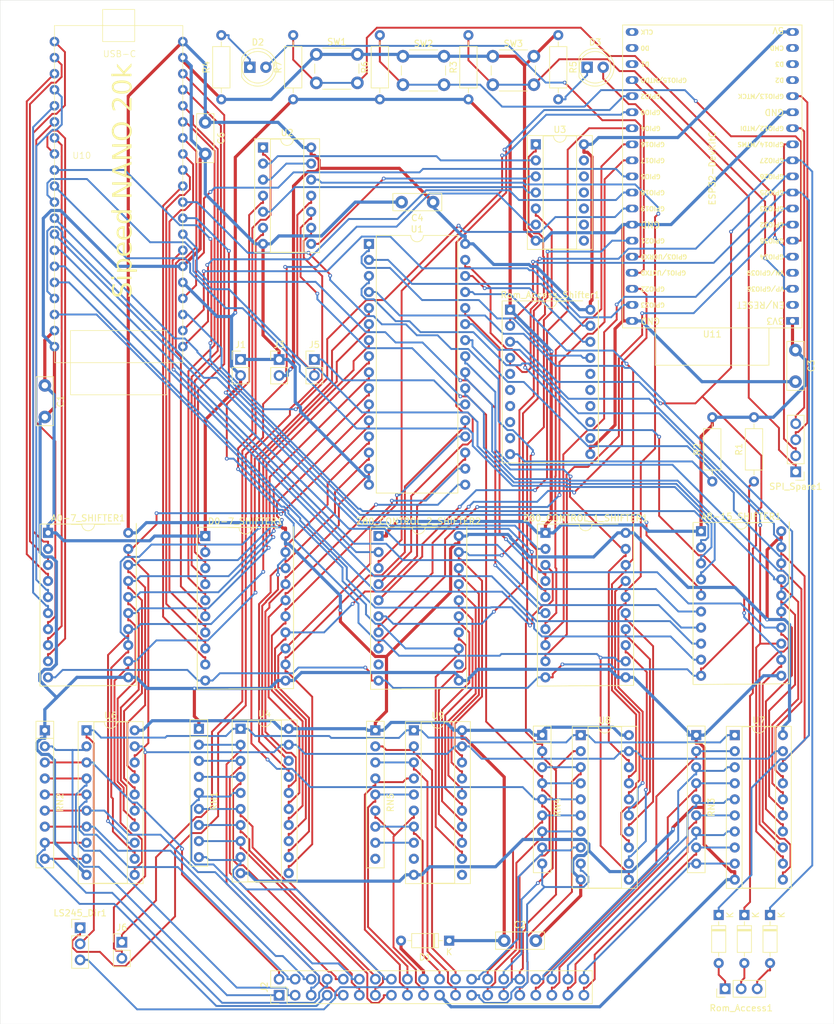
<source format=kicad_pcb>
(kicad_pcb (version 20240108) (generator "pcbnew") (generator_version "8.0")
  (layers (0 "F.Cu" signal) (31 "B.Cu" signal) (34 "B.Paste" user) (35 "F.Paste" user) (36 "B.SilkS" user "B.Silkscreen") (37 "F.SilkS" user "F.Silkscreen") (38 "B.Mask" user) (39 "F.Mask" user) (44 "Edge.Cuts" user))
  (net 0 "")
  (net 1 "/DATA FLOW CONTROL/LEVEL_A7")
  (net 2 "+5V")
  (net 3 "/DATA FLOW CONTROL/LOCAL_A1")
  (net 4 "/DATA FLOW CONTROL/LEVEL_A6")
  (net 5 "/DATA FLOW CONTROL/LEVEL_A4")
  (net 6 "/DATA FLOW CONTROL/LEVEL_A5")
  (net 7 "/DATA FLOW CONTROL/LOCAL_A4")
  (net 8 "/DATA FLOW CONTROL/LOCAL_A5")
  (net 9 "/DATA FLOW CONTROL/LEVEL_A3")
  (net 10 "/DATA FLOW CONTROL/LEVEL_A1")
  (net 11 "/DATA FLOW CONTROL/LOCAL_A6")
  (net 12 "/DATA FLOW CONTROL/LOCAL_A2")
  (net 13 "/DATA FLOW CONTROL/LEVEL_A0")
  (net 14 "/DATA FLOW CONTROL/LOCAL_A0")
  (net 15 "Net-(A0-7_SHIFTER1-OE)")
  (net 16 "+3.3V")
  (net 17 "/DATA FLOW CONTROL/LEVEL_A2")
  (net 18 "/DATA FLOW CONTROL/LOCAL_A3")
  (net 19 "/DATA FLOW CONTROL/LOCAL_A7")
  (net 20 "GND")
  (net 21 "/DATA FLOW CONTROL/LOCAL_A15")
  (net 22 "/DATA FLOW CONTROL/LEVEL_A14")
  (net 23 "/DATA FLOW CONTROL/LEVEL_A15")
  (net 24 "/DATA FLOW CONTROL/LOCAL_A11")
  (net 25 "/DATA FLOW CONTROL/LOCAL_A9")
  (net 26 "/DATA FLOW CONTROL/LEVEL_A11")
  (net 27 "/DATA FLOW CONTROL/LEVEL_A10")
  (net 28 "/DATA FLOW CONTROL/LOCAL_A13")
  (net 29 "/DATA FLOW CONTROL/LEVEL_A12")
  (net 30 "/DATA FLOW CONTROL/LEVEL_A13")
  (net 31 "/DATA FLOW CONTROL/LOCAL_A14")
  (net 32 "/DATA FLOW CONTROL/LOCAL_A8")
  (net 33 "/DATA FLOW CONTROL/LOCAL_A12")
  (net 34 "/DATA FLOW CONTROL/LEVEL_A9")
  (net 35 "/DATA FLOW CONTROL/LEVEL_A8")
  (net 36 "/DATA FLOW CONTROL/LOCAL_A10")
  (net 37 "/DATA FLOW CONTROL/LOCAL_D5")
  (net 38 "/DATA FLOW CONTROL/LEVEL_D7")
  (net 39 "/DATA FLOW CONTROL/LOCAL_D7")
  (net 40 "/DATA FLOW CONTROL/LEVEL_D6")
  (net 41 "/DATA FLOW CONTROL/LOCAL_D3")
  (net 42 "/DATA FLOW CONTROL/LOCAL_D0")
  (net 43 "/DATA FLOW CONTROL/LEVEL_D2")
  (net 44 "/DATA FLOW CONTROL/LOCAL_D2")
  (net 45 "/DATA FLOW CONTROL/LEVEL_D3")
  (net 46 "/DATA FLOW CONTROL/LEVEL_D5")
  (net 47 "/DATA FLOW CONTROL/LOCAL_D6")
  (net 48 "/DATA FLOW CONTROL/LEVEL_D4")
  (net 49 "/DATA FLOW CONTROL/LOCAL_D1")
  (net 50 "/DATA FLOW CONTROL/LEVEL_D1")
  (net 51 "/DATA FLOW CONTROL/LEVEL_D0")
  (net 52 "/DATA FLOW CONTROL/LOCAL_D4")
  (net 53 "Net-(D1-A)")
  (net 54 "/DATA FLOW CONTROL/Z80_A7")
  (net 55 "/DATA FLOW CONTROL/BUSRQ_O")
  (net 56 "/DATA FLOW CONTROL/Z80_D2")
  (net 57 "/DATA FLOW CONTROL/Z80_A12")
  (net 58 "/DATA FLOW CONTROL/Spare_3_O")
  (net 59 "/DATA FLOW CONTROL/Z80_A14")
  (net 60 "/DATA FLOW CONTROL/Z80_A15")
  (net 61 "/DATA FLOW CONTROL/RW_O")
  (net 62 "/DATA FLOW CONTROL/RESET_O")
  (net 63 "/DATA FLOW CONTROL/Z80_D6")
  (net 64 "/DATA FLOW CONTROL/RD_O")
  (net 65 "/DATA FLOW CONTROL/NMI_O")
  (net 66 "/DATA FLOW CONTROL/BUSACK_O")
  (net 67 "/DATA FLOW CONTROL/Z80_A8")
  (net 68 "/DATA FLOW CONTROL/Z80_A9")
  (net 69 "/DATA FLOW CONTROL/Z80_A1")
  (net 70 "/DATA FLOW CONTROL/Z80_A4")
  (net 71 "/DATA FLOW CONTROL/Z80_D1")
  (net 72 "/DATA FLOW CONTROL/Z80_A6")
  (net 73 "/DATA FLOW CONTROL/Spare_4_O")
  (net 74 "/DATA FLOW CONTROL/Z80_A0")
  (net 75 "/DATA FLOW CONTROL/Z80_D0")
  (net 76 "/DATA FLOW CONTROL/WAIT_O")
  (net 77 "/DATA FLOW CONTROL/Z80_A5")
  (net 78 "/DATA FLOW CONTROL/Z80_A10")
  (net 79 "/DATA FLOW CONTROL/Spare_1_O")
  (net 80 "/DATA FLOW CONTROL/Spare_2_O")
  (net 81 "/DATA FLOW CONTROL/Z80_D7")
  (net 82 "/DATA FLOW CONTROL/Z80_D5")
  (net 83 "/DATA FLOW CONTROL/Z80_A11")
  (net 84 "/DATA FLOW CONTROL/Z80_D3")
  (net 85 "/DATA FLOW CONTROL/Z80_A2")
  (net 86 "/DATA FLOW CONTROL/Z80_A13")
  (net 87 "/DATA FLOW CONTROL/Z80_D4")
  (net 88 "/DATA FLOW CONTROL/Z80_A3")
  (net 89 "/DATA FLOW CONTROL/MEMRQ_O")
  (net 90 "/DATA FLOW CONTROL/IORQ_O")
  (net 91 "/DATA FLOW CONTROL/ROMCS_O")
  (net 92 "Net-(D4-A)")
  (net 94 "/DATA FLOW CONTROL/SYSTEM_READY_O")
  (net 95 "Net-(SPI_Spare1-Pin_2)")
  (net 96 "Net-(SPI_Spare1-Pin_3)")
  (net 97 "Net-(SPI_Spare1-Pin_4)")
  (net 98 "Net-(SPI_Spare1-Pin_1)")
  (net 99 "/DATA FLOW CONTROL/RW_L")
  (net 100 "Net-(J5-Pin_1)")
  (net 101 "/DATA FLOW CONTROL/RD_L")
  (net 102 "Net-(U2-Pad5)")
  (net 103 "Net-(U2-Pad13)")
  (net 104 "Net-(J5-Pin_2)")
  (net 105 "Net-(U2-Pad8)")
  (net 106 "/DATA FLOW CONTROL/SYSTEM_READY_L")
  (net 107 "/DATA FLOW CONTROL/ROMCS_L")
  (net 108 "Net-(U2-Pad2)")
  (net 109 "/DATA FLOW CONTROL/BUSACK_L")
  (net 110 "Net-(D5-A)")
  (net 115 "Net-(D6-A)")
  (net 118 "Net-(J6-Pin_1)")
  (net 119 "/DATA FLOW CONTROL/NMI_L")
  (net 120 "/DATA FLOW CONTROL/BUSRQ_L")
  (net 121 "/DATA FLOW CONTROL/MEMRQ_L")
  (net 122 "/DATA FLOW CONTROL/IORQ_L")
  (net 123 "/DATA FLOW CONTROL/WAIT_L")
  (net 125 "/DATA FLOW CONTROL/SPARE_1_L")
  (net 126 "/DATA FLOW CONTROL/SPARE_3_L")
  (net 127 "/DATA FLOW CONTROL/RESET_L")
  (net 129 "/DATA FLOW CONTROL/SPARE_4_L")
  (net 130 "/DATA FLOW CONTROL/SPARE_2_L")
  (net 131 "Net-(J6-Pin_2)")
  (net 132 "Net-(Rom_Access_Shifter1-OE)")
  (net 133 "Net-(Rom_Access_Shifter1-B1)")
  (net 134 "/DATA FLOW CONTROL/RD")
  (net 135 "/DATA FLOW CONTROL/MEMRQ")
  (net 137 "/DATA FLOW CONTROL/BUSRQ")
  (net 138 "/DATA FLOW CONTROL/RW")
  (net 139 "/DATA FLOW CONTROL/IORQ")
  (net 140 "/DATA FLOW CONTROL/BUSACK")
  (net 142 "Net-(D2-K)")
  (net 145 "/ESP-32 Module/ROM_ACCESS_A16")
  (net 146 "/ESP-32 Module/ROM_ACCESS_A17")
  (net 147 "/ESP-32 Module/SS")
  (net 148 "/DATA FLOW CONTROL/ROMCS")
  (net 149 "/DATA FLOW CONTROL/NMI")
  (net 151 "/DATA FLOW CONTROL/SYSTEM_READY")
  (net 152 "/DATA FLOW CONTROL/Spare_3")
  (net 153 "/DATA FLOW CONTROL/Spare_4")
  (net 154 "/DATA FLOW CONTROL/Spare_2")
  (net 155 "/DATA FLOW CONTROL/WAIT")
  (net 156 "Net-(D2-A)")
  (net 157 "Net-(D3-K)")
  (net 160 "/ESP-32 Module/MOSI")
  (net 161 "/DATA FLOW CONTROL/Spare_1")
  (net 162 "/DATA FLOW CONTROL/RESET")
  (net 163 "/ESP-32 Module/ROM_ACCESS_A18")
  (net 164 "Net-(D3-A)")
  (net 165 "Net-(U11-SENSOR_VP{slash}GPIO36{slash}ADC1_CH0)")
  (net 167 "/ESP-32 Module/MISO")
  (net 169 "/ESP-32 Module/SCK")
  (net 172 "Net-(Rom_Access_Shifter1-B3)")
  (net 175 "Net-(Rom_Access_Shifter1-B2)")
  (net 182 "Net-(U11-VDET_2{slash}GPIO35{slash}ADC1_CH7)")
  (net 183 "Net-(U11-VDET_1{slash}GPIO34{slash}ADC1_CH6)")
  (net 185 "Net-(LS245_Dir1-Pin_1)")
  (net 186 "Net-(LS245_Dir1-Pin_2)")
  (footprint "Resistor_THT:R_Axial_DIN0207_L6.3mm_D2.5mm_P10.16mm_Horizontal" (layer "F.Cu") (at 137.16 89.408 90)
    (property "Reference" "R1")
    (property "Value" "10K")
  )
  (footprint "Resistor_THT:R_Array_SIP9" (layer "F.Cu") (at 49.276 128.524 -90)
    (property "Reference" "RN1")
    (property "Value" "R_Network08")
  )
  (footprint "Resistor_THT:R_Axial_DIN0207_L6.3mm_D2.5mm_P10.16mm_Horizontal" (layer "F.Cu") (at 52.832 28.956 90)
    (property "Reference" "R4")
    (property "Value" "330")
  )
  (footprint "Diode_THT:D_DO-35_SOD27_P7.62mm_Horizontal" (layer "F.Cu") (at 139.7 157.988 -90)
    (property "Reference" "D6" (hide yes))
    (property "Value" "1N4148")
  )
  (footprint "Espressif:ESP32-DevKitC" (layer "F.Cu") (at 143.256 64.008 180)
    (property "Reference" "U11")
    (property "Value" "ESP32-DevKitC")
  )
  (footprint "Resistor_THT:R_Axial_DIN0207_L6.3mm_D2.5mm_P10.16mm_Horizontal" (layer "F.Cu") (at 64.21 28.956 90)
    (property "Reference" "R7")
    (property "Value" "10K")
  )
  (footprint "Capacitor_THT:C_Disc_D7.5mm_W2.5mm_P5.00mm" (layer "F.Cu") (at 24.892 74.208 -90)
    (property "Reference" "C1")
    (property "Value" ".1mf")
  )
  (footprint "Diode_THT:D_DO-35_SOD27_P7.62mm_Horizontal" (layer "F.Cu") (at 131.572 157.988 -90)
    (property "Reference" "D4" (hide yes))
    (property "Value" "1N4148")
  )
  (footprint "Resistor_THT:R_Axial_DIN0207_L6.3mm_D2.5mm_P10.16mm_Horizontal" (layer "F.Cu") (at 106.172 18.796 -90)
    (property "Reference" "R5")
    (property "Value" "330")
  )
  (footprint "Resistor_THT:R_Array_SIP9" (layer "F.Cu") (at 128.016 129.54 -90)
    (property "Reference" "RN3")
    (property "Value" "R_Network08")
  )
  (footprint "Connector_PinHeader_2.54mm:PinHeader_1x03_P2.54mm_Vertical" (layer "F.Cu") (at 132.588 169.672 90)
    (property "Reference" "Rom_Access1")
    (property "Value" "Conn_01x03" (hide yes))
  )
  (footprint "Package_DIP:DIP-32_W15.24mm" (layer "F.Cu") (at 76.2 51.816)
    (property "Reference" "U1")
    (property "Value" "AS6C4008-55PCN")
  )
  (footprint "FujiNet 4.0:Adafruit_TXB010_ breakout_board" (layer "F.Cu") (at 31.75 108.966)
    (property "Reference" "A0-7_SHIFTER1")
    (property "Value" "TXS0108E")
  )
  (footprint "Package_DIP:DIP-20_W7.62mm_Socket" (layer "F.Cu") (at 109.728 129.54)
    (property "Reference" "U8")
    (property "Value" "74LS245")
  )
  (footprint "Diode_THT:D_DO-35_SOD27_P7.62mm_Horizontal" (layer "F.Cu") (at 135.636 157.988 -90)
    (property "Reference" "D5" (hide yes))
    (property "Value" "1N4148")
  )
  (footprint "Button_Switch_THT:SW_PUSH_6mm" (layer "F.Cu") (at 81.586 22.134)
    (property "Reference" "SW2")
    (property "Value" "SW_Push")
  )
  (footprint "FujiNet 4.0:Adafruit_TXB010_ breakout_board" (layer "F.Cu") (at 110.49 108.966)
    (property "Reference" "Z80_CONTROL_1_SHIFTER1")
    (property "Value" "TXS0108E")
  )
  (footprint "Package_DIP:DIP-20_W7.62mm_Socket" (layer "F.Cu") (at 31.496 128.778)
    (property "Reference" "U6")
    (property "Value" "74LS245")
  )
  (footprint "Resistor_THT:R_Axial_DIN0207_L6.3mm_D2.5mm_P10.16mm_Horizontal" (layer "F.Cu") (at 91.948 28.956 90)
    (property "Reference" "R3")
    (property "Value" "10K")
  )
  (footprint "Connector_PinHeader_2.54mm:PinHeader_2x20_P2.54mm_Vertical" (layer "F.Cu") (at 61.976 170.688 90)
    (property "Reference" "J2")
    (property "Value" "HOST SYSTEM HEADER")
  )
  (footprint "Resistor_THT:R_Axial_DIN0207_L6.3mm_D2.5mm_P10.16mm_Horizontal" (layer "F.Cu") (at 130.556 89.408 90)
    (property "Reference" "R2")
    (property "Value" "10K")
  )
  (footprint "LED_THT:LED_D5.0mm" (layer "F.Cu") (at 57.347 23.876)
    (property "Reference" "D2")
    (property "Value" "LED")
  )
  (footprint "Capacitor_THT:C_Disc_D7.5mm_W2.5mm_P5.00mm" (layer "F.Cu") (at 50.292 32.592 -90)
    (property "Reference" "C6")
    (property "Value" ".1mf")
  )
  (footprint "Package_DIP:DIP-20_W7.62mm_Socket" (layer "F.Cu") (at 55.88 128.524)
    (property "Reference" "U4")
    (property "Value" "74LS245")
  )
  (footprint "Capacitor_THT:C_Disc_D7.5mm_W2.5mm_P5.00mm" (layer "F.Cu") (at 143.724 68.62 -90)
    (property "Reference" "C3")
    (property "Value" ".1mf")
  )
  (footprint "Package_DIP:DIP-20_W7.62mm_Socket" (layer "F.Cu") (at 134.112 129.54)
    (property "Reference" "U7")
    (property "Value" "74LS245")
  )
  (footprint "Capacitor_THT:C_Disc_D7.5mm_W2.5mm_P5.00mm" (layer "F.Cu") (at 97.616 162.052)
    (property "Reference" "C2")
    (property "Value" ".1mf")
  )
  (footprint "Button_Switch_THT:SW_PUSH_6mm" (layer "F.Cu") (at 67.87 21.844)
    (property "Reference" "SW1")
    (property "Value" "SW_Push")
  )
  (footprint "Connector_PinHeader_2.54mm:PinHeader_1x02_P2.54mm_Vertical" (layer "F.Cu") (at 55.88 70.104)
    (property "Reference" "J1")
    (property "Value" "3.3V")
  )
  (footprint "Connector_PinHeader_2.54mm:PinHeader_1x04_P2.54mm_Vertical" (layer "F.Cu") (at 143.764 87.884 180)
    (property "Reference" "SPI_Spare1")
    (property "Value" "Conn_01x04")
  )
  (footprint "Package_DIP:DIP-14_W7.62mm_Socket" (layer "F.Cu") (at 102.616 36.068)
    (property "Reference" "U3")
    (property "Value" "74LS04")
  )
  (footprint "Button_Switch_THT:SW_PUSH_6mm" (layer "F.Cu") (at 95.81 22.134)
    (property "Reference" "SW3")
    (property "Value" "SW_Push")
  )
  (footprint "Connector_PinHeader_2.54mm:PinHeader_1x02_P2.54mm_Vertical" (layer "F.Cu") (at 37.084 162.301)
    (property "Reference" "J6")
    (property "Value" "245_OE")
  )
  (footprint "LED_THT:LED_D5.0mm" (layer "F.Cu") (at 110.744 23.876)
    (property "Reference" "D3")
    (property "Value" "LED")
  )
  (footprint "Resistor_THT:R_Axial_DIN0207_L6.3mm_D2.5mm_P10.16mm_Horizontal" (layer "F.Cu") (at 77.926 28.956 90)
    (property "Reference" "R6")
    (property "Value" "10K")
  )
  (footprint "Connector_PinHeader_2.54mm:PinHeader_1x02_P2.54mm_Vertical" (layer "F.Cu") (at 61.976 70.104)
    (property "Reference" "J3")
    (property "Value" "5V")
  )
  (footprint "FujiNet 4.0:Adafruit_TXB010_ breakout_board" (layer "F.Cu") (at 135.128 108.712)
    (property "Reference" "A8-15_SHIFTER1")
    (property "Value" "TXS0108E")
  )
  (footprint "Package_DIP:DIP-14_W7.62mm_Socket" (layer "F.Cu") (at 59.436 36.576)
    (property "Reference" "U2")
    (property "Value" "74LS32")
  )
  (footprint "Package_DIP:DIP-20_W7.62mm_Socket" (layer "F.Cu") (at 83.312 128.778)
    (property "Reference" "U9")
    (property "Value" "74LS245")
  )
  (footprint "Resistor_THT:R_Array_SIP9" (layer "F.Cu") (at 77.216 128.778 -90)
    (property "Reference" "RN5")
    (property "Value" "R_Network08")
  )
  (footprint "Resistor_THT:R_Array_SIP9" (layer "F.Cu") (at 24.892 128.778 -90)
    (property "Reference" "RN2")
    (property "Value" "R_Network08")
  )
  (footprint "Capacitor_THT:C_Disc_D7.5mm_W2.5mm_P5.00mm" (layer "F.Cu") (at 86.36 45.212 180)
    (property "Reference" "C4")
    (property "Value" ".1mf")
  )
  (footprint "FujiNet 4.0:Adafruit_TXB010_ breakout_board" (layer "F.Cu") (at 56.642 109.474)
    (property "Reference" "D0-7_SHIFTER1")
    (property "Value" "TXS0108E")
  )
  (footprint "FujiNet 4.0:Adafruit_TXB010_ breakout_board" (layer "F.Cu") (at 84.074 109.474)
    (property "Reference" "Z80_CONTROL_2_SHIFTER2")
    (property "Value" "TXS0108E")
  )
  (footprint "FujiNet 4.0:Adafruit_TXB010_ breakout_board" (layer "F.Cu") (at 104.902 73.66)
    (property "Reference" "Rom_Access_Shifter1")
    (property "Value" "TXS0108E")
  )
  (footprint "Connector_PinHeader_2.54mm:PinHeader_1x02_P2.54mm_Vertical" (layer "F.Cu") (at 67.564 70.104)
    (property "Reference" "J5")
    (property "Value" "MEM_CE")
  )
  (footprint "FujiNet 4.0:Sipeed Tang Nano 20k" (layer "F.Cu") (at 36.576 42.672)
    (property "Reference" "U10")
    (property "Value" "~")
  )
  (footprint "Resistor_THT:R_Array_SIP9" (layer "F.Cu") (at 103.632 129.54 -90)
    (property "Reference" "RN4")
    (property "Value" "R_Network08")
  )
  (footprint "Diode_THT:D_DO-35_SOD27_P7.62mm_Horizontal" (layer "F.Cu") (at 88.9 162.052 180)
    (property "Reference" "D1")
    (property "Value" "1N4148")
  )
  (footprint "Connector_PinHeader_2.54mm:PinHeader_1x03_P2.54mm_Vertical" (layer "F.Cu") (at 30.48 160.02)
    (property "Reference" "LS245_Dir1")
    (property "Value" "Conn_01x03")
  )
  (gr_rect (start 17.82 13.26) (end 149.82 175.26) (stroke (width 0.05)) (fill none) (layer "Edge.Cuts"))
  (segment (start 70.3556 73.5997) (end 70.3556 68.7036) (width 0.3) (layer "F.Cu") (net 1))
  (segment (start 39.116 151.638) (end 39.116 150.4863) (width 0.3) (layer "F.Cu") (net 1))
  (segment (start 39.5021 145.288) (end 38.7511 145.288) (width 0.3) (layer "F.Cu") (net 1))
  (segment (start 39.4039 150.4863) (end 40.2773 149.6129) (width 0.3) (layer "F.Cu") (net 1))
  (segment (start 58.1244 85.8309) (end 70.3556 73.5997) (width 0.3) (layer "F.Cu") (net 1))
  (segment (start 70.3556 68.7036) (end 75.9315 63.1277) (width 0.3) (layer "F.Cu") (net 1))
  (segment (start 38.1 117.856) (end 38.1 119.0077) (width 0.3) (layer "F.Cu") (net 1))
  (segment (start 58.1244 106.8651) (end 58.1244 85.8309) (width 0.3) (layer "F.Cu") (net 1))
  (segment (start 40.2773 146.0632) (end 39.5021 145.288) (width 0.3) (layer "F.Cu") (net 1))
  (segment (start 75.9315 63.1277) (end 76.2 63.1277) (width 0.3) (layer "F.Cu") (net 1))
  (segment (start 40.2773 149.6129) (end 40.2773 146.0632) (width 0.3) (layer "F.Cu") (net 1))
  (segment (start 38.7511 145.288) (end 36.8726 143.4095) (width 0.3) (layer "F.Cu") (net 1))
  (segment (start 37.8371 119.0077) (end 38.1 119.0077) (width 0.3) (layer "F.Cu") (net 1))
  (segment (start 58.2478 106.9885) (end 58.1244 106.8651) (width 0.3) (layer "F.Cu") (net 1))
  (segment (start 36.8726 143.4095) (end 36.8726 138.0671) (width 0.3) (layer "F.Cu") (net 1))
  (segment (start 35.9189 137.1134) (end 35.9189 120.9259) (width 0.3) (layer "F.Cu") (net 1))
  (segment (start 36.8726 138.0671) (end 35.9189 137.1134) (width 0.3) (layer "F.Cu") (net 1))
  (segment (start 39.116 150.4863) (end 39.4039 150.4863) (width 0.3) (layer "F.Cu") (net 1))
  (segment (start 35.9189 120.9259) (end 37.8371 119.0077) (width 0.3) (layer "F.Cu") (net 1))
  (segment (start 76.2 61.976) (end 76.2 63.1277) (width 0.3) (layer "F.Cu") (net 1))
  (via (at 58.2478 106.9885) (size 0.6) (drill 0.3) (layers "F.Cu" "B.Cu") (net 1))
  (segment (start 42.5537 114.554) (end 50.6823 114.554) (width 0.3) (layer "B.Cu") (net 1))
  (segment (start 39.2517 117.856) (end 42.5537 114.554) (width 0.3) (layer "B.Cu") (net 1))
  (segment (start 50.6823 114.554) (end 58.2478 106.9885) (width 0.3) (layer "B.Cu") (net 1))
  (segment (start 38.1 117.856) (end 39.2517 117.856) (width 0.3) (layer "B.Cu") (net 1))
  (segment (start 139.2387 100.2286) (end 139.2387 111.252) (width 0.5) (layer "F.Cu") (net 2))
  (segment (start 67.056 37.8277) (end 67.6036 37.8277) (width 0.5) (layer "F.Cu") (net 2))
  (segment (start 90.424 98.044) (end 90.424 99.2957) (width 0.5) (layer "F.Cu") (net 2))
  (segment (start 64.26 71.163) (end 63.774 71.649) (width 0.5) (layer "F.Cu") (net 2))
  (segment (start 89.1342 100.0411) (end 89.8796 99.2957) (width 0.5) (layer "F.Cu") (net 2))
  (segment (start 140.9336 98.5337) (end 139.2387 100.2286) (width 0.5) (layer "F.Cu") (net 2))
  (segment (start 62.992 98.044) (end 62.992 96.7923) (width 0.5) (layer "F.Cu") (net 2))
  (segment (start 77.216 128.778) (end 77.216 127.5263) (width 0.5) (layer "F.Cu") (net 2))
  (segment (start 89.1342 106.9394) (end 89.1342 100.0411) (width 0.5) (layer "F.Cu") (net 2))
  (segment (start 81.0127 39.8647) (end 86.36 45.212) (width 0.5) (layer "F.Cu") (net 2))
  (segment (start 89.8796 99.2957) (end 90.424 99.2957) (width 0.5) (layer "F.Cu") (net 2))
  (segment (start 111.5084 38.0445) (end 111.5084 60.7219) (width 0.5) (layer "F.Cu") (net 2))
  (segment (start 97.616 136.1693) (end 91.4764 130.0297) (width 0.5) (layer "F.Cu") (net 2))
  (segment (start 67.8031 40.3859) (end 66.5403 40.3859) (width 0.5) (layer "F.Cu") (net 2))
  (segment (start 67.056 36.576) (end 67.056 37.8277) (width 0.5) (layer "F.Cu") (net 2))
  (segment (start 111.252 62.23) (end 111.252 60.9783) (width 0.5) (layer "F.Cu") (net 2))
  (segment (start 78.9796 117.094) (end 89.1342 106.9394) (width 0.5) (layer "F.Cu") (net 2))
  (segment (start 68.3243 38.5484) (end 68.3243 39.8647) (width 0.5) (layer "F.Cu") (net 2))
  (segment (start 78.9796 117.094) (end 78.9796 125.7627) (width 0.5) (layer "F.Cu") (net 2))
  (segment (start 110.236 37.3197) (end 110.7836 37.3197) (width 0.5) (layer "F.Cu") (net 2))
  (segment (start 91.4764 130.0297) (end 90.932 130.0297) (width 0.5) (layer "F.Cu") (net 2))
  (segment (start 97.616 162.052) (end 97.616 136.1693) (width 0.5) (layer "F.Cu") (net 2))
  (segment (start 141.478 97.282) (end 141.478 98.5337) (width 0.5) (layer "F.Cu") (net 2))
  (segment (start 38.1 28.448) (end 46.736 19.812) (width 0.5) (layer "F.Cu") (net 2))
  (segment (start 68.3243 39.8647) (end 81.0127 39.8647) (width 0.5) (layer "F.Cu") (net 2))
  (segment (start 64.26 42.6662) (end 64.26 71.163) (width 0.5) (layer "F.Cu") (net 2))
  (segment (start 67.6036 37.8277) (end 68.3243 38.5484) (width 0.5) (layer "F.Cu") (net 2))
  (segment (start 62.992 96.7923) (end 62.5711 96.7923) (width 0.5) (layer "F.Cu") (net 2))
  (segment (start 66.5403 40.3859) (end 64.26 42.6662) (width 0.5) (layer "F.Cu") (net 2))
  (segment (start 110.236 36.068) (end 110.236 37.3197) (width 0.5) (layer "F.Cu") (net 2))
  (segment (start 71.6807 111.5578) (end 77.2169 117.094) (width 0.5) (layer "F.Cu") (net 2))
  (segment (start 110.7836 37.3197) (end 111.5084 38.0445) (width 0.5) (layer "F.Cu") (net 2))
  (segment (start 77.2169 117.094) (end 78.9796 117.094) (width 0.5) (layer "F.Cu") (net 2))
  (segment (start 141.478 98.5337) (end 140.9336 98.5337) (width 0.5) (layer "F.Cu") (net 2))
  (segment (start 38.1 97.536) (end 38.1 28.448) (width 0.5) (layer "F.Cu") (net 2))
  (segment (start 78.9796 125.7627) (end 77.216 127.5263) (width 0.5) (layer "F.Cu") (net 2))
  (segment (start 68.3243 39.8647) (end 67.8031 40.3859) (width 0.5) (layer "F.Cu") (net 2))
  (segment (start 111.5084 60.7219) (end 111.252 60.9783) (width 0.5) (layer "F.Cu") (net 2))
  (segment (start 90.932 128.778) (end 90.932 130.0297) (width 0.5) (layer "F.Cu") (net 2))
  (segment (start 62.5711 96.7923) (end 61.7864 96.0076) (width 0.5) (layer "F.Cu") (net 2))
  (segment (start 71.6807 109.7793) (end 71.6807 111.5578) (width 0.5) (layer "F.Cu") (net 2))
  (via (at 71.6807 109.7793) (size 0.6) (drill 0.3) (layers "F.Cu" "B.Cu") (net 2))
  (via (at 139.2387 111.252) (size 0.6) (drill 0.3) (layers "F.Cu" "B.Cu") (net 2))
  (via (at 61.7864 96.0076) (size 0.6) (drill 0.3) (layers "F.Cu" "B.Cu") (net 2))
  (via (at 63.774 71.649) (size 0.6) (drill 0.3) (layers "F.Cu" "B.Cu") (net 2))
  (segment (start 98.6415 98.3602) (end 98.6415 98.226) (width 0.5) (layer "B.Cu") (net 2))
  (segment (start 91.934 97.7857) (end 91.6757 98.044) (width 0.5) (layer "B.Cu") (net 2))
  (segment (start 67.056 36.576) (end 65.8043 36.576) (width 0.5) (layer "B.Cu") (net 2))
  (segment (start 125.0971 34.9952) (end 112.5605 34.9952) (width 0.5) (layer "B.Cu") (net 2))
  (segment (start 86.36 45.9617) (end 90.9626 50.5643) (width 0.5) (layer "B.Cu") (net 2))
  (segment (start 92.6917 51.816) (end 95.9597 55.084) (width 0.5) (layer "B.Cu") (net 2))
  (segment (start 61.976 72.644) (end 63.2777 72.644) (width 0.5) (layer "B.Cu") (net 2))
  (segment (start 103.0062 129.54) (end 102.3803 129.54) (width 0.5) (layer "B.Cu") (net 2))
  (segment (start 75.9643 128.778) (end 75.7103 128.524) (width 0.5) (layer "B.Cu") (net 2))
  (segment (start 139.2387 111.252) (end 141.986 111.252) (width 0.5) (layer "B.Cu") (net 2))
  (segment (start 63.4948 99.2957) (end 71.6807 107.4816) (width 0.5) (layer "B.Cu") (net 2))
  (segment (start 102.6953 55.3921) (end 109.5332 62.23) (width 0.5) (layer "B.Cu") (net 2))
  (segment (start 88.9 162.052) (end 97.616 162.052) (width 0.5) (layer "B.Cu") (net 2))
  (segment (start 62.992 98.044) (end 62.992 99.2957) (width 0.5) (layer "B.Cu") (net 2))
  (segment (start 126.7277 106.172) (end 134.1587 106.172) (width 0.5) (layer "B.Cu") (net 2))
  (segment (start 141.8043 18.288) (end 125.0971 34.9952) (width 0.5) (layer "B.Cu") (net 2))
  (segment (start 111.252 62.23) (end 110.0003 62.23) (width 0.5) (layer "B.Cu") (net 2))
  (segment (start 143.256 18.288) (end 141.8043 18.288) (width 0.5) (layer "B.Cu") (net 2))
  (segment (start 86.36 45.212) (end 86.36 45.9617) (width 0.5) (layer "B.Cu") (net 2))
  (segment (start 75.7103 128.524) (end 63.5 128.524) (width 0.5) (layer "B.Cu") (net 2))
  (segment (start 90.9626 50.5643) (end 91.44 50.5643) (width 0.5) (layer "B.Cu") (net 2))
  (segment (start 88.4286 127.5263) (end 79.7194 127.5263) (width 0.5) (layer "B.Cu") (net 2))
  (segment (start 61.7004 95.9216) (end 61.7864 96.0076) (width 0.5) (layer "B.Cu") (net 2))
  (segment (start 101.5511 55.084) (end 101.8592 55.3921) (width 0.5) (layer "B.Cu") (net 2))
  (segment (start 63.2777 72.1453) (end 63.2777 72.644) (width 0.5) (layer "B.Cu") (net 2))
  (segment (start 50.292 32.592) (end 61.8203 32.592) (width 0.5) (layer "B.Cu") (net 2))
  (segment (start 50.292 32.592) (end 50.292 23.368) (width 0.5) (layer "B.Cu") (net 2))
  (segment (start 114.8417 128.2854) (end 116.0963 129.54) (width 0.5) (layer "B.Cu") (net 2))
  (segment (start 101.6183 128.778) (end 90.932 128.778) (width 0.5) (layer "B.Cu") (net 2))
  (segment (start 102.3803 129.54) (end 101.6183 128.778) (width 0.5) (layer "B.Cu") (net 2))
  (segment (start 98.6415 98.226) (end 98.2012 97.7857) (width 0.5) (layer "B.Cu") (net 2))
  (segment (start 112.5605 34.9952) (end 111.4877 36.068) (width 0.5) (layer "B.Cu") (net 2))
  (segment (start 142.782 112.048) (end 142.782 127.2383) (width 0.5) (layer "B.Cu") (net 2))
  (segment (start 40.9661 95.9216) (end 61.7004 95.9216) (width 0.5) (layer "B.Cu") (net 2))
  (segment (start 91.44 51.816) (end 91.44 50.5643) (width 0.5) (layer "B.Cu") (net 2))
  (segment (start 116.84 97.536) (end 118.0917 97.536) (width 0.5) (layer "B.Cu") (net 2))
  (segment (start 76.5902 128.778) (end 75.9643 128.778) (width 0.5) (layer "B.Cu") (net 2))
  (segment (start 62.992 99.2957) (end 63.4948 99.2957) (width 0.5) (layer "B.Cu") (net 2))
  (segment (start 61.8203 32.592) (end 65.8043 36.576) (width 0.5) (layer "B.Cu") (net 2))
  (segment (start 101.8592 55.3921) (end 102.6953 55.3921) (width 0.5) (layer "B.Cu") (net 2))
  (segment (start 71.6807 107.4816) (end 71.6807 109.7793) (width 0.5) (layer "B.Cu") (net 2))
  (segment (start 103.632 129.54) (end 103.0062 129.54) (width 0.5) (layer "B.Cu") (net 2))
  (segment (start 90.932 128.778) (end 89.6803 128.778) (width 0.5) (layer "B.Cu") (net 2))
  (segment (start 60.986 127.2617) (end 41.884 127.2617) (width 0.5) (layer "B.Cu") (net 2))
  (segment (start 101.6273 101.346) (end 98.6415 98.3602) (width 0.5) (layer "B.Cu") (net 2))
  (segment (start 63.774 71.649) (end 63.2777 72.1453) (width 0.5) (layer "B.Cu") (net 2))
  (segment (start 117.348 129.54) (end 116.0963 129.54) (width 0.5) (layer "B.Cu") (net 2))
  (segment (start 134.1587 106.172) (end 139.2387 111.252) (width 0.5) (layer "B.Cu") (net 2))
  (segment (start 118.0917 97.536) (end 126.7277 106.172) (width 0.5) (layer "B.Cu") (net 2))
  (segment (start 39.116 128.778) (end 40.3677 128.778) (width 0.5) (layer "B.Cu") (net 2))
  (segment (start 76.5902 128.778) (end 77.216 128.778) (width 0.5) (layer "B.Cu") (net 2))
  (segment (start 38.1 97.536) (end 39.3517 97.536) (width 0.5) (layer "B.Cu") (net 2))
  (segment (start 89.6803 128.778) (end 88.4286 127.5263) (width 0.5) (layer "B.Cu") (net 2))
  (segment (start 98.2012 97.7857) (end 91.934 97.7857) (width 0.5) (layer "B.Cu") (net 2))
  (segment (start 79.7194 127.5263) (end 78.4677 128.778) (width 0.5) (layer "B.Cu") (net 2))
  (segment (start 115.5883 97.536) (end 111.7783 101.346) (width 0.5) (layer "B.Cu") (net 2))
  (segment (start 111.7783 101.346) (end 101.6273 101.346) (width 0.5) (layer "B.Cu") (net 2))
  (segment (start 77.216 128.778) (end 78.4677 128.778) (width 0.5) (layer "B.Cu") (net 2))
  (segment (start 109.5332 62.23) (end 110.0003 62.23) (width 0.5) (layer "B.Cu") (net 2))
  (segment (start 116.84 97.536) (end 115.5883 97.536) (width 0.5) (layer "B.Cu") (net 2))
  (segment (start 142.782 127.2383) (end 141.732 128.2883) (width 0.5) (layer "B.Cu") (net 2))
  (segment (start 63.5 128.524) (end 62.2483 128.524) (width 0.5) (layer "B.Cu") (net 2))
  (segment (start 39.3517 97.536) (end 40.9661 95.9216) (width 0.5) (layer "B.Cu") (net 2))
  (segment (start 141.732 129.54) (end 141.732 128.2883) (width 0.5) (layer "B.Cu") (net 2))
  (segment (start 41.884 127.2617) (end 40.3677 128.778) (width 0.5) (layer "B.Cu") (net 2))
  (segment (start 91.44 51.816) (end 92.6917 51.816) (width 0.5) (layer "B.Cu") (net 2))
  (segment (start 110.236 36.068) (end 111.4877 36.068) (width 0.5) (layer "B.Cu") (net 2))
  (segment (start 95.9597 55.084) (end 101.5511 55.084) (width 0.5) (layer "B.Cu") (net 2))
  (segment (start 104.2608 128.2854) (end 114.8417 128.2854) (width 0.5) (layer "B.Cu") (net 2))
  (segment (start 90.424 98.044) (end 91.6757 98.044) (width 0.5) (layer "B.Cu") (net 2))
  (segment (start 141.986 111.252) (end 142.782 112.048) (width 0.5) (layer "B.Cu") (net 2))
  (segment (start 103.0062 129.54) (end 104.2608 128.2854) (width 0.5) (layer "B.Cu") (net 2))
  (segment (start 50.292 23.368) (end 46.736 19.812) (width 0.5) (layer "B.Cu") (net 2))
  (segment (start 62.2483 128.524) (end 60.986 127.2617) (width 0.5) (layer "B.Cu") (net 2))
  (segment (start 27.551 25.3995) (end 26.6322 26.3183) (width 0.3) (layer "F.Cu") (net 3))
  (segment (start 26.416 22.352) (end 27.551 23.487) (width 0.3) (layer "F.Cu") (net 3))
  (segment (start 27.551 23.487) (end 27.551 25.3995) (width 0.3) (layer "F.Cu") (net 3))
  (segment (start 25.4 102.616) (end 25.4 101.4643) (width 0.3) (layer "F.Cu") (net 3))
  (segment (start 22.5336 29.7124) (end 22.5336 98.8664) (width 0.3) (layer "F.Cu") (net 3))
  (segment (start 25.1315 101.4643) (end 25.4 101.4643) (width 0.3) (layer "F.Cu") (net 3))
  (segment (start 22.5336 98.8664) (end 25.1315 101.4643) (width 0.3) (layer "F.Cu") (net 3))
  (segment (start 26.6322 26.3183) (end 25.9277 26.3183) (width 0.3) (layer "F.Cu") (net 3))
  (segment (start 25.9277 26.3183) (end 22.5336 29.7124) (width 0.3) (layer "F.Cu") (net 3))
  (segment (start 39.116 147.9463) (end 38.8281 147.9463) (width 0.3) (layer "F.Cu") (net 4))
  (segment (start 58.8218 85.8847) (end 71.1073 73.5992) (width 0.3) (layer "F.Cu") (net 4))
  (segment (start 71.1073 73.5992) (end 71.1073 70.4762) (width 0.3) (layer "F.Cu") (net 4))
  (segment (start 38.1 115.316) (end 38.1 116.4677) (width 0.3) (layer "F.Cu") (net 4))
  (segment (start 35.4074 118.8918) (end 37.8315 116.4677) (width 0.3) (layer "F.Cu") (net 4))
  (segment (start 37.8315 116.4677) (end 38.1 116.4677) (width 0.3) (layer "F.Cu") (net 4))
  (segment (start 35.6674 139.5901) (end 35.4074 139.3301) (width 0.3) (layer "F.Cu") (net 4))
  (segment (start 39.116 149.098) (end 39.116 147.9463) (width 0.3) (layer "F.Cu") (net 4))
  (segment (start 71.1073 70.4762) (end 75.9158 65.6677) (width 0.3) (layer "F.Cu") (net 4))
  (segment (start 35.4074 139.3301) (end 35.4074 118.8918) (width 0.3) (layer "F.Cu") (net 4))
  (segment (start 75.9158 65.6677) (end 76.2 65.6677) (width 0.3) (layer "F.Cu") (net 4))
  (segment (start 76.2 64.516) (end 76.2 65.6677) (width 0.3) (layer "F.Cu") (net 4))
  (segment (start 35.6674 144.7856) (end 35.6674 139.5901) (width 0.3) (layer "F.Cu") (net 4))
  (segment (start 58.8218 96.7041) (end 58.8218 85.8847) (width 0.3) (layer "F.Cu") (net 4))
  (segment (start 38.8281 147.9463) (end 35.6674 144.7856) (width 0.3) (layer "F.Cu") (net 4))
  (via (at 58.8218 96.7041) (size 0.6) (drill 0.3) (layers "F.Cu" "B.Cu") (net 4))
  (segment (start 56.138 99.3879) (end 58.8218 96.7041) (width 0.3) (layer "B.Cu") (net 4))
  (segment (start 37.6659 101.346) (end 39.8143 101.346) (width 0.3) (layer "B.Cu") (net 4))
  (segment (start 36.8894 113.2416) (end 36.8894 102.1225) (width 0.3) (layer "B.Cu") (net 4))
  (segment (start 38.1 114.1643) (end 37.8121 114.1643) (width 0.3) (layer "B.Cu") (net 4))
  (segment (start 37.8121 114.1643) (end 36.8894 113.2416) (width 0.3) (layer "B.Cu") (net 4))
  (segment (start 38.1 115.316) (end 38.1 114.1643) (width 0.3) (layer "B.Cu") (net 4))
  (segment (start 41.7724 99.3879) (end 56.138 99.3879) (width 0.3) (layer "B.Cu") (net 4))
  (segment (start 39.8143 101.346) (end 41.7724 99.3879) (width 0.3) (layer "B.Cu") (net 4))
  (segment (start 36.8894 102.1225) (end 37.6659 101.346) (width 0.3) (layer "B.Cu") (net 4))
  (segment (start 59.9752 99.5655) (end 59.9752 86.704) (width 0.3) (layer "F.Cu") (net 5))
  (segment (start 76.2 69.596) (end 76.2 70.7477) (width 0.3) (layer "F.Cu") (net 5))
  (segment (start 75.9315 70.7477) (end 76.2 70.7477) (width 0.3) (layer "F.Cu") (net 5))
  (segment (start 38.1 110.236) (end 38.1 111.3877) (width 0.3) (layer "F.Cu") (net 5))
  (segment (start 39.116 144.018) (end 39.116 142.8663) (width 0.3) (layer "F.Cu") (net 5))
  (segment (start 37.3743 141.4125) (end 37.3743 137.8594) (width 0.3) (layer "F.Cu") (net 5))
  (segment (start 38.3685 111.3877) (end 38.1 111.3877) (width 0.3) (layer "F.Cu") (net 5))
  (segment (start 38.8281 142.8663) (end 37.3743 141.4125) (width 0.3) (layer "F.Cu") (net 5))
  (segment (start 36.4206 136.9037) (end 36.4206 123.7729) (width 0.3) (layer "F.Cu") (net 5))
  (segment (start 36.4206 123.7729) (end 39.2524 120.9411) (width 0.3) (layer "F.Cu") (net 5))
  (segment (start 37.3743 137.8594) (end 36.9624 137.4475) (width 0.3) (layer "F.Cu") (net 5))
  (segment (start 39.2524 112.2716) (end 38.3685 111.3877) (width 0.3) (layer "F.Cu") (net 5))
  (segment (start 39.116 142.8663) (end 38.8281 142.8663) (width 0.3) (layer "F.Cu") (net 5))
  (segment (start 36.9624 137.4475) (end 36.9624 137.4455) (width 0.3) (layer "F.Cu") (net 5))
  (segment (start 60.3196 99.9099) (end 59.9752 99.5655) (width 0.3) (layer "F.Cu") (net 5))
  (segment (start 59.9752 86.704) (end 75.9315 70.7477) (width 0.3) (layer "F.Cu") (net 5))
  (segment (start 39.2524 120.9411) (end 39.2524 112.2716) (width 0.3) (layer "F.Cu") (net 5))
  (segment (start 36.9624 137.4455) (end 36.4206 136.9037) (width 0.3) (layer "F.Cu") (net 5))
  (via (at 60.3196 99.9099) (size 0.6) (drill 0.3) (layers "F.Cu" "B.Cu") (net 5))
  (segment (start 39.2517 110.236) (end 40.0137 109.474) (width 0.3) (layer "B.Cu") (net 5))
  (segment (start 50.7555 109.474) (end 60.3196 99.9099) (width 0.3) (layer "B.Cu") (net 5))
  (segment (start 40.0137 109.474) (end 50.7555 109.474) (width 0.3) (layer "B.Cu") (net 5))
  (segment (start 38.1 110.236) (end 39.2517 110.236) (width 0.3) (layer "B.Cu") (net 5))
  (segment (start 73.7664 71.7875) (end 73.7664 70.3728) (width 0.3) (layer "F.Cu") (net 6))
  (segment (start 38.1 113.9277) (end 37.8315 113.9277) (width 0.3) (layer "F.Cu") (net 6))
  (segment (start 75.9315 68.2077) (end 76.2 68.2077) (width 0.3) (layer "F.Cu") (net 6))
  (segment (start 59.4735 103.6995) (end 59.4735 86.0804) (width 0.3) (layer "F.Cu") (net 6))
  (segment (start 34.8973 116.8619) (end 34.8973 143.1341) (width 0.3) (layer "F.Cu") (net 6))
  (segment (start 59.4735 86.0804) (end 73.7664 71.7875) (width 0.3) (layer "F.Cu") (net 6))
  (segment (start 76.2 67.056) (end 76.2 68.2077) (width 0.3) (layer "F.Cu") (net 6))
  (segment (start 37.8315 113.9277) (end 34.8973 116.8619) (width 0.3) (layer "F.Cu") (net 6))
  (segment (start 73.7664 70.3728) (end 75.9315 68.2077) (width 0.3) (layer "F.Cu") (net 6))
  (segment (start 38.1 112.776) (end 38.1 113.9277) (width 0.3) (layer "F.Cu") (net 6))
  (via (at 34.8973 143.1341) (size 0.6) (drill 0.3) (layers "F.Cu" "B.Cu") (net 6))
  (via (at 59.4735 103.6995) (size 0.6) (drill 0.3) (layers "F.Cu" "B.Cu") (net 6))
  (segment (start 40.0661 111.9616) (end 51.2114 111.9616) (width 0.3) (layer "B.Cu") (net 6))
  (segment (start 39.116 146.558) (end 37.9643 146.558) (width 0.3) (layer "B.Cu") (net 6))
  (segment (start 38.1 112.776) (end 39.2517 112.776) (width 0.3) (layer "B.Cu") (net 6))
  (segment (start 37.9643 146.2011) (end 34.8973 143.1341) (width 0.3) (layer "B.Cu") (net 6))
  (segment (start 39.2517 112.776) (end 40.0661 111.9616) (width 0.3) (layer "B.Cu") (net 6))
  (segment (start 51.2114 111.9616) (end 59.4735 103.6995) (width 0.3) (layer "B.Cu") (net 6))
  (segment (start 37.9643 146.558) (end 37.9643 146.2011) (width 0.3) (layer "B.Cu") (net 6))
  (segment (start 23.0367 106.9895) (end 25.1315 109.0843) (width 0.3) (layer "B.Cu") (net 7))
  (segment (start 25.4 110.236) (end 25.4 109.0843) (width 0.3) (layer "B.Cu") (net 7))
  (segment (start 23.0367 33.3513) (end 23.0367 106.9895) (width 0.3) (layer "B.Cu") (net 7))
  (segment (start 25.1315 109.0843) (end 25.4 109.0843) (width 0.3) (layer "B.Cu") (net 7))
  (segment (start 26.416 29.972) (end 23.0367 33.3513) (width 0.3) (layer "B.Cu") (net 7))
  (segment (start 25.6685 111.6243) (end 26.5532 110.7396) (width 0.3) (layer "F.Cu") (net 8))
  (segment (start 23.537 80.0563) (end 23.537 35.391) (width 0.3) (layer "F.Cu") (net 8))
  (segment (start 25.4 112.776) (end 25.4 111.6243) (width 0.3) (layer "F.Cu") (net 8))
  (segment (start 26.5532 83.0725) (end 23.537 80.0563) (width 0.3) (layer "F.Cu") (net 8))
  (segment (start 23.537 35.391) (end 26.416 32.512) (width 0.3) (layer "F.Cu") (net 8))
  (segment (start 26.5532 110.7396) (end 26.5532 83.0725) (width 0.3) (layer "F.Cu") (net 8))
  (segment (start 25.4 111.6243) (end 25.6685 111.6243) (width 0.3) (layer "F.Cu") (net 8))
  (segment (start 75.9121 73.2877) (end 60.4785 88.7213) (width 0.3) (layer "F.Cu") (net 9))
  (segment (start 38.3685 108.8477) (end 39.7541 110.2333) (width 0.3) (layer "F.Cu") (net 9))
  (segment (start 36.9223 125.1887) (end 36.9223 136.696) (width 0.3) (layer "F.Cu") (net 9))
  (segment (start 38.1 108.8477) (end 38.3685 108.8477) (width 0.3) (layer "F.Cu") (net 9))
  (segment (start 39.7541 110.2333) (end 39.7541 122.3569) (width 0.3) (layer "F.Cu") (net 9))
  (segment (start 39.116 141.478) (end 39.116 140.3263) (width 0.3) (layer "F.Cu") (net 9))
  (segment (start 39.7541 122.3569) (end 36.9223 125.1887) (width 0.3) (layer "F.Cu") (net 9))
  (segment (start 37.876 139.3743) (end 38.828 140.3263) (width 0.3) (layer "F.Cu") (net 9))
  (segment (start 38.828 140.3263) (end 39.116 140.3263) (width 0.3) (layer "F.Cu") (net 9))
  (segment (start 76.2 73.2877) (end 75.9121 73.2877) (width 0.3) (layer "F.Cu") (net 9))
  (segment (start 60.4785 88.7213) (end 60.4785 97.6355) (width 0.3) (layer "F.Cu") (net 9))
  (segment (start 37.876 137.6497) (end 37.876 139.3743) (width 0.3) (layer "F.Cu") (net 9))
  (segment (start 76.2 72.136) (end 76.2 73.2877) (width 0.3) (layer "F.Cu") (net 9))
  (segment (start 36.9223 136.696) (end 37.876 137.6497) (width 0.3) (layer "F.Cu") (net 9))
  (segment (start 38.1 107.696) (end 38.1 108.8477) (width 0.3) (layer "F.Cu") (net 9))
  (segment (start 60.4785 97.6355) (end 61.07 98.227) (width 0.3) (layer "F.Cu") (net 9))
  (via (at 61.07 98.227) (size 0.6) (drill 0.3) (layers "F.Cu" "B.Cu") (net 9))
  (segment (start 52.363 106.934) (end 40.0137 106.934) (width 0.3) (layer "B.Cu") (net 9))
  (segment (start 61.07 98.227) (end 52.363 106.934) (width 0.3) (layer "B.Cu") (net 9))
  (segment (start 40.0137 106.934) (end 39.2517 107.696) (width 0.3) (layer "B.Cu") (net 9))
  (segment (start 38.1 107.696) (end 39.2517 107.696) (width 0.3) (layer "B.Cu") (net 9))
  (segment (start 76.2 77.216) (end 76.2 78.3677) (width 0.3) (layer "F.Cu") (net 10))
  (segment (start 37.9544 127.6114) (end 40.7728 124.793) (width 0.3) (layer "F.Cu") (net 10))
  (segment (start 39.116 135.2463) (end 38.8281 135.2463) (width 0.3) (layer "F.Cu") (net 10))
  (segment (start 38.3685 103.7677) (end 38.1 103.7677) (width 0.3) (layer "F.Cu") (net 10))
  (segment (start 38.1 102.616) (end 38.1 103.7677) (width 0.3) (layer "F.Cu") (net 10))
  (segment (start 61.6353 94.8526) (end 62.2744 95.4917) (width 0.3) (layer "F.Cu") (net 10))
  (segment (start 38.8281 135.2463) (end 37.9544 134.3726) (width 0.3) (layer "F.Cu") (net 10))
  (segment (start 40.7728 124.793) (end 40.7728 106.172) (width 0.3) (layer "F.Cu") (net 10))
  (segment (start 40.7728 106.172) (end 38.3685 103.7677) (width 0.3) (layer "F.Cu") (net 10))
  (segment (start 61.6353 92.6658) (end 61.6353 94.8526) (width 0.3) (layer "F.Cu") (net 10))
  (segment (start 39.116 136.398) (end 39.116 135.2463) (width 0.3) (layer "F.Cu") (net 10))
  (segment (start 62.2744 95.4917) (end 62.4046 95.4917) (width 0.3) (layer "F.Cu") (net 10))
  (segment (start 37.9544 134.3726) (end 37.9544 127.6114) (width 0.3) (layer "F.Cu") (net 10))
  (segment (start 76.2 78.3677) (end 75.9334 78.3677) (width 0.3) (layer "F.Cu") (net 10))
  (segment (start 75.9334 78.3677) (end 61.6353 92.6658) (width 0.3) (layer "F.Cu") (net 10))
  (via (at 62.4046 95.4917) (size 0.6) (drill 0.3) (layers "F.Cu" "B.Cu") (net 10))
  (segment (start 62.4381 96.2775) (end 62.0539 96.6617) (width 0.3) (layer "B.Cu") (net 10))
  (segment (start 40.0137 101.854) (end 39.2517 102.616) (width 0.3) (layer "B.Cu") (net 10))
  (segment (start 61.3582 96.5476) (end 60.7484 96.5476) (width 0.3) (layer "B.Cu") (net 10))
  (segment (start 62.4381 95.5252) (end 62.4381 96.2775) (width 0.3) (layer "B.Cu") (net 10))
  (segment (start 62.0539 96.6617) (end 61.4723 96.6617) (width 0.3) (layer "B.Cu") (net 10))
  (segment (start 38.1 102.616) (end 39.2517 102.616) (width 0.3) (layer "B.Cu") (net 10))
  (segment (start 61.4723 96.6617) (end 61.3582 96.5476) (width 0.3) (layer "B.Cu") (net 10))
  (segment (start 62.4046 95.4917) (end 62.4381 95.5252) (width 0.3) (layer "B.Cu") (net 10))
  (segment (start 55.442 101.854) (end 40.0137 101.854) (width 0.3) (layer "B.Cu") (net 10))
  (segment (start 60.7484 96.5476) (end 55.442 101.854) (width 0.3) (layer "B.Cu") (net 10))
  (segment (start 25.6685 114.1643) (end 25.4 114.1643) (width 0.3) (layer "F.Cu") (net 11))
  (segment (start 27.5566 36.1926) (end 27.5566 112.2762) (width 0.3) (layer "F.Cu") (net 11))
  (segment (start 27.5566 112.2762) (end 25.6685 114.1643) (width 0.3) (layer "F.Cu") (net 11))
  (segment (start 26.416 35.052) (end 27.5566 36.1926) (width 0.3) (layer "F.Cu") (net 11))
  (segment (start 25.4 115.316) (end 25.4 114.1643) (width 0.3) (layer "F.Cu") (net 11))
  (segment (start 26.416 24.892) (end 22.0304 29.2776) (width 0.3) (layer "F.Cu") (net 12))
  (segment (start 22.0304 100.9032) (end 25.1315 104.0043) (width 0.3) (layer "F.Cu") (net 12))
  (segment (start 22.0304 29.2776) (end 22.0304 100.9032) (width 0.3) (layer "F.Cu") (net 12))
  (segment (start 25.1315 104.0043) (end 25.4 104.0043) (width 0.3) (layer "F.Cu") (net 12))
  (segment (start 25.4 105.156) (end 25.4 104.0043) (width 0.3) (layer "F.Cu") (net 12))
  (segment (start 38.1 100.6518) (end 42.5761 96.1757) (width 0.3) (layer "F.Cu") (net 13))
  (segment (start 39.116 133.858) (end 39.116 132.7063) (width 0.3) (layer "F.Cu") (net 13))
  (segment (start 39.116 132.7063) (end 39.3656 132.7063) (width 0.3) (layer "F.Cu") (net 13))
  (segment (start 41.2745 104.1337) (end 38.3685 101.2277) (width 0.3) (layer "F.Cu") (net 13))
  (segment (start 38.1 100.076) (end 38.1 100.6518) (width 0.3) (layer "F.Cu") (net 13))
  (segment (start 42.5761 96.1757) (end 42.5761 94.4288) (width 0.3) (layer "F.Cu") (net 13))
  (segment (start 38.3685 101.2277) (end 38.1 101.2277) (width 0.3) (layer "F.Cu") (net 13))
  (segment (start 41.2745 130.7974) (end 41.2745 104.1337) (width 0.3) (layer "F.Cu") (net 13))
  (segment (start 39.3656 132.7063) (end 41.2745 130.7974) (width 0.3) (layer "F.Cu") (net 13))
  (segment (start 76.2 79.756) (end 76.2 80.9077) (width 0.3) (layer "F.Cu") (net 13))
  (segment (start 75.9281 80.9077) (end 62.287 94.5488) (width 0.3) (layer "F.Cu") (net 13))
  (segment (start 38.1 100.6518) (end 38.1 101.2277) (width 0.3) (layer "F.Cu") (net 13))
  (segment (start 76.2 80.9077) (end 75.9281 80.9077) (width 0.3) (layer "F.Cu") (net 13))
  (via (at 62.287 94.5488) (size 0.6) (drill 0.3) (layers "F.Cu" "B.Cu") (net 13))
  (via (at 42.5761 94.4288) (size 0.6) (drill 0.3) (layers "F.Cu" "B.Cu") (net 13))
  (segment (start 62.167 94.4288) (end 62.287 94.5488) (width 0.3) (layer "B.Cu") (net 13))
  (segment (start 42.5761 94.4288) (end 62.167 94.4288) (width 0.3) (layer "B.Cu") (net 13))
  (segment (start 28.0755 21.4715) (end 26.416 19.812) (width 0.3) (layer "F.Cu") (net 14))
  (segment (start 26.0819 31.242) (end 26.7307 31.242) (width 0.3) (layer "F.Cu") (net 14))
  (segment (start 24.6801 98.9243) (end 23.0353 97.2795) (width 0.3) (layer "F.Cu") (net 14))
  (segment (start 28.0755 29.8972) (end 28.0755 21.4715) (width 0.3) (layer "F.Cu") (net 14))
  (segment (start 25.4 98.9243) (end 24.6801 98.9243) (width 0.3) (layer "F.Cu") (net 14))
  (segment (start 23.0353 97.2795) (end 23.0353 34.2886) (width 0.3) (layer "F.Cu") (net 14))
  (segment (start 25.4 100.076) (end 25.4 98.9243) (width 0.3) (layer "F.Cu") (net 14))
  (segment (start 26.7307 31.242) (end 28.0755 29.8972) (width 0.3) (layer "F.Cu") (net 14))
  (segment (start 23.0353 34.2886) (end 26.0819 31.242) (width 0.3) (layer "F.Cu") (net 14))
  (segment (start 76.5723 120.904) (end 76.5723 119.7916) (width 0.3) (layer "F.Cu") (net 15))
  (segment (start 105.2917 119.8859) (end 106.8316 118.346) (width 0.3) (layer "F.Cu") (net 15))
  (segment (start 128.778 120.142) (end 128.778 118.9903) (width 0.3) (layer "F.Cu") (net 15))
  (segment (start 77.724 120.904) (end 76.5723 120.904) (width 0.3) (layer "F.Cu") (net 15))
  (segment (start 128.778 118.9903) (end 129.0659 118.9903) (width 0.3) (layer "F.Cu") (net 15))
  (segment (start 76.5723 119.7916) (end 75.6261 118.8454) (width 0.3) (layer "F.Cu") (net 15))
  (segment (start 136.3817 111.6745) (end 136.3817 90.1863) (width 0.3) (layer "F.Cu") (net 15))
  (segment (start 136.3817 90.1863) (end 137.16 89.408) (width 0.3) (layer "F.Cu") (net 15))
  (segment (start 104.14 120.396) (end 105.2917 120.396) (width 0.3) (layer "F.Cu") (net 15))
  (segment (start 129.0659 118.9903) (end 136.3817 111.6745) (width 0.3) (layer "F.Cu") (net 15))
  (segment (start 105.2917 120.396) (end 105.2917 119.8859) (width 0.3) (layer "F.Cu") (net 15))
  (via (at 106.8316 118.346) (size 0.6) (drill 0.3) (layers "F.Cu" "B.Cu") (net 15))
  (via (at 75.6261 118.8454) (size 0.6) (drill 0.3) (layers "F.Cu" "B.Cu") (net 15))
  (segment (start 51.4437 120.904) (end 52.5954 119.7523) (width 0.3) (layer "B.Cu") (net 15))
  (segment (start 65.0456 118.8454) (end 75.6261 118.8454) (width 0.3) (layer "B.Cu") (net 15))
  (segment (start 128.778 120.142) (end 127.6263 120.142) (width 0.3) (layer "B.Cu") (net 15))
  (segment (start 102.9883 120.396) (end 101.3178 122.0665) (width 0.3) (layer "B.Cu") (net 15))
  (segment (start 52.5954 119.7523) (end 64.1387 119.7523) (width 0.3) (layer "B.Cu") (net 15))
  (segment (start 104.14 120.396) (end 102.9883 120.396) (width 0.3) (layer "B.Cu") (net 15))
  (segment (start 115.165 119.126) (end 114.385 118.346) (width 0.3) (layer "B.Cu") (net 15))
  (segment (start 26.5517 120.396) (end 27.7247 119.223) (width 0.3) (layer "B.Cu") (net 15))
  (segment (start 80.0382 122.0665) (end 78.8757 120.904) (width 0.3) (layer "B.Cu") (net 15))
  (segment (start 126.6103 119.126) (end 115.165 119.126) (width 0.3) (layer "B.Cu") (net 15))
  (segment (start 127.6263 120.142) (end 126.6103 119.126) (width 0.3) (layer "B.Cu") (net 15))
  (segment (start 101.3178 122.0665) (end 80.0382 122.0665) (width 0.3) (layer "B.Cu") (net 15))
  (segment (start 50.292 120.904) (end 49.1403 120.904) (width 0.3) (layer "B.Cu") (net 15))
  (segment (start 50.292 120.904) (end 51.4437 120.904) (width 0.3) (layer "B.Cu") (net 15))
  (segment (start 25.4 120.396) (end 26.5517 120.396) (width 0.3) (layer "B.Cu") (net 15))
  (segment (start 64.1387 119.7523) (end 65.0456 118.8454) (width 0.3) (layer "B.Cu") (net 15))
  (segment (start 27.7247 119.223) (end 47.4593 119.223) (width 0.3) (layer "B.Cu") (net 15))
  (segment (start 77.724 120.904) (end 78.8757 120.904) (width 0.3) (layer "B.Cu") (net 15))
  (segment (start 47.4593 119.223) (end 49.1403 120.904) (width 0.3) (layer "B.Cu") (net 15))
  (segment (start 114.385 118.346) (end 106.8316 118.346) (width 0.3) (layer "B.Cu") (net 15))
  (segment (start 105.0547 68.9045) (end 105.0547 95.3696) (width 0.5) (layer "F.Cu") (net 16))
  (segment (start 128.778 82.2777) (end 128.778 96.0303) (width 0.5) (layer "F.Cu") (net 16))
  (segment (start 26.416 65.532) (end 24.892 67.056) (width 0.5) (layer "F.Cu") (net 16))
  (segment (start 104.14 97.536) (end 104.14 96.2843) (width 0.5) (layer "F.Cu") (net 16))
  (segment (start 78.9757 97.4829) (end 80.7213 95.7373) (width 0.5) (layer "F.Cu") (net 16))
  (segment (start 50.292 79.652) (end 50.292 96.7923) (width 0.5) (layer "F.Cu") (net 16))
  (segment (start 98.552 35.56) (end 91.948 28.956) (width 0.5) (layer "F.Cu") (net 16))
  (segment (start 105.1155 68.8437) (end 105.0547 68.9045) (width 0.5) (layer "F.Cu") (net 16))
  (segment (start 130.556 80.4997) (end 128.778 82.2777) (width 0.5) (layer "F.Cu") (net 16))
  (segment (start 77.724 98.044) (end 78.9757 98.044) (width 0.5) (layer "F.Cu") (net 16))
  (segment (start 98.552 60.9783) (end 98.552 35.56) (width 0.5) (layer "F.Cu") (net 16))
  (segment (start 143.256 68.152) (end 143.256 64.008) (width 0.5) (layer "F.Cu") (net 16))
  (segment (start 143.724 68.62) (end 143.256 68.152) (width 0.5) (layer "F.Cu") (net 16))
  (segment (start 50.292 98.044) (end 50.292 96.7923) (width 0.5) (layer "F.Cu") (net 16))
  (segment (start 55.88 74.064) (end 50.292 79.652) (width 0.5) (layer "F.Cu") (net 16))
  (segment (start 130.556 79.248) (end 130.556 80.4997) (width 0.5) (layer "F.Cu") (net 16))
  (segment (start 105.0547 95.3696) (end 104.14 96.2843) (width 0.5) (layer "F.Cu") (net 16))
  (segment (start 98.552 62.23) (end 98.552 60.9783) (width 0.5) (layer "F.Cu") (net 16))
  (segment (start 55.0436 38.1224) (end 64.21 28.956) (width 0.5) (layer "F.Cu") (net 16))
  (segment (start 55.88 72.644) (end 55.88 73.9457) (width 0.5) (layer "F.Cu") (net 16))
  (segment (start 78.9757 98.044) (end 78.9757 97.4829) (width 0.5) (layer "F.Cu") (net 16))
  (segment (start 55.0436 62.7173) (end 55.0436 38.1224) (width 0.5) (layer "F.Cu") (net 16))
  (segment (start 55.88 73.9457) (end 55.88 74.064) (width 0.5) (layer "F.Cu") (net 16))
  (segment (start 128.778 97.282) (end 128.778 96.0303) (width 0.5) (layer "F.Cu") (net 16))
  (segment (start 24.892 67.056) (end 24.892 74.208) (width 0.5) (layer "F.Cu") (net 16))
  (via (at 105.1155 68.8437) (size 0.6) (drill 0.3) (layers "F.Cu" "B.Cu") (net 16))
  (via (at 55.0436 62.7173) (size 0.6) (drill 0.3) (layers "F.Cu" "B.Cu") (net 16))
  (via (at 80.7213 95.7373) (size 0.6) (drill 0.3) (layers "F.Cu" "B.Cu") (net 16))
  (segment (start 120.4737 97.282) (end 127.5263 97.282) (width 0.5) (layer "B.Cu") (net 16))
  (segment (start 104.4384 97.536) (end 104.14 97.536) (width 0.5) (layer "B.Cu") (net 16))
  (segment (start 145.2253 70.1213) (end 145.2253 74.2396) (width 0.5) (layer "B.Cu") (net 16))
  (segment (start 105.1155 68.7935) (end 105.1155 68.8437) (width 0.5) (layer "B.Cu") (net 16))
  (segment (start 102.8883 97.536) (end 101.0896 95.7373) (width 0.5) (layer "B.Cu") (net 16))
  (segment (start 50.292 98.044) (end 49.0403 98.044) (width 0.5) (layer "B.Cu") (net 16))
  (segment (start 64.21 28.956) (end 77.926 28.956) (width 0.5) (layer "B.Cu") (net 16))
  (segment (start 104.4384 97.536) (end 105.3917 97.536) (width 0.5) (layer "B.Cu") (net 16))
  (segment (start 128.778 97.282) (end 127.5263 97.282) (width 0.5) (layer "B.Cu") (net 16))
  (segment (start 140.2169 79.248) (end 137.16 79.248) (width 0.5) (layer "B.Cu") (net 16))
  (segment (start 26.3551 95.3292) (end 25.4 96.2843) (width 0.5) (layer "B.Cu") (net 16))
  (segment (start 41.5217 98.7877) (end 27.9034 98.7877) (width 0.5) (layer "B.Cu") (net 16))
  (segment (start 24.892 74.208) (end 26.3551 75.6711) (width 0.5) (layer "B.Cu") (net 16))
  (segment (start 98.552 62.23) (end 105.1155 68.7935) (width 0.5) (layer "B.Cu") (net 16))
  (segment (start 101.0896 95.7373) (end 80.7213 95.7373) (width 0.5) (layer "B.Cu") (net 16))
  (segment (start 130.556 79.248) (end 137.16 79.248) (width 0.5) (layer "B.Cu") (net 16))
  (segment (start 54.4465 63.3144) (end 55.0436 62.7173) (width 0.5) (layer "B.Cu") (net 16))
  (segment (start 106.6434 96.2843) (end 119.476 96.2843) (width 0.5) (layer "B.Cu") (net 16))
  (segment (start 27.9034 98.7877) (end 26.6517 97.536) (width 0.5) (layer "B.Cu") (net 16))
  (segment (start 54.4465 71.2105) (end 55.88 72.644) (width 0.5) (layer "B.Cu") (net 16))
  (segment (start 52.1384 63.3144) (end 54.4465 63.3144) (width 0.5) (layer "B.Cu") (net 16))
  (segment (start 49.0403 98.044) (end 42.2654 98.044) (width 0.5) (layer "B.Cu") (net 16))
  (segment (start 145.2253 74.2396) (end 140.2169 79.248) (width 0.5) (layer "B.Cu") (net 16))
  (segment (start 105.3917 97.536) (end 106.6434 96.2843) (width 0.5) (layer "B.Cu") (net 16))
  (segment (start 26.3551 75.6711) (end 26.3551 95.3292) (width 0.5) (layer "B.Cu") (net 16))
  (segment (start 54.4465 63.3144) (end 54.4465 71.2105) (width 0.5) (layer "B.Cu") (net 16))
  (segment (start 25.4 97.536) (end 25.4 96.2843) (width 0.5) (layer "B.Cu") (net 16))
  (segment (start 42.2654 98.044) (end 41.5217 98.7877) (width 0.5) (layer "B.Cu") (net 16))
  (segment (start 104.14 97.536) (end 102.8883 97.536) (width 0.5) (layer "B.Cu") (net 16))
  (segment (start 25.4 97.536) (end 26.6517 97.536) (width 0.5) (layer "B.Cu") (net 16))
  (segment (start 143.724 68.62) (end 145.2253 70.1213) (width 0.5) (layer "B.Cu") (net 16))
  (segment (start 77.926 28.956) (end 91.948 28.956) (width 0.5) (layer "B.Cu") (net 16))
  (segment (start 46.736 57.912) (end 52.1384 63.3144) (width 0.5) (layer "B.Cu") (net 16))
  (segment (start 119.476 96.2843) (end 120.4737 97.282) (width 0.5) (layer "B.Cu") (net 16))
  (segment (start 40.2635 122.9105) (end 40.2635 108.2027) (width 0.3) (layer "F.Cu") (net 17))
  (segment (start 40.2635 108.2027) (end 38.3685 106.3077) (width 0.3) (layer "F.Cu") (net 17))
  (segment (start 38.1 105.156) (end 38.1 106.3077) (width 0.3) (layer "F.Cu") (net 17))
  (segment (start 61.1303 90.6289) (end 61.1303 97.2413) (width 0.3) (layer "F.Cu") (net 17))
  (segment (start 39.116 137.7863) (end 38.8755 137.7863) (width 0.3) (layer "F.Cu") (net 17))
  (segment (start 38.8755 137.7863) (end 37.4376 136.3484) (width 0.3) (layer "F.Cu") (net 17))
  (segment (start 39.116 138.938) (end 39.116 137.7863) (width 0.3) (layer "F.Cu") (net 17))
  (segment (start 38.3685 106.3077) (end 38.1 106.3077) (width 0.3) (layer "F.Cu") (net 17))
  (segment (start 76.2 74.676) (end 76.2 75.8277) (width 0.3) (layer "F.Cu") (net 17))
  (segment (start 76.2 75.8277) (end 75.9315 75.8277) (width 0.3) (layer "F.Cu") (net 17))
  (segment (start 37.4376 136.3484) (end 37.4376 125.7364) (width 0.3) (layer "F.Cu") (net 17))
  (segment (start 75.9315 75.8277) (end 61.1303 90.6289) (width 0.3) (layer "F.Cu") (net 17))
  (segment (start 37.4376 125.7364) (end 40.2635 122.9105) (width 0.3) (layer "F.Cu") (net 17))
  (via (at 61.1303 97.2413) (size 0.6) (drill 0.3) (layers "F.Cu" "B.Cu") (net 17))
  (segment (start 40.0156 104.3921) (end 39.2517 105.156) (width 0.3) (layer "B.Cu") (net 17))
  (segment (start 53.9796 104.392) (end 40.0156 104.392) (width 0.3) (layer "B.Cu") (net 17))
  (segment (start 38.1 105.156) (end 39.2517 105.156) (width 0.3) (layer "B.Cu") (net 17))
  (segment (start 40.0156 104.392) (end 40.0156 104.3921) (width 0.3) (layer "B.Cu") (net 17))
  (segment (start 61.1303 97.2413) (end 53.9796 104.392) (width 0.3) (layer "B.Cu") (net 17))
  (segment (start 23.5384 104.9512) (end 25.1315 106.5443) (width 0.3) (layer "B.Cu") (net 18))
  (segment (start 25.4 107.696) (end 25.4 106.5443) (width 0.3) (layer "B.Cu") (net 18))
  (segment (start 26.416 27.432) (end 27.5718 28.5878) (width 0.3) (layer "B.Cu") (net 18))
  (segment (start 27.5718 32.9452) (end 26.735 33.782) (width 0.3) (layer "B.Cu") (net 18))
  (segment (start 26.735 33.782) (end 26.1088 33.782) (width 0.3) (layer "B.Cu") (net 18))
  (segment (start 26.1088 33.782) (end 23.5384 36.3524) (width 0.3) (layer "B.Cu") (net 18))
  (segment (start 27.5718 28.5878) (end 27.5718 32.9452) (width 0.3) (layer "B.Cu") (net 18))
  (segment (start 25.1315 106.5443) (end 25.4 106.5443) (width 0.3) (layer "B.Cu") (net 18))
  (segment (start 23.5384 36.3524) (end 23.5384 104.9512) (width 0.3) (layer "B.Cu") (net 18))
  (segment (start 28.1055 114.2673) (end 25.6685 116.7043) (width 0.3) (layer "F.Cu") (net 19))
  (segment (start 26.8799 33.8914) (end 28.1055 35.117) (width 0.3) (layer "F.Cu") (net 19))
  (segment (start 28.1055 35.117) (end 28.1055 114.2673) (width 0.3) (layer "F.Cu") (net 19))
  (segment (start 25.6685 116.7043) (end 25.4 116.7043) (width 0.3) (layer "F.Cu") (net 19))
  (segment (start 26.416 37.592) (end 25.2983 36.4743) (width 0.3) (layer "F.Cu") (net 19))
  (segment (start 25.4 117.856) (end 25.4 116.7043) (width 0.3) (layer "F.Cu") (net 19))
  (segment (start 25.2983 36.4743) (end 25.2983 34.553) (width 0.3) (layer "F.Cu") (net 19))
  (segment (start 25.2983 34.553) (end 25.9599 33.8914) (width 0.3) (layer "F.Cu") (net 19))
  (segment (start 25.9599 33.8914) (end 26.8799 33.8914) (width 0.3) (layer "F.Cu") (net 19))
  (segment (start 52.832 28.956) (end 46.736 22.86) (width 0.5) (layer "F.Cu") (net 20))
  (segment (start 46.736 22.86) (end 46.736 22.352) (width 0.5) (layer "F.Cu") (net 20))
  (segment (start 100.8332 23.6108) (end 100.8332 49.5252) (width 0.5) (layer "F.Cu") (net 20))
  (segment (start 59.436 51.816) (end 59.436 53.0677) (width 0.5) (layer "F.Cu") (net 20))
  (segment (start 115.1651 65.2472) (end 115.1651 80.4728) (width 0.5) (layer "F.Cu") (net 20))
  (segment (start 116.4043 64.008) (end 116.4043 48.768) (width 0.5) (layer "F.Cu") (net 20))
  (segment (start 49.276 127.2723) (end 48.5669 126.5632) (width 0.5) (layer "F.Cu") (net 20))
  (segment (start 95.81 22.134) (end 99.3564 22.134) (width 0.5) (layer "F.Cu") (net 20))
  (segment (start 109.728 154.94) (end 102.616 162.052) (width 0.5) (layer "F.Cu") (net 20))
  (segment (start 127.511 140.97) (end 124.335 144.146) (width 0.5) (layer "F.Cu") (net 20))
  (segment (start 134.112 152.4) (end 134.112 151.1483) (width 0.5) (layer "F.Cu") (net 20))
  (segment (start 105.648 18.796) (end 106.172 18.796) (width 0.5) (layer "F.Cu") (net 20))
  (segment (start 49.276 128.524) (end 49.276 127.2723) (width 0.5) (layer "F.Cu") (net 20))
  (segment (start 46.736 55.372) (end 49.4802 52.6278) (width 0.5) (layer "F.Cu") (net 20))
  (segment (start 133.5676 151.1483) (end 129.2677 146.8484) (width 0.5) (layer "F.Cu") (net 20))
  (segment (start 129.2677 140.97) (end 127.511 140.97) (width 0.5) (layer "F.Cu") (net 20))
  (segment (start 129.2677 140.97) (end 129.2677 131.4957) (width 0.5) (layer "F.Cu") (net 20))
  (segment (start 48.5669 126.5632) (end 48.5669 122.157) (width 0.5) (layer "F.Cu") (net 20))
  (segment (start 99.3564 22.134) (end 100.8332 23.6108) (width 0.5) (layer "F.Cu") (net 20))
  (segment (start 59.436 66.2623) (end 61.976 68.8023) (width 0.5) (layer "F.Cu") (net 20))
  (segment (start 111.252 85.09) (end 111.252 83.8383) (width 0.5) (layer "F.Cu") (net 20))
  (segment (start 128.5637 130.7917) (end 128.016 130.7917) (width 0.5) (layer "F.Cu") (net 20))
  (segment (start 129.2677 131.4957) (end 128.5637 130.7917) (width 0.5) (layer "F.Cu") (net 20))
  (segment (start 129.2677 146.8484) (end 129.2677 140.97) (width 0.5) (layer "F.Cu") (net 20))
  (segment (start 102.31 22.134) (end 105.648 18.796) (width 0.5) (layer "F.Cu") (net 20))
  (segment (start 117.856 64.008) (end 116.4043 64.008) (width 0.5) (layer "F.Cu") (net 20))
  (segment (start 100.8332 49.5252) (end 102.616 51.308) (width 0.5) (layer "F.Cu") (net 20))
  (segment (start 49.4802 52.6278) (end 49.4802 38.4038) (width 0.5) (layer "F.Cu") (net 20))
  (segment (start 115.1651 80.4728) (end 111.7996 83.8383) (width 0.5) (layer "F.Cu") (net 20))
  (segment (start 116.4043 64.008) (end 115.1651 65.2472) (width 0.5) (layer "F.Cu") (net 20))
  (segment (start 100.8332 23.6108) (end 102.31 22.134) (width 0.5) (layer "F.Cu") (net 20))
  (segment (start 26.416 68.072) (end 26.416 77.684) (width 0.5) (layer "F.Cu") (net 20))
  (segment (start 109.728 152.4) (end 109.728 154.94) (width 0.5) (layer "F.Cu") (net 20))
  (segment (start 49.4802 38.4038) (end 50.292 37.592) (width 0.5) (layer "F.Cu") (net 20))
  (segment (start 124.335 144.146) (end 124.335 144.3944) (width 0.5) (layer "F.Cu") (net 20))
  (segment (start 117.856 48.768) (end 116.4043 48.768) (width 0.5) (layer "F.Cu") (net 20))
  (segment (start 111.7996 83.8383) (end 111.252 83.8383) (width 0.5) (layer "F.Cu") (net 20))
  (segment (start 128.016 129.54) (end 128.016 130.7917) (width 0.5) (layer "F.Cu") (net 20))
  (segment (start 26.416 77.684) (end 24.892 79.208) (width 0.5) (layer "F.Cu") (net 20))
  (segment (start 59.436 53.0677) (end 59.436 66.2623) (width 0.5) (layer "F.Cu") (net 20))
  (segment (start 134.112 151.1483) (end 133.5676 151.1483) (width 0.5) (layer "F.Cu") (net 20))
  (segment (start 61.976 70.104) (end 61.976 68.8023) (width 0.5) (layer "F.Cu") (net 20))
  (via (at 124.335 144.3944) (size 0.6) (drill 0.3) (layers "F.Cu" "B.Cu") (net 20))
  (via (at 48.5669 122.157) (size 0.6) (drill 0.3) (layers "F.Cu" "B.Cu") (net 20))
  (segment (start 24.8466 119.126) (end 25.9032 119.126) (width 0.5) (layer "B.Cu") (net 20))
  (segment (start 31.496 151.638) (end 26.4224 146.5644) (width 0.5) (layer "B.Cu") (net 20))
  (segment (start 141.478 120.142) (end 138.6657 120.142) (width 0.5) (layer "B.Cu") (net 20))
  (segment (start 134.112 152.4) (end 132.8603 152.4) (width 0.5) (layer "B.Cu") (net 20))
  (segment (start 118.0917 120.396) (end 126.7643 129.0686) (width 0.5) (layer "B.Cu") (net 20))
  (segment (start 111.0231 146.7906) (end 110.2825 146.05) (width 0.5) (layer "B.Cu") (net 20))
  (segment (start 85.8337 150.368) (end 84.5637 151.638) (width 0.5) (layer "B.Cu") (net 20))
  (segment (start 96.2479 150.368) (end 85.8337 150.368) (width 0.5) (layer "B.Cu") (net 20))
  (segment (start 128.9197 73.62) (end 143.724 73.62) (width 0.5) (layer "B.Cu") (net 20))
  (segment (start 83.9379 151.638) (end 83.312 151.638) (width 0.5) (layer "B.Cu") (net 20))
  (segment (start 143.256 30.988) (end 141.8043 30.988) (width 0.5) (layer "B.Cu") (net 20))
  (segment (start 55.88 70.104) (end 61.976 70.104) (width 0.5) (layer "B.Cu") (net 20))
  (segment (start 41.1127 122.157) (end 48.5669 122.157) (width 0.5) (layer "B.Cu") (net 20))
  (segment (start 116.2142 120.396) (end 115.5883 120.396) (width 0.5) (layer "B.Cu") (net 20))
  (segment (start 76.2 88.6643) (end 75.6732 88.6643) (width 0.5) (layer "B.Cu") (net 20))
  (segment (start 25.9693 101.346) (end 24.8977 101.346) (width 0.5) (layer "B.Cu") (net 20))
  (segment (start 23.6403 130.7337) (end 24.3443 130.0297) (width 0.5) (layer "B.Cu") (net 20))
  (segment (start 24.892 125.4773) (end 24.892 128.778) (width 0.5) (layer "B.Cu") (net 20))
  (segment (start 26.7642 123.6051) (end 24.892 125.4773) (width 0.5) (layer "B.Cu") (net 20))
  (segment (start 109.728 152.4) (end 108.4733 151.1453) (width 0.5) (layer "B.Cu") (net 20))
  (segment (start 25.9032 119.126) (end 26.7202 118.309) (width 0.5) (layer "B.Cu") (net 20))
  (segment (start 117.8567 151.13) (end 114.3259 151.13) (width 0.5) (layer "B.Cu") (net 20))
  (segment (start 58.3863 152.6386) (end 57.1317 151.384) (width 0.5) (layer "B.Cu") (net 20))
  (segment (start 100.5659 146.05) (end 96.2479 150.368) (width 0.5) (layer "B.Cu") (net 20))
  (segment (start 108.4733 149.3147) (end 109.198 148.59) (width 0.5) (layer "B.Cu") (net 20))
  (segment (start 24.6525 66.3085) (end 24.6525 47.782) (width 0.5) (layer "B.Cu") (net 20))
  (segment (start 25.8971 46.5374) (end 27.3912 46.5374) (width 0.5) (layer "B.Cu") (net 20))
  (segment (start 108.4733 151.1453) (end 108.4733 149.3147) (width 0.5) (layer "B.Cu") (net 20))
  (segment (start 124.0243 48.768) (end 117.856 48.768) (width 0.5) (layer "B.Cu") (net 20))
  (segment (start 29.9733 120.396) (end 26.7642 123.6051) (width 0.5) (layer "B.Cu") (net 20))
  (segment (start 117.856 64.008) (end 119.3077 64.008) (width 0.5) (layer "B.Cu") (net 20))
  (segment (start 26.4224 133.5321) (end 25.4783 132.588) (width 0.5) (layer "B.Cu") (net 20))
  (segment (start 75.6732 88.6643) (end 65.3679 78.359) (width 0.5) (layer "B.Cu") (net 20))
  (segment (start 55.88 151.384) (end 57.1317 151.384) (width 0.5) (layer "B.Cu") (net 20))
  (segment (start 27.3912 46.5374) (end 36.2258 55.372) (width 0.5) (layer "B.Cu") (net 20))
  (segment (start 116.4043 48.768) (end 115.116 50.0563) (width 0.5) (layer "B.Cu") (net 20))
  (segment (start 63.3603 70.104) (end 63.2777 70.104) (width 0.5) (layer "B.Cu") (net 20))
  (segment (start 48.0638 35.3638) (end 48.0638 23.6798) (width 0.5) (layer "B.Cu") (net 20))
  (segment (start 60.6877 51.816) (end 61.9394 50.5643) (width 0.5) (layer "B.Cu") (net 20))
  (segment (start 91.0499 120.904) (end 89.7799 119.634) (width 0.5) (layer "B.Cu") (net 20))
  (segment (start 24.6525 47.782) (end 25.8971 46.5374) (width 0.5) (layer "B.Cu") (net 20))
  (segment (start 64.5257 76.8307) (end 64.5257 71.2694) (width 0.5) (layer "B.Cu") (net 20))
  (segment (start 109.198 148.59) (end 110.2603 148.59) (width 0.5) (layer "B.Cu") (net 20))
  (segment (start 48.0638 23.6798) (end 46.736 22.352) (width 0.5) (layer "B.Cu") (net 20))
  (segment (start 25.4783 132.588) (end 24.3866 132.588) (width 0.5) (layer "B.Cu") (net 20))
  (segment (start 61.9394 50.5643) (end 68.6844 50.5643) (width 0.5) (layer "B.Cu") (net 20))
  (segment (start 62.992 120.904) (end 61.7403 120.904) (width 0.5) (layer "B.Cu") (net 20))
  (segment (start 89.2024 172.5144) (end 87.376 170.688) (width 0.5) (layer "B.Cu") (net 20))
  (segment (start 116.84 120.396) (end 118.0917 120.396) (width 0.5) (layer "B.Cu") (net 20))
  (segment (start 50.292 37.592) (end 48.0638 35.3638) (width 0.5) (layer "B.Cu") (net 20))
  (segment (start 138.6657 120.142) (end 129.2677 129.54) (width 0.5) (layer "B.Cu") (net 20))
  (segment (start 110.2825 146.05) (end 100.5659 146.05) (width 0.5) (layer "B.Cu") (net 20))
  (segment (start 91.6757 120.904) (end 93.4537 119.126) (width 0.5) (layer "B.Cu") (net 20))
  (segment (start 24.0995 119.8731) (end 24.8466 119.126) (width 0.5) (layer "B.Cu") (net 20))
  (segment (start 65.5137 119.634) (end 64.2437 120.904) (width 0.5) (layer "B.Cu") (net 20))
  (segment (start 128.016 129.54) (end 126.7643 129.54) (width 0.5) (layer "B.Cu") (net 20))
  (segment (start 82.0603 151.638) (end 81.0597 152.6386) (width 0.5) (layer "B.Cu") (net 20))
  (segment (start 114.3141 119.126) (end 115.5841 120.396) (width 0.5) (layer "B.Cu") (net 20))
  (segment (start 61.7403 120.904) (end 60.4873 122.157) (width 0.5) (layer "B.Cu") (net 20))
  (segment (start 38.1 120.396) (end 39.3517 120.396) (width 0.5) (layer "B.Cu") (net 20))
  (segment (start 116.2142 120.396) (end 116.84 120.396) (width 0.5) (layer "B.Cu") (net 20))
  (segment (start 59.436 51.816) (end 60.6877 51.816) (width 0.5) (layer "B.Cu") (net 20))
  (segment (start 88.086 22.134) (end 95.81 22.134) (width 0.5) (layer "B.Cu") (net 20))
  (segment (start 26.4224 146.5644) (end 26.4224 133.5321) (width 0.5) (layer "B.Cu") (net 20))
  (segment (start 67.87 21.844) (end 74.37 21.844) (width 0.5) (layer "B.Cu") (net 20))
  (segment (start 26.7642 123.6051) (end 24.0995 120.9404) (width 0.5) (layer "B.Cu") (net 20))
  (segment (start 68.6844 50.5643) (end 74.0367 45.212) (width 0.5) (layer "B.Cu") (net 20))
  (segment (start 24.8977 101.346) (end 24.1422 100.5905) (width 0.5) (layer "B.Cu") (net 20))
  (segment (start 117.856 48.768) (end 116.4043 48.768) (width 0.5) (layer "B.Cu") (net 20))
  (segment (start 115.5841 120.396) (end 115.5883 120.396) (width 0.5) (layer "B.Cu") (net 20))
  (segment (start 124.335 144.6517) (end 117.8567 151.13) (width 0.5) (layer "B.Cu") (net 20))
  (segment (start 50.292 43.9237) (end 50.292 37.592) (width 0.5) (layer "B.Cu") (net 20))
  (segment (start 24.3866 132.588) (end 23.6403 131.8417) (width 0.5) (layer "B.Cu") (net 20))
  (segment (start 112.7459 172.5144) (end 89.2024 172.5144) (width 0.5) (layer "B.Cu") (net 20))
  (segment (start 74.0367 45.212) (end 81.36 45.212) (width 0.5) (layer "B.Cu") (net 20))
  (segment (start 24.3443 130.0297) (end 24.892 130.0297) (width 0.5) (layer "B.Cu") (net 20))
  (segment (start 38.1 120.396) (end 29.9733 120.396) (width 0.5) (layer "B.Cu") (net 20))
  (segment (start 83.312 151.638) (end 82.0603 151.638) (width 0.5) (layer "B.Cu") (net 20))
  (segment (start 126.7643 129.0686) (end 126.7643 129.54) (width 0.5) (layer "B.Cu") (net 20))
  (segment (start 60.758 28.956) (end 67.87 21.844) (width 0.5) (layer "B.Cu") (net 20))
  (segment (start 23.6403 131.8417) (end 23.6403 130.7337) (width 0.5) (layer "B.Cu") (net 20))
  (segment (start 39.3517 120.396) (end 41.1127 122.157) (width 0.5) (layer "B.Cu") (net 20))
  (segment (start 65.3679 78.359) (end 65.3679 77.6729) (width 0.5) (layer "B.Cu") (net 20))
  (segment (start 26.7202 118.309) (end 26.7202 102.0969) (width 0.5) (layer "B.Cu") (net 20))
  (segment (start 24.1422 79.9578) (end 24.892 79.208) (width 0.5) (layer "B.Cu") (net 20))
  (segment (start 61.976 70.104) (end 63.2777 70.104) (width 0.5) (layer "B.Cu") (net 20))
  (segment (start 81.586 22.134) (end 88.086 22.134) (width 0.5) (layer "B.Cu") (net 20))
  (segment (start 141.8043 30.988) (end 124.0243 48.768) (width 0.5) (layer "B.Cu") (net 20))
  (segment (start 52.832 28.956) (end 60.758 28.956) (width 0.5) (layer "B.Cu") (net 20))
  (segment (start 64.5257 71.2694) (end 63.3603 70.104) (width 0.5) (layer "B.Cu") (net 20))
  (segment (start 91.0499 120.904) (end 91.6757 120.904) (width 0.5) (layer "B.Cu") (net 20))
  (segment (start 90.424 120.904) (end 91.0499 120.904) (width 0.5) (layer "B.Cu") (net 20))
  (segment (start 83.9379 151.638) (end 84.5637 151.638) (width 0.5) (layer "B.Cu") (net 20))
  (segment (start 24.1422 100.5905) (end 24.1422 79.9578) (width 0.5) (layer "B.Cu") (net 20))
  (segment (start 60.4873 122.157) (end 48.5669 122.157) (width 0.5) (layer "B.Cu") (net 20))
  (segment (start 36.2258 55.372) (end 46.736 55.372) (width 0.5) (layer "B.Cu") (net 20))
  (segment (start 124.335 144.3944) (end 124.335 144.6517) (width 0.5) (layer "B.Cu") (net 20))
  (segment (start 74.37 21.844) (end 81.296 21.844) (width 0.5) (layer "B.Cu") (net 20))
  (segment (start 102.616 51.308) (end 103.8677 51.308) (width 0.5) (layer "B.Cu") (net 20))
  (segment (start 59.436 51.816) (end 58.1843 51.816) (width 0.5) (layer "B.Cu") (net 20))
  (segment (start 62.992 120.904) (end 64.2437 120.904) (width 0.5) (layer "B.Cu") (net 20))
  (segment (start 89.7799 119.634) (end 65.5137 119.634) (width 0.5) (layer "B.Cu") (net 20))
  (segment (start 111.0231 147.8272) (end 111.0231 146.7906) (width 0.5) (layer "B.Cu") (net 20))
  (segment (start 132.8603 152.4) (end 112.7459 172.5144) (width 0.5) (layer "B.Cu") (net 20))
  (segment (start 26.7202 102.0969) (end 25.9693 101.346) (width 0.5) (layer "B.Cu") (net 20))
  (segment (start 76.2 89.916) (end 76.2 88.6643) (width 0.5) (layer "B.Cu") (net 20))
  (segment (start 24.0995 120.9404) (end 24.0995 119.8731) (width 0.5) (layer "B.Cu") (net 20))
  (segment (start 119.3077 64.008) (end 128.9197 73.62) (width 0.5) (layer "B.Cu") (net 20))
  (segment (start 115.116 50.0563) (end 105.1194 50.0563) (width 0.5) (layer "B.Cu") (net 20))
  (segment (start 93.4537 119.126) (end 114.3141 119.126) (width 0.5) (layer "B.Cu") (net 20))
  (segment (start 128.016 129.54) (end 129.2677 129.54) (width 0.5) (layer "B.Cu") (net 20))
  (segment (start 65.3679 77.6729) (end 64.5257 76.8307) (width 0.5) (layer "B.Cu") (net 20))
  (segment (start 58.1843 51.816) (end 50.292 43.9237) (width 0.5) (layer "B.Cu") (net 20))
  (segment (start 110.2603 148.59) (end 111.0231 147.8272) (width 0.5) (layer "B.Cu") (net 20))
  (segment (start 81.0597 152.6386) (end 58.3863 152.6386) (width 0.5) (layer "B.Cu") (net 20))
  (segment (start 81.296 21.844) (end 81.586 22.134) (width 0.5) (layer "B.Cu") (net 20))
  (segment (start 24.892 128.778) (end 24.892 130.0297) (width 0.5) (layer "B.Cu") (net 20))
  (segment (start 26.416 68.072) (end 24.6525 66.3085) (width 0.5) (layer "B.Cu") (net 20))
  (segment (start 105.1194 50.0563) (end 103.8677 51.308) (width 0.5) (layer "B.Cu") (net 20))
  (segment (start 114.3259 151.13) (end 111.0231 147.8272) (width 0.5) (layer "B.Cu") (net 20))
  (segment (start 102.3522 111.9181) (end 97.2778 106.8437) (width 0.3) (layer "B.Cu") (net 21))
  (segment (start 102.3522 112.6988) (end 102.3522 111.9181) (width 0.3) (layer "B.Cu") (net 21))
  (segment (start 77.2704 106.8437) (end 66.7577 96.331) (width 0.3) (layer "B.Cu") (net 21))
  (segment (start 66.7577 95.9655) (end 28.7042 57.912) (width 0.3) (layer "B.Cu") (net 21))
  (segment (start 66.7577 96.331) (end 66.7577 95.9655) (width 0.3) (layer "B.Cu") (net 21))
  (segment (start 97.2778 106.8437) (end 77.2704 106.8437) (width 0.3) (layer "B.Cu") (net 21))
  (segment (start 28.7042 57.912) (end 26.416 57.912) (width 0.3) (layer "B.Cu") (net 21))
  (segment (start 123.952 113.9277) (end 103.5811 113.9277) (width 0.3) (layer "B.Cu") (net 21))
  (segment (start 103.5811 113.9277) (end 102.3522 112.6988) (width 0.3) (layer "B.Cu") (net 21))
  (segment (start 128.778 117.602) (end 127.6263 117.602) (width 0.3) (layer "B.Cu") (net 21))
  (segment (start 127.6263 117.602) (end 123.952 113.9277) (width 0.3) (layer "B.Cu") (net 21))
  (segment (start 138.133 115.062) (end 138.133 96.336) (width 0.3) (layer "F.Cu") (net 22))
  (segment (start 138.133 115.062) (end 137.5079 115.6871) (width 0.3) (layer "F.Cu") (net 22))
  (segment (start 137.5079 115.6871) (end 137.5079 144.7721) (width 0.3) (layer "F.Cu") (net 22))
  (segment (start 141.4441 148.7083) (end 141.732 148.7083) (width 0.3) (layer "F.Cu") (net 22))
  (segment (start 141.478 115.062) (end 140.3263 115.062) (width 0.3) (layer "F.Cu") (net 22))
  (segment (start 141.732 149.86) (end 141.732 148.7083) (width 0.3) (layer "F.Cu") (net 22))
  (segment (start 137.5079 144.7721) (end 141.4441 148.7083) (width 0.3) (layer "F.Cu") (net 22))
  (segment (start 138.133 115.062) (end 140.3263 115.062) (width 0.3) (layer "F.Cu") (net 22))
  (via (at 138.133 96.336) (size 0.6) (drill 0.3) (layers "F.Cu" "B.Cu") (net 22))
  (segment (start 101.4597 70.7392) (end 100.4935 70.7392) (width 0.3) (layer "B.Cu") (net 22))
  (segment (start 76.2 56.896) (end 76.2 58.0477) (width 0.3) (layer "B.Cu") (net 22))
  (segment (start 138.133 96.336) (end 138.133 94.6308) (width 0.3) (layer "B.Cu") (net 22))
  (segment (start 109.3422 78.6217) (end 101.4597 70.7392) (width 0.3) (layer "B.Cu") (net 22))
  (segment (start 76.9686 60.5877) (end 75.7107 60.5877) (width 0.3) (layer "B.Cu") (net 22))
  (segment (start 75.9315 58.0477) (end 76.2 58.0477) (width 0.3) (layer "B.Cu") (net 22))
  (segment (start 82.6232 64.047) (end 80.4279 64.047) (width 0.3) (layer "B.Cu") (net 22))
  (segment (start 80.4279 64.047) (end 76.9686 60.5877) (width 0.3) (layer "B.Cu") (net 22))
  (segment (start 100.4935 70.7392) (end 100.2161 71.0166) (width 0.3) (layer "B.Cu") (net 22))
  (segment (start 122.1239 78.6217) (end 109.3422 78.6217) (width 0.3) (layer "B.Cu") (net 22))
  (segment (start 75.7107 60.5877) (end 75.0353 59.9123) (width 0.3) (layer "B.Cu") (net 22))
  (segment (start 100.2161 71.0166) (end 97.9563 71.0166) (width 0.3) (layer "B.Cu") (net 22))
  (segment (start 97.9563 71.0166) (end 92.7227 65.783) (width 0.3) (layer "B.Cu") (net 22))
  (segment (start 84.3592 65.783) (end 82.6232 64.047) (width 0.3) (layer "B.Cu") (net 22))
  (segment (start 75.0353 58.9439) (end 75.9315 58.0477) (width 0.3) (layer "B.Cu") (net 22))
  (segment (start 138.133 94.6308) (end 122.1239 78.6217) (width 0.3) (layer "B.Cu") (net 22))
  (segment (start 75.0353 59.9123) (end 75.0353 58.9439) (width 0.3) (layer "B.Cu") (net 22))
  (segment (start 92.7227 65.783) (end 84.3592 65.783) (width 0.3) (layer "B.Cu") (net 22))
  (segment (start 142.9316 146.8899) (end 141.9734 145.9317) (width 0.3) (layer "F.Cu") (net 23))
  (segment (start 98.8296 68.4617) (end 98.0073 68.4617) (width 0.3) (layer "F.Cu") (net 23))
  (segment (start 95.454 58.7966) (end 92.1651 55.5077) (width 0.3) (layer "F.Cu") (net 23))
  (segment (start 135.6069 107.5572) (end 129.1417 101.092) (width 0.3) (layer "F.Cu") (net 23))
  (segment (start 98.0073 68.4617) (end 95.454 65.9084) (width 0.3) (layer "F.Cu") (net 23))
  (segment (start 142.0199 151.2483) (end 142.9316 150.3366) (width 0.3) (layer "F.Cu") (net 23))
  (segment (start 141.9734 145.9317) (end 141.2473 145.9317) (width 0.3) (layer "F.Cu") (net 23))
  (segment (start 141.732 152.4) (end 141.732 151.2483) (width 0.3) (layer "F.Cu") (net 23))
  (segment (start 100.9327 70.5648) (end 98.8296 68.4617) (width 0.3) (layer "F.Cu") (net 23))
  (segment (start 135.6069 110.2249) (end 135.6069 107.5572) (width 0.3) (layer "F.Cu") (net 23))
  (segment (start 142.9316 150.3366) (end 142.9316 146.8899) (width 0.3) (layer "F.Cu") (net 23))
  (segment (start 138.5416 121.4216) (end 141.2095 118.7537) (width 0.3) (layer "F.Cu") (net 23))
  (segment (start 91.44 54.356) (end 91.44 55.5077) (width 0.3) (layer "F.Cu") (net 23))
  (segment (start 141.2473 145.9317) (end 138.5416 143.226) (width 0.3) (layer "F.Cu") (net 23))
  (segment (start 138.5416 143.226) (end 138.5416 121.4216) (width 0.3) (layer "F.Cu") (net 23))
  (segment (start 100.9327 71.3909) (end 100.9327 70.5648) (width 0.3) (layer "F.Cu") (net 23))
  (segment (start 128.3847 101.092) (end 122.1445 94.8518) (width 0.3) (layer "F.Cu") (net 23))
  (segment (start 141.478 117.602) (end 141.478 118.7537) (width 0.3) (layer "F.Cu") (net 23))
  (segment (start 141.2095 118.7537) (end 141.478 118.7537) (width 0.3) (layer "F.Cu") (net 23))
  (segment (start 95.454 65.9084) (end 95.454 58.7966) (width 0.3) (layer "F.Cu") (net 23))
  (segment (start 122.1445 94.8518) (end 122.1445 82.3316) (width 0.3) (layer "F.Cu") (net 23))
  (segment (start 129.1417 101.092) (end 128.3847 101.092) (width 0.3) (layer "F.Cu") (net 23))
  (segment (start 141.732 151.2483) (end 142.0199 151.2483) (width 0.3) (layer "F.Cu") (net 23))
  (segment (start 92.1651 55.5077) (end 91.44 55.5077) (width 0.3) (layer "F.Cu") (net 23))
  (via (at 122.1445 82.3316) (size 0.6) (drill 0.3) (layers "F.Cu" "B.Cu") (net 23))
  (via (at 135.6069 110.2249) (size 0.6) (drill 0.3) (layers "F.Cu" "B.Cu") (net 23))
  (via (at 100.9327 71.3909) (size 0.6) (drill 0.3) (layers "F.Cu" "B.Cu") (net 23))
  (segment (start 121.0929 81.28) (end 122.1445 82.3316) (width 0.3) (layer "B.Cu") (net 23))
  (segment (start 141.1901 116.4503) (end 135.6069 110.8671) (width 0.3) (layer "B.Cu") (net 23))
  (segment (start 141.478 116.4503) (end 141.1901 116.4503) (width 0.3) (layer "B.Cu") (net 23))
  (segment (start 141.478 117.602) (end 141.478 116.4503) (width 0.3) (layer "B.Cu") (net 23))
  (segment (start 135.6069 110.8671) (end 135.6069 110.2249) (width 0.3) (layer "B.Cu") (net 23))
  (segment (start 110.8218 81.28) (end 121.0929 81.28) (width 0.3) (layer "B.Cu") (net 23))
  (segment (start 100.9327 71.3909) (end 110.8218 81.28) (width 0.3) (layer "B.Cu") (net 23))
  (segment (start 120.1406 97.9214) (end 120.1406 95.8843) (width 0.3) (layer "F.Cu") (net 24))
  (segment (start 128.5095 106.2903) (end 120.1406 97.9214) (width 0.3) (layer "F.Cu") (net 24))
  (segment (start 128.778 107.442) (end 128.778 106.2903) (width 0.3) (layer "F.Cu") (net 24))
  (segment (start 128.778 106.2903) (end 128.5095 106.2903) (width 0.3) (layer "F.Cu") (net 24))
  (via (at 120.1406 95.8843) (size 0.6) (drill 0.3) (layers "F.Cu" "B.Cu") (net 24))
  (segment (start 45.4532 66.7892) (end 47.052 66.7892) (width 0.3) (layer "B.Cu") (net 24))
  (segment (start 26.416 47.752) (end 45.4532 66.7892) (width 0.3) (layer "B.Cu") (net 24))
  (segment (start 118.9475 94.6912) (end 120.1406 95.8843) (width 0.3) (layer "B.Cu") (net 24))
  (segment (start 74.777 94.6912) (end 118.9475 94.6912) (width 0.3) (layer "B.Cu") (net 24))
  (segment (start 49.0462 68.9604) (end 74.777 94.6912) (width 0.3) (layer "B.Cu") (net 24))
  (segment (start 47.052 66.7892) (end 49.0462 68.7834) (width 0.3) (layer "B.Cu") (net 24))
  (segment (start 49.0462 68.7834) (end 49.0462 68.9604) (width 0.3) (layer "B.Cu") (net 24))
  (segment (start 130.4339 99.7985) (end 130.4339 96.0773) (width 0.3) (layer "B.Cu") (net 25))
  (segment (start 47.8939 54.9365) (end 47.0534 54.096) (width 0.3) (layer "B.Cu") (net 25))
  (segment (start 124.6368 90.2802) (end 107.4414 90.2802) (width 0.3) (layer "B.Cu") (net 25))
  (segment (start 128.778 102.362) (end 128.778 101.2103) (width 0.3) (layer "B.Cu") (net 25))
  (segment (start 92.6354 83.7817) (end 92.6354 81.8169) (width 0.3) (layer "B.Cu") (net 25))
  (segment (start 65.2513 72.0314) (end 65.2513 71.0622) (width 0.3) (layer "B.Cu") (net 25))
  (segment (start 107.2506 90.0894) (end 98.9431 90.0894) (width 0.3) (layer "B.Cu") (net 25))
  (segment (start 130.4339 96.0773) (end 124.6368 90.2802) (width 0.3) (layer "B.Cu") (net 25))
  (segment (start 37.84 54.096) (end 26.416 42.672) (width 0.3) (layer "B.Cu") (net 25))
  (segment (start 56.1795 61.9904) (end 53.548 61.9904) (width 0.3) (layer "B.Cu") (net 25))
  (segment (start 128.778 101.2103) (end 129.0221 101.2103) (width 0.3) (layer "B.Cu") (net 25))
  (segment (start 92.6354 81.8169) (end 91.8445 81.026) (width 0.3) (layer "B.Cu") (net 25))
  (segment (start 107.4414 90.2802) (end 107.2506 90.0894) (width 0.3) (layer "B.Cu") (net 25))
  (segment (start 74.2459 81.026) (end 65.2513 72.0314) (width 0.3) (layer "B.Cu") (net 25))
  (segment (start 65.2513 71.0622) (end 56.1795 61.9904) (width 0.3) (layer "B.Cu") (net 25))
  (segment (start 47.0534 54.096) (end 37.84 54.096) (width 0.3) (layer "B.Cu") (net 25))
  (segment (start 91.8445 81.026) (end 74.2459 81.026) (width 0.3) (layer "B.Cu") (net 25))
  (segment (start 53.548 61.9904) (end 47.8939 56.3363) (width 0.3) (layer "B.Cu") (net 25))
  (segment (start 98.9431 90.0894) (end 92.6354 83.7817) (width 0.3) (layer "B.Cu") (net 25))
  (segment (start 47.8939 56.3363) (end 47.8939 54.9365) (width 0.3) (layer "B.Cu") (net 25))
  (segment (start 129.0221 101.2103) (end 130.4339 99.7985) (width 0.3) (layer "B.Cu") (net 25))
  (segment (start 143.6631 121.5606) (end 139.5572 125.6665) (width 0.3) (layer "F.Cu") (net 26))
  (segment (start 139.5572 125.6665) (end 139.5572 139.2014) (width 0.3) (layer "F.Cu") (net 26))
  (segment (start 139.5572 139.2014) (end 141.4441 141.0883) (width 0.3) (layer "F.Cu") (net 26))
  (segment (start 141.478 108.5937) (end 141.7465 108.5937) (width 0.3) (layer "F.Cu") (net 26))
  (segment (start 141.4441 141.0883) (end 141.732 141.0883) (width 0.3) (layer "F.Cu") (net 26))
  (segment (start 143.6631 110.5103) (end 143.6631 121.5606) (width 0.3) (layer "F.Cu") (net 26))
  (segment (start 141.478 107.442) (end 141.478 108.5937) (width 0.3) (layer "F.Cu") (net 26))
  (segment (start 141.7465 108.5937) (end 143.6631 110.5103) (width 0.3) (layer "F.Cu") (net 26))
  (segment (start 141.732 142.24) (end 141.732 141.0883) (width 0.3) (layer "F.Cu") (net 26))
  (segment (start 98.579 86.7565) (end 124.2437 86.7565) (width 0.3) (layer "B.Cu") (net 26))
  (segment (start 141.77 103.5137) (end 142.6635 104.4072) (width 0.3) (layer "B.Cu") (net 26))
  (segment (start 91.7085 70.7477) (end 96.2157 75.2549) (width 0.3) (layer "B.Cu") (net 26))
  (segment (start 124.2437 86.7565) (end 141.0009 103.5137) (width 0.3) (layer "B.Cu") (net 26))
  (segment (start 142.6635 105.3927) (end 141.7659 106.2903) (width 0.3) (layer "B.Cu") (net 26))
  (segment (start 96.2157 75.2549) (end 96.2157 84.3932) (width 0.3) (layer "B.Cu") (net 26))
  (segment (start 141.0009 103.5137) (end 141.77 103.5137) (width 0.3) (layer "B.Cu") (net 26))
  (segment (start 141.7659 106.2903) (end 141.478 106.2903) (width 0.3) (layer "B.Cu") (net 26))
  (segment (start 91.44 69.596) (end 91.44 70.7477) (width 0.3) (layer "B.Cu") (net 26))
  (segment (start 141.478 107.442) (end 141.478 106.2903) (width 0.3) (layer "B.Cu") (net 26))
  (segment (start 91.44 70.7477) (end 91.7085 70.7477) (width 0.3) (layer "B.Cu") (net 26))
  (segment (start 142.6635 104.4072) (end 142.6635 105.3927) (width 0.3) (layer "B.Cu") (net 26))
  (segment (start 96.2157 84.3932) (end 98.579 86.7565) (width 0.3) (layer "B.Cu") (net 26))
  (segment (start 141.7437 106.0537) (end 144.1648 108.4748) (width 0.3) (layer "F.Cu") (net 27))
  (segment (start 144.1648 108.4748) (end 144.1648 123.7996) (width 0.3) (layer "F.Cu") (net 27))
  (segment (start 141.732 139.7) (end 141.732 138.5483) (width 0.3) (layer "F.Cu") (net 27))
  (segment (start 140.062 137.1662) (end 141.4441 138.5483) (width 0.3) (layer "F.Cu") (net 27))
  (segment (start 141.478 104.902) (end 141.478 106.0537) (width 0.3) (layer "F.Cu") (net 27))
  (segment (start 144.1648 123.7996) (end 140.062 127.9024) (width 0.3) (layer "F.Cu") (net 27))
  (segment (start 141.478 106.0537) (end 141.7437 106.0537) (width 0.3) (layer "F.Cu") (net 27))
  (segment (start 140.062 127.9024) (end 140.062 137.1662) (width 0.3) (layer "F.Cu") (net 27))
  (segment (start 141.4441 138.5483) (end 141.732 138.5483) (width 0.3) (layer "F.Cu") (net 27))
  (segment (start 91.44 74.676) (end 91.44 75.8277) (width 0.3) (layer "B.Cu") (net 27))
  (segment (start 99.3649 89.0377) (end 107.6177 89.0377) (width 0.3) (layer "B.Cu") (net 27))
  (segment (start 94.392 84.0648) (end 99.3649 89.0377) (width 0.3) (layer "B.Cu") (net 27))
  (segment (start 141.478 104.902) (end 140.3263 104.902) (width 0.3) (layer "B.Cu") (net 27))
  (segment (start 107.8568 89.2768) (end 125.061 89.2768) (width 0.3) (layer "B.Cu") (net 27))
  (segment (start 140.3263 104.5421) (end 140.3263 104.902) (width 0.3) (layer "B.Cu") (net 27))
  (segment (start 125.061 89.2768) (end 140.3263 104.5421) (width 0.3) (layer "B.Cu") (net 27))
  (segment (start 94.392 78.5112) (end 94.392 84.0648) (width 0.3) (layer "B.Cu") (net 27))
  (segment (start 91.7085 75.8277) (end 94.392 78.5112) (width 0.3) (layer "B.Cu") (net 27))
  (segment (start 107.6177 89.0377) (end 107.8568 89.2768) (width 0.3) (layer "B.Cu") (net 27))
  (segment (start 91.44 75.8277) (end 91.7085 75.8277) (width 0.3) (layer "B.Cu") (net 27))
  (segment (start 27.4349 52.832) (end 26.416 52.832) (width 0.3) (layer "B.Cu") (net 28))
  (segment (start 122.0871 108.966) (end 103.4484 108.966) (width 0.3) (layer "B.Cu") (net 28))
  (segment (start 125.6431 112.522) (end 122.0871 108.966) (width 0.3) (layer "B.Cu") (net 28))
  (segment (start 96.3364 101.854) (end 81.534 101.854) (width 0.3) (layer "B.Cu") (net 28))
  (segment (start 73.8569 99.254) (end 27.4349 52.832) (width 0.3) (layer "B.Cu") (net 28))
  (segment (start 78.934 99.254) (end 73.8569 99.254) (width 0.3) (layer "B.Cu") (net 28))
  (segment (start 103.4484 108.966) (end 96.3364 101.854) (width 0.3) (layer "B.Cu") (net 28))
  (segment (start 127.6263 112.522) (end 125.6431 112.522) (width 0.3) (layer "B.Cu") (net 28))
  (segment (start 81.534 101.854) (end 78.934 99.254) (width 0.3) (layer "B.Cu") (net 28))
  (segment (start 128.778 112.522) (end 127.6263 112.522) (width 0.3) (layer "B.Cu") (net 28))
  (segment (start 141.4441 143.6283) (end 139.0433 141.2275) (width 0.3) (layer "F.Cu") (net 29))
  (segment (start 141.478 109.982) (end 141.478 111.1337) (width 0.3) (layer "F.Cu") (net 29))
  (segment (start 143.1614 120.0874) (end 143.1614 112.5486) (width 0.3) (layer "F.Cu") (net 29))
  (segment (start 141.7465 111.1337) (end 141.478 111.1337) (width 0.3) (layer "F.Cu") (net 29))
  (segment (start 141.732 144.78) (end 141.732 143.6283) (width 0.3) (layer "F.Cu") (net 29))
  (segment (start 141.732 143.6283) (end 141.4441 143.6283) (width 0.3) (layer "F.Cu") (net 29))
  (segment (start 143.1614 112.5486) (end 141.7465 111.1337) (width 0.3) (layer "F.Cu") (net 29))
  (segment (start 139.0433 124.2055) (end 143.1614 120.0874) (width 0.3) (layer "F.Cu") (net 29))
  (segment (start 139.0433 141.2275) (end 139.0433 124.2055) (width 0.3) (layer "F.Cu") (net 29))
  (segment (start 97.4674 66.04) (end 100.6809 66.04) (width 0.3) (layer "B.Cu") (net 29))
  (segment (start 116.7129 71.4303) (end 117.6633 71.4303) (width 0.3) (layer "B.Cu") (net 29))
  (segment (start 77.3517 59.436) (end 81.0608 63.1451) (width 0.3) (layer "B.Cu") (net 29))
  (segment (start 105.7639 71.123) (end 116.4056 71.123) (width 0.3) (layer "B.Cu") (net 29))
  (segment (start 117.6633 71.4303) (end 123.0169 76.7839) (width 0.3) (layer "B.Cu") (net 29))
  (segment (start 116.4056 71.123) (end 116.7129 71.4303) (width 0.3) (layer "B.Cu") (net 29))
  (segment (start 123.0169 76.7839) (end 123.0169 77.1253) (width 0.3) (layer "B.Cu") (net 29))
  (segment (start 141.478 109.982) (end 141.478 108.8303) (width 0.3) (layer "B.Cu") (net 29))
  (segment (start 141.7659 108.8303) (end 141.478 108.8303) (width 0.3) (layer "B.Cu") (net 29))
  (segment (start 143.2005 97.3089) (end 143.2005 107.3957) (width 0.3) (layer "B.Cu") (net 29))
  (segment (start 81.0608 63.1451) (end 94.5725 63.1451) (width 0.3) (layer "B.Cu") (net 29))
  (segment (start 143.2005 107.3957) (end 141.7659 108.8303) (width 0.3) (layer "B.Cu") (net 29))
  (segment (start 123.0169 77.1253) (end 143.2005 97.3089) (width 0.3) (layer "B.Cu") (net 29))
  (segment (start 94.5725 63.1451) (end 97.4674 66.04) (width 0.3) (layer "B.Cu") (net 29))
  (segment (start 76.2 59.436) (end 77.3517 59.436) (width 0.3) (layer "B.Cu") (net 29))
  (segment (start 100.6809 66.04) (end 105.7639 71.123) (width 0.3) (layer "B.Cu") (net 29))
  (segment (start 138.0377 119.3655) (end 138.0377 143.6257) (width 0.3) (layer "F.Cu") (net 30))
  (segment (start 91.7085 63.1277) (end 91.44 63.1277) (width 0.3) (layer "F.Cu") (net 30))
  (segment (start 96.8784 68.2976) (end 91.7085 63.1277) (width 0.3) (layer "F.Cu") (net 30))
  (segment (start 141.478 113.6737) (end 141.7465 113.6737) (width 0.3) (layer "F.Cu") (net 30))
  (segment (start 141.8468 116.332) (end 141.0712 116.332) (width 0.3) (layer "F.Cu") (net 30))
  (segment (start 141.7465 113.6737) (end 142.63 114.5572) (width 0.3) (layer "F.Cu") (net 30))
  (segment (start 142.63 114.5572) (end 142.63 115.5488) (width 0.3) (layer "F.Cu") (net 30))
  (segment (start 138.0377 143.6257) (end 141.732 147.32) (width 0.3) (layer "F.Cu") (net 30))
  (segment (start 141.0712 116.332) (end 138.0377 119.3655) (width 0.3) (layer "F.Cu") (net 30))
  (segment (start 97.8898 98.5374) (end 96.8784 97.526) (width 0.3) (layer "F.Cu") (net 30))
  (segment (start 91.44 61.976) (end 91.44 63.1277) (width 0.3) (layer "F.Cu") (net 30))
  (segment (start 96.8784 97.526) (end 96.8784 68.2976) (width 0.3) (layer "F.Cu") (net 30))
  (segment (start 142.63 115.5488) (end 141.8468 116.332) (width 0.3) (layer "F.Cu") (net 30))
  (segment (start 141.478 112.522) (end 141.478 113.6737) (width 0.3) (layer "F.Cu") (net 30))
  (via (at 97.8898 98.5374) (size 0.6) (drill 0.3) (layers "F.Cu" "B.Cu") (net 30))
  (segment (start 121.8323 103.7677) (end 103.1201 103.7677) (width 0.3) (layer "B.Cu") (net 30))
  (segment (start 141.478 112.522) (end 138.86 112.522) (width 0.3) (layer "B.Cu") (net 30))
  (segment (start 135.05 108.712) (end 126.7766 108.712) (width 0.3) (layer "B.Cu") (net 30))
  (segment (start 138.86 112.522) (end 135.05 108.712) (width 0.3) (layer "B.Cu") (net 30))
  (segment (start 126.7766 108.712) (end 121.8323 103.7677) (width 0.3) (layer "B.Cu") (net 30))
  (segment (start 103.1201 103.7677) (end 97.8898 98.5374) (width 0.3) (layer "B.Cu") (net 30))
  (segment (start 123.8444 111.506) (end 102.7396 111.506) (width 0.3) (layer "B.Cu") (net 31))
  (segment (start 127.6263 115.062) (end 127.4004 115.062) (width 0.3) (layer "B.Cu") (net 31))
  (segment (start 77.0582 104.394) (end 28.0362 55.372) (width 0.3) (layer "B.Cu") (net 31))
  (segment (start 128.778 115.062) (end 127.6263 115.062) (width 0.3) (layer "B.Cu") (net 31))
  (segment (start 95.6276 104.394) (end 77.0582 104.394) (width 0.3) (layer "B.Cu") (net 31))
  (segment (start 127.4004 115.062) (end 123.8444 111.506) (width 0.3) (layer "B.Cu") (net 31))
  (segment (start 28.0362 55.372) (end 26.416 55.372) (width 0.3) (layer "B.Cu") (net 31))
  (segment (start 102.7396 111.506) (end 95.6276 104.394) (width 0.3) (layer "B.Cu") (net 31))
  (segment (start 51.2573 51.1895) (end 51.2573 67.3612) (width 0.3) (layer "F.Cu") (net 32))
  (segment (start 51.1024 51.0346) (end 51.2573 51.1895) (width 0.3) (layer "F.Cu") (net 32))
  (segment (start 51.2573 67.3612) (end 51.0982 67.5203) (width 0.3) (layer "F.Cu") (net 32))
  (via (at 51.1024 51.0346) (size 0.6) (drill 0.3) (layers "F.Cu" "B.Cu") (net 32))
  (via (at 51.0982 67.5203) (size 0.6) (drill 0.3) (layers "F.Cu" "B.Cu") (net 32))
  (segment (start 129.9322 98.2463) (end 129.9322 96.3088) (width 0.3) (layer "B.Cu") (net 32))
  (segment (start 128.778 99.822) (end 128.778 98.6703) (width 0.3) (layer "B.Cu") (net 32))
  (segment (start 74.8201 93.7329) (end 74.5281 93.7329) (width 0.3) (layer "B.Cu") (net 32))
  (segment (start 48.9335 48.8657) (end 51.1024 51.0346) (width 0.3) (layer "B.Cu") (net 32))
  (segment (start 46.2747 48.8657) (end 48.9335 48.8657) (width 0.3) (layer "B.Cu") (net 32))
  (segment (start 128.778 98.6703) (end 129.5082 98.6703) (width 0.3) (layer "B.Cu") (net 32))
  (segment (start 129.9322 96.3088) (end 127.7223 94.0989) (width 0.3) (layer "B.Cu") (net 32))
  (segment (start 37.541 40.132) (end 46.2747 48.8657) (width 0.3) (layer "B.Cu") (net 32))
  (segment (start 74.5281 93.7329) (end 51.0982 70.303) (width 0.3) (layer "B.Cu") (net 32))
  (segment (start 26.416 40.132) (end 37.541 40.132) (width 0.3) (layer "B.Cu") (net 32))
  (segment (start 127.7223 94.0989) (end 75.1861 94.0989) (width 0.3) (layer "B.Cu") (net 32))
  (segment (start 75.1861 94.0989) (end 74.8201 93.7329) (width 0.3) (layer "B.Cu") (net 32))
  (segment (start 51.0982 70.303) (end 51.0982 67.5203) (width 0.3) (layer "B.Cu") (net 32))
  (segment (start 129.5082 98.6703) (end 129.9322 98.2463) (width 0.3) (layer "B.Cu") (net 32))
  (segment (start 121.6419 106.4275) (end 125.1964 109.982) (width 0.3) (layer "B.Cu") (net 33))
  (segment (start 78.6973 96.8908) (end 78.9485 97.142) (width 0.3) (layer "B.Cu") (net 33))
  (segment (start 26.416 50.292) (end 73.0148 96.8908) (width 0.3) (layer "B.Cu") (net 33))
  (segment (start 73.0148 96.8908) (end 78.6973 96.8908) (width 0.3) (layer "B.Cu") (net 33))
  (segment (start 96.4996 99.4323) (end 103.4948 106.4275) (width 0.3) (layer "B.Cu") (net 33))
  (segment (start 103.4948 106.4275) (end 121.6419 106.4275) (width 0.3) (layer "B.Cu") (net 33))
  (segment (start 78.9485 97.2307) (end 81.1501 99.4323) (width 0.3) (layer "B.Cu") (net 33))
  (segment (start 78.9485 97.142) (end 78.9485 97.2307) (width 0.3) (layer "B.Cu") (net 33))
  (segment (start 125.1964 109.982) (end 128.778 109.982) (width 0.3) (layer "B.Cu") (net 33))
  (segment (start 81.1501 99.4323) (end 96.4996 99.4323) (width 0.3) (layer "B.Cu") (net 33))
  (segment (start 141.478 102.362) (end 141.478 103.5137) (width 0.3) (layer "F.Cu") (net 34))
  (segment (start 140.5637 135.1158) (end 141.4562 136.0083) (width 0.3) (layer "F.Cu") (net 34))
  (segment (start 141.732 137.16) (end 141.732 136.0083) (width 0.3) (layer "F.Cu") (net 34))
  (segment (start 144.668 106.4352) (end 144.668 124.256) (width 0.3) (layer "F.Cu") (net 34))
  (segment (start 141.478 103.5137) (end 141.7465 103.5137) (width 0.3) (layer "F.Cu") (net 34))
  (segment (start 144.668 124.256) (end 140.5637 128.3603) (width 0.3) (layer "F.Cu") (net 34))
  (segment (start 140.5637 128.3603) (end 140.5637 135.1158) (width 0.3) (layer "F.Cu") (net 34))
  (segment (start 141.7465 103.5137) (end 144.668 106.4352) (width 0.3) (layer "F.Cu") (net 34))
  (segment (start 141.4562 136.0083) (end 141.732 136.0083) (width 0.3) (layer "F.Cu") (net 34))
  (segment (start 141.1898 101.2103) (end 133.9644 93.9849) (width 0.3) (layer "B.Cu") (net 34))
  (segment (start 133.9644 93.9849) (end 133.9644 91.1824) (width 0.3) (layer "B.Cu") (net 34))
  (segment (start 133.9644 91.1824) (end 126.6065 83.8245) (width 0.3) (layer "B.Cu") (net 34))
  (segment (start 100.7154 73.66) (end 98.188 73.66) (width 0.3) (layer "B.Cu") (net 34))
  (segment (start 91.44 67.056) (end 92.5917 67.056) (width 0.3) (layer "B.Cu") (net 34))
  (segment (start 126.6065 83.8245) (end 110.8799 83.8245) (width 0.3) (layer "B.Cu") (net 34))
  (segment (start 98.188 73.66) (end 92.5917 68.0637) (width 0.3) (layer "B.Cu") (net 34))
  (segment (start 141.478 101.2103) (end 141.1898 101.2103) (width 0.3) (layer "B.Cu") (net 34))
  (segment (start 92.5917 68.0637) (end 92.5917 67.056) (width 0.3) (layer "B.Cu") (net 34))
  (segment (start 110.8799 83.8245) (end 100.7154 73.66) (width 0.3) (layer "B.Cu") (net 34))
  (segment (start 141.478 102.362) (end 141.478 101.2103) (width 0.3) (layer "B.Cu") (net 34))
  (segment (start 141.732 134.62) (end 141.732 133.4683) (width 0.3) (layer "F.Cu") (net 35))
  (segment (start 145.1718 130.3164) (end 145.1718 104.399) (width 0.3) (layer "F.Cu") (net 35))
  (segment (start 141.732 133.4683) (end 142.0199 133.4683) (width 0.3) (layer "F.Cu") (net 35))
  (segment (start 145.1718 104.399) (end 141.7465 100.9737) (width 0.3) (layer "F.Cu") (net 35))
  (segment (start 141.7465 100.9737) (end 141.478 100.9737) (width 0.3) (layer "F.Cu") (net 35))
  (segment (start 142.0199 133.4683) (end 145.1718 130.3164) (width 0.3) (layer "F.Cu") (net 35))
  (segment (start 141.478 99.822) (end 141.478 100.9737) (width 0.3) (layer "F.Cu") (net 35))
  (segment (start 100.0519 68.58) (end 96.6557 68.58) (width 0.3) (layer "B.Cu") (net 35))
  (segment (start 120.5406 76.3183) (end 107.7902 76.3183) (width 0.3) (layer "B.Cu") (net 35))
  (segment (start 141.478 98.6703) (end 141.19 98.6703) (width 0.3) (layer "B.Cu") (net 35))
  (segment (start 96.6557 68.58) (end 92.5917 64.516) (width 0.3) (layer "B.Cu") (net 35))
  (segment (start 140.3263 97.8066) (end 140.3263 96.104) (width 0.3) (layer "B.Cu") (net 35))
  (segment (start 141.478 99.822) (end 141.478 98.6703) (width 0.3) (layer "B.Cu") (net 35))
  (segment (start 91.44 64.516) (end 92.5917 64.516) (width 0.3) (layer "B.Cu") (net 35))
  (segment (start 140.3263 96.104) (end 120.5406 76.3183) (width 0.3) (layer "B.Cu") (net 35))
  (segment (start 141.19 98.6703) (end 140.3263 97.8066) (width 0.3) (layer "B.Cu") (net 35))
  (segment (start 107.7902 76.3183) (end 100.0519 68.58) (width 0.3) (layer "B.Cu") (net 35))
  (segment (start 47.0706 51.562) (end 48.4039 52.8953) (width 0.3) (layer "B.Cu") (net 36))
  (segment (start 107.436 89.5654) (end 107.6491 89.7785) (width 0.3) (layer "B.Cu") (net 36))
  (segment (start 25.9359 41.5581) (end 31.5659 41.5581) (width 0.3) (layer "B.Cu") (net 36))
  (segment (start 99.147 89.5654) (end 107.436 89.5654) (width 0.3) (layer "B.Cu") (net 36))
  (segment (start 93.3886 83.807) (end 99.147 89.5654) (width 0.3) (layer "B.Cu") (net 36))
  (segment (start 26.416 45.212) (end 25.2966 44.0926) (width 0.3) (layer "B.Cu") (net 36))
  (segment (start 51.2644 58.9954) (end 54.0456 58.9954) (width 0.3) (layer "B.Cu") (net 36))
  (segment (start 25.2966 44.0926) (end 25.2966 42.1974) (width 0.3) (layer "B.Cu") (net 36))
  (segment (start 130.9356 101.8368) (end 129.0221 103.7503) (width 0.3) (layer "B.Cu") (net 36))
  (segment (start 48.4039 52.8953) (end 48.4039 56.1349) (width 0.3) (layer "B.Cu") (net 36))
  (segment (start 31.5659 41.5581) (end 41.5698 51.562) (width 0.3) (layer "B.Cu") (net 36))
  (segment (start 130.9356 95.8693) (end 130.9356 101.8368) (width 0.3) (layer "B.Cu") (net 36))
  (segment (start 128.778 104.902) (end 128.778 103.7503) (width 0.3) (layer "B.Cu") (net 36))
  (segment (start 91.8683 78.486) (end 93.3886 80.0063) (width 0.3) (layer "B.Cu") (net 36))
  (segment (start 25.2966 42.1974) (end 25.9359 41.5581) (width 0.3) (layer "B.Cu") (net 36))
  (segment (start 93.3886 80.0063) (end 93.3886 83.807) (width 0.3) (layer "B.Cu") (net 36))
  (segment (start 66.4925 71.4423) (end 68.0618 71.4423) (width 0.3) (layer "B.Cu") (net 36))
  (segment (start 129.0221 103.7503) (end 128.778 103.7503) (width 0.3) (layer "B.Cu") (net 36))
  (segment (start 68.0618 71.4423) (end 75.1055 78.486) (width 0.3) (layer "B.Cu") (net 36))
  (segment (start 75.1055 78.486) (end 91.8683 78.486) (width 0.3) (layer "B.Cu") (net 36))
  (segment (start 41.5698 51.562) (end 47.0706 51.562) (width 0.3) (layer "B.Cu") (net 36))
  (segment (start 124.8448 89.7785) (end 130.9356 95.8693) (width 0.3) (layer "B.Cu") (net 36))
  (segment (start 48.4039 56.1349) (end 51.2644 58.9954) (width 0.3) (layer "B.Cu") (net 36))
  (segment (start 107.6491 89.7785) (end 124.8448 89.7785) (width 0.3) (layer "B.Cu") (net 36))
  (segment (start 54.0456 58.9954) (end 66.4925 71.4423) (width 0.3) (layer "B.Cu") (net 36))
  (segment (start 46.4272 46.482) (end 44.6175 48.2917) (width 0.3) (layer "F.Cu") (net 37))
  (segment (start 46.736 37.592) (end 48.3658 39.2218) (width 0.3) (layer "F.Cu") (net 37))
  (segment (start 48.3658 39.2218) (end 48.3658 45.1682) (width 0.3) (layer "F.Cu") (net 37))
  (segment (start 47.052 46.482) (end 46.4272 46.482) (width 0.3) (layer "F.Cu") (net 37))
  (segment (start 48.3658 45.1682) (end 47.052 46.482) (width 0.3) (layer "F.Cu") (net 37))
  (segment (start 44.6175 106.7263) (end 50.0235 112.1323) (width 0.3) (layer "F.Cu") (net 37))
  (segment (start 50.0235 112.1323) (end 50.292 112.1323) (width 0.3) (layer "F.Cu") (net 37))
  (segment (start 44.6175 48.2917) (end 44.6175 106.7263) (width 0.3) (layer "F.Cu") (net 37))
  (segment (start 50.292 113.284) (end 50.292 112.1323) (width 0.3) (layer "F.Cu") (net 37))
  (segment (start 62.992 118.364) (end 62.992 119.5157) (width 0.3) (layer "F.Cu") (net 38))
  (segment (start 63.2868 117.2123) (end 76.2234 104.2757) (width 0.3) (layer "F.Cu") (net 38))
  (segment (start 62.992 117.2123) (end 63.2868 117.2123) (width 0.3) (layer "F.Cu") (net 38))
  (segment (start 67.2263 123.4815) (end 63.2605 119.5157) (width 0.3) (layer "F.Cu") (net 38))
  (segment (start 91.44 79.756) (end 91.44 80.9077) (width 0.3) (layer "F.Cu") (net 38))
  (segment (start 63.2605 119.5157) (end 62.992 119.5157) (width 0.3) (layer "F.Cu") (net 38))
  (segment (start 81.8844 90.1986) (end 91.1753 80.9077) (width 0.3) (layer "F.Cu") (net 38))
  (segment (start 67.2263 146.7939) (end 67.2263 123.4815) (width 0.3) (layer "F.Cu") (net 38))
  (segment (start 63.5 151.384) (end 63.5 150.2323) (width 0.3) (layer "F.Cu") (net 38))
  (segment (start 81.8844 100.6119) (end 81.8844 90.1986) (width 0.3) (layer "F.Cu") (net 38))
  (segment (start 76.2234 104.2757) (end 78.2206 104.2757) (width 0.3) (layer "F.Cu") (net 38))
  (segment (start 62.992 118.364) (end 62.992 117.2123) (width 0.3) (layer "F.Cu") (net 38))
  (segment (start 91.1753 80.9077) (end 91.44 80.9077) (width 0.3) (layer "F.Cu") (net 38))
  (segment (start 78.2206 104.2757) (end 81.8844 100.6119) (width 0.3) (layer "F.Cu") (net 38))
  (segment (start 63.7879 150.2323) (end 67.2263 146.7939) (width 0.3) (layer "F.Cu") (net 38))
  (segment (start 63.5 150.2323) (end 63.7879 150.2323) (width 0.3) (layer "F.Cu") (net 38))
  (segment (start 43.6141 45.7939) (end 43.6141 110.8029) (width 0.3) (layer "F.Cu") (net 39))
  (segment (start 46.736 42.672) (end 43.6141 45.7939) (width 0.3) (layer "F.Cu") (net 39))
  (segment (start 50.292 118.364) (end 50.292 117.2123) (width 0.3) (layer "F.Cu") (net 39))
  (segment (start 50.0235 117.2123) (end 50.292 117.2123) (width 0.3) (layer "F.Cu") (net 39))
  (segment (start 43.6141 110.8029) (end 50.0235 117.2123) (width 0.3) (layer "F.Cu") (net 39))
  (segment (start 66.7154 144.7648) (end 66.7154 126.8187) (width 0.3) (layer "F.Cu") (net 40))
  (segment (start 76.4215 102.3945) (end 76.4215 97.1755) (width 0.3) (layer "F.Cu") (net 40))
  (segment (start 62.992 115.824) (end 76.4215 102.3945) (width 0.3) (layer "F.Cu") (net 40))
  (segment (start 61.8403 121.9436) (end 61.8403 116.9757) (width 0.3) (layer "F.Cu") (net 40))
  (segment (start 80.6219 92.9751) (end 80.6219 91.5591) (width 0.3) (layer "F.Cu") (net 40))
  (segment (start 63.5 148.844) (end 63.5 147.6923) (width 0.3) (layer "F.Cu") (net 40))
  (segment (start 63.7879 147.6923) (end 66.7154 144.7648) (width 0.3) (layer "F.Cu") (net 40))
  (segment (start 61.8403 116.9757) (end 62.992 115.824) (width 0.3) (layer "F.Cu") (net 40))
  (segment (start 76.4215 97.1755) (end 80.6219 92.9751) (width 0.3) (layer "F.Cu") (net 40))
  (segment (start 63.5 147.6923) (end 63.7879 147.6923) (width 0.3) (layer "F.Cu") (net 40))
  (segment (start 66.7154 126.8187) (end 61.8403 121.9436) (width 0.3) (layer "F.Cu") (net 40))
  (via (at 80.6219 91.5591) (size 0.6) (drill 0.3) (layers "F.Cu" "B.Cu") (net 40))
  (segment (start 81.0252 91.5591) (end 90.2883 82.296) (width 0.3) (layer "B.Cu") (net 40))
  (segment (start 91.44 82.296) (end 90.2883 82.296) (width 0.3) (layer "B.Cu") (net 40))
  (segment (start 80.6219 91.5591) (end 81.0252 91.5591) (width 0.3) (layer "B.Cu") (net 40))
  (segment (start 50.0041 107.0523) (end 47.6241 104.6723) (width 0.3) (layer "F.Cu") (net 41))
  (segment (start 50.292 107.0523) (end 50.0041 107.0523) (width 0.3) (layer "F.Cu") (net 41))
  (segment (start 51.76 67.8282) (end 51.76 37.088) (width 0.3) (layer "F.Cu") (net 41))
  (segment (start 47.184 32.512) (end 46.736 32.512) (width 0.3) (layer "F.Cu") (net 41))
  (segment (start 50.292 108.204) (end 50.292 107.0523) (width 0.3) (layer "F.Cu") (net 41))
  (segment (start 47.6241 71.9641) (end 51.76 67.8282) (width 0.3) (layer "F.Cu") (net 41))
  (segment (start 47.6241 104.6723) (end 47.6241 71.9641) (width 0.3) (layer "F.Cu") (net 41))
  (segment (start 51.76 37.088) (end 47.184 32.512) (width 0.3) (layer "F.Cu") (net 41))
  (segment (start 53.2982 31.4542) (end 46.736 24.892) (width 0.3) (layer "F.Cu") (net 42))
  (segment (start 53.2982 70.8255) (end 53.2982 31.4542) (width 0.3) (layer "F.Cu") (net 42))
  (segment (start 49.1403 99.0108) (end 49.1403 74.9834) (width 0.3) (layer "F.Cu") (net 42))
  (segment (start 49.5618 99.4323) (end 49.1403 99.0108) (width 0.3) (layer "F.Cu") (net 42))
  (segment (start 50.292 99.4323) (end 49.5618 99.4323) (width 0.3) (layer "F.Cu") (net 42))
  (segment (start 50.292 100.584) (end 50.292 99.4323) (width 0.3) (layer "F.Cu") (net 42))
  (segment (start 49.1403 74.9834) (end 53.2982 70.8255) (width 0.3) (layer "F.Cu") (net 42))
  (segment (start 59.8094 109.9941) (end 60.4465 109.357) (width 0.3) (layer "F.Cu") (net 43))
  (segment (start 62.992 104.5123) (end 63.2334 104.5123) (width 0.3) (layer "F.Cu") (net 43))
  (segment (start 63.1262 132.334) (end 59.8094 129.0172) (width 0.3) (layer "F.Cu") (net 43))
  (segment (start 62.992 106.1021) (end 62.992 105.664) (width 0.3) (layer "F.Cu") (net 43))
  (segment (start 63.2334 104.5123) (end 71.4396 96.3061) (width 0.3) (layer "F.Cu") (net 43))
  (segment (start 63.7879 137.5323) (end 64.6748 136.6454) (width 0.3) (layer "F.Cu") (net 43))
  (segment (start 63.9026 132.334) (end 63.1262 132.334) (width 0.3) (layer "F.Cu") (net 43))
  (segment (start 75.9315 88.5277) (end 76.2 88.5277) (width 0.3) (layer "F.Cu") (net 43))
  (segment (start 71.4396 96.3061) (end 71.4396 93.0196) (width 0.3) (layer "F.Cu") (net 43))
  (segment (start 63.5 138.684) (end 63.5 137.5323) (width 0.3) (layer "F.Cu") (net 43))
  (segment (start 60.4465 109.357) (end 60.4465 108.6476) (width 0.3) (layer "F.Cu") (net 43))
  (segment (start 62.992 105.664) (end 62.992 104.5123) (width 0.3) (layer "F.Cu") (net 43))
  (segment (start 59.8094 129.0172) (end 59.8094 109.9941) (width 0.3) (layer "F.Cu") (net 43))
  (segment (start 64.6748 133.1062) (end 63.9026 132.334) (width 0.3) (layer "F.Cu") (net 43))
  (segment (start 76.2 87.376) (end 76.2 88.5277) (width 0.3) (layer "F.Cu") (net 43))
  (segment (start 64.6748 136.6454) (end 64.6748 133.1062) (width 0.3) (layer "F.Cu") (net 43))
  (segment (start 71.4396 93.0196) (end 75.9315 88.5277) (width 0.3) (layer "F.Cu") (net 43))
  (segment (start 60.4465 108.6476) (end 62.992 106.1021) (width 0.3) (layer "F.Cu") (net 43))
  (segment (start 63.5 137.5323) (end 63.7879 137.5323) (width 0.3) (layer "F.Cu") (net 43))
  (segment (start 48.1258 72.8792) (end 52.2622 68.7428) (width 0.3) (layer "F.Cu") (net 44))
  (segment (start 48.3514 32.9077) (end 48.3514 31.5874) (width 0.3) (layer "F.Cu") (net 44))
  (segment (start 50.0041 104.5123) (end 48.1258 102.634) (width 0.3) (layer "F.Cu") (net 44))
  (segment (start 50.292 105.664) (end 50.292 104.5123) (width 0.3) (layer "F.Cu") (net 44))
  (segment (start 50.292 104.5123) (end 50.0041 104.5123) (width 0.3) (layer "F.Cu") (net 44))
  (segment (start 48.1258 102.634) (end 48.1258 72.8792) (width 0.3) (layer "F.Cu") (net 44))
  (segment (start 52.2622 68.7428) (end 52.2622 36.8185) (width 0.3) (layer "F.Cu") (net 44))
  (segment (start 48.3514 31.5874) (end 46.736 29.972) (width 0.3) (layer "F.Cu") (net 44))
  (segment (start 52.2622 36.8185) (end 48.3514 32.9077) (width 0.3) (layer "F.Cu") (net 44))
  (segment (start 63.5 141.224) (end 63.5 140.0723) (width 0.3) (layer "F.Cu") (net 45))
  (segment (start 62.992 108.204) (end 62.992 107.0523) (width 0.3) (layer "F.Cu") (net 45))
  (segment (start 63.5 140.0723) (end 63.7879 140.0723) (width 0.3) (layer "F.Cu") (net 45))
  (segment (start 65.1871 138.6731) (end 65.1871 128.4186) (width 0.3) (layer "F.Cu") (net 45))
  (segment (start 63.3244 107.0523) (end 77.3148 93.0619) (width 0.3) (layer "F.Cu") (net 45))
  (segment (start 63.7879 140.0723) (end 65.1871 138.6731) (width 0.3) (layer "F.Cu") (net 45))
  (segment (start 65.1871 128.4186) (end 60.3165 123.548) (width 0.3) (layer "F.Cu") (net 45))
  (segment (start 60.3165 123.548) (end 60.3165 110.8795) (width 0.3) (layer "F.Cu") (net 45))
  (segment (start 60.3165 110.8795) (end 62.992 108.204) (width 0.3) (layer "F.Cu") (net 45))
  (segment (start 62.992 107.0523) (end 63.3244 107.0523) (width 0.3) (layer "F.Cu") (net 45))
  (via (at 77.3148 93.0619) (size 0.6) (drill 0.3) (layers "F.Cu" "B.Cu") (net 45))
  (segment (start 91.44 89.916) (end 90.2883 89.916) (width 0.3) (layer "B.Cu") (net 45))
  (segment (start 77.3484 93.0955) (end 77.3148 93.0619) (width 0.3) (layer "B.Cu") (net 45))
  (segment (start 87.1088 93.0955) (end 77.3484 93.0955) (width 0.3) (layer "B.Cu") (net 45))
  (segment (start 90.2883 89.916) (end 87.1088 93.0955) (width 0.3) (layer "B.Cu") (net 45))
  (segment (start 75.5739 106.8157) (end 78.2087 106.8157) (width 0.3) (layer "F.Cu") (net 46))
  (segment (start 78.2087 106.8157) (end 83.8169 101.2075) (width 0.3) (layer "F.Cu") (net 46))
  (segment (start 83.8169 93.3423) (end 91.1715 85.9877) (width 0.3) (layer "F.Cu") (net 46))
  (segment (start 63.7879 145.1523) (end 66.2089 142.7313) (width 0.3) (layer "F.Cu") (net 46))
  (segment (start 62.992 113.284) (end 62.992 114.4357) (width 0.3) (layer "F.Cu") (net 46))
  (segment (start 63.5 145.1523) (end 63.7879 145.1523) (width 0.3) (layer "F.Cu") (net 46))
  (segment (start 61.3328 122.2079) (end 61.3328 115.8264) (width 0.3) (layer "F.Cu") (net 46))
  (segment (start 61.3328 115.8264) (end 62.7235 114.4357) (width 0.3) (layer "F.Cu") (net 46))
  (segment (start 83.8169 101.2075) (end 83.8169 93.3423) (width 0.3) (layer "F.Cu") (net 46))
  (segment (start 66.2089 127.084) (end 61.3328 122.2079) (width 0.3) (layer "F.Cu") (net 46))
  (segment (start 73.6113 108.7783) (end 75.5739 106.8157) (width 0.3) (layer "F.Cu") (net 46))
  (segment (start 63.5 146.304) (end 63.5 145.1523) (width 0.3) (layer "F.Cu") (net 46))
  (segment (start 91.44 84.836) (end 91.44 85.9877) (width 0.3) (layer "F.Cu") (net 46))
  (segment (start 62.7235 114.4357) (end 62.992 114.4357) (width 0.3) (layer "F.Cu") (net 46))
  (segment (start 91.1715 85.9877) (end 91.44 85.9877) (width 0.3) (layer "F.Cu") (net 46))
  (segment (start 66.2089 142.7313) (end 66.2089 127.084) (width 0.3) (layer "F.Cu") (net 46))
  (via (at 73.6113 108.7783) (size 0.6) (drill 0.3) (layers "F.Cu" "B.Cu") (net 46))
  (segment (start 62.992 113.284) (end 69.1056 113.284) (width 0.3) (layer "B.Cu") (net 46))
  (segment (start 69.1056 113.284) (end 73.6113 108.7783) (width 0.3) (layer "B.Cu") (net 46))
  (segment (start 46.9391 44.0983) (end 46.246 44.0983) (width 0.3) (layer "F.Cu") (net 47))
  (segment (start 46.736 40.132) (end 47.8565 41.2525) (width 0.3) (layer "F.Cu") (net 47))
  (segment (start 50.0235 114.6723) (end 50.292 114.6723) (width 0.3) (layer "F.Cu") (net 47))
  (segment (start 44.1158 46.2285) (end 44.1158 108.7646) (width 0.3) (layer "F.Cu") (net 47))
  (segment (start 47.8565 43.1809) (end 46.9391 44.0983) (width 0.3) (layer "F.Cu") (net 47))
  (segment (start 44.1158 108.7646) (end 50.0235 114.6723) (width 0.3) (layer "F.Cu") (net 47))
  (segment (start 47.8565 41.2525) (end 47.8565 43.1809) (width 0.3) (layer "F.Cu") (net 47))
  (segment (start 46.246 44.0983) (end 44.1158 46.2285) (width 0.3) (layer "F.Cu") (net 47))
  (segment (start 50.292 115.824) (end 50.292 114.6723) (width 0.3) (layer "F.Cu") (net 47))
  (segment (start 62.7235 111.8957) (end 62.992 111.8957) (width 0.3) (layer "F.Cu") (net 48))
  (segment (start 65.6996 140.7006) (end 65.6996 127.3486) (width 0.3) (layer "F.Cu") (net 48))
  (segment (start 79.8266 93.0134) (end 79.8266 92.4437) (width 0.3) (layer "F.Cu") (net 48))
  (segment (start 60.8251 122.4741) (end 60.8251 113.7941) (width 0.3) (layer "F.Cu") (net 48))
  (segment (start 63.2477 109.5923) (end 79.8266 93.0134) (width 0.3) (layer "F.Cu") (net 48))
  (segment (start 63.7879 142.6123) (end 65.6996 140.7006) (width 0.3) (layer "F.Cu") (net 48))
  (segment (start 62.992 110.744) (end 62.992 111.8957) (width 0.3) (layer "F.Cu") (net 48))
  (segment (start 62.992 109.5923) (end 63.2477 109.5923) (width 0.3) (layer "F.Cu") (net 48))
  (segment (start 65.6996 127.3486) (end 60.8251 122.4741) (width 0.3) (layer "F.Cu") (net 48))
  (segment (start 63.5 143.764) (end 63.5 142.6123) (width 0.3) (layer "F.Cu") (net 48))
  (segment (start 60.8251 113.7941) (end 62.7235 111.8957) (width 0.3) (layer "F.Cu") (net 48))
  (segment (start 62.992 110.744) (end 62.992 109.5923) (width 0.3) (layer "F.Cu") (net 48))
  (segment (start 63.5 142.6123) (end 63.7879 142.6123) (width 0.3) (layer "F.Cu") (net 48))
  (via (at 79.8266 92.4437) (size 0.6) (drill 0.3) (layers "F.Cu" "B.Cu") (net 48))
  (segment (start 91.44 87.376) (end 90.2883 87.376) (width 0.3) (layer "B.Cu") (net 48))
  (segment (start 90.2883 87.376) (end 85.2206 92.4437) (width 0.3) (layer "B.Cu") (net 48))
  (segment (start 85.2206 92.4437) (end 79.8266 92.4437) (width 0.3) (layer "B.Cu") (net 48))
  (segment (start 52.7654 33.1316) (end 47.0658 27.432) (width 0.3) (layer "F.Cu") (net 49))
  (segment (start 52.7654 69.3604) (end 52.7654 33.1316) (width 0.3) (layer "F.Cu") (net 49))
  (segment (start 48.6275 73.4983) (end 52.7654 69.3604) (width 0.3) (layer "F.Cu") (net 49))
  (segment (start 50.0235 101.9723) (end 48.6275 100.5763) (width 0.3) (layer "F.Cu") (net 49))
  (segment (start 50.292 103.124) (end 50.292 101.9723) (width 0.3) (layer "F.Cu") (net 49))
  (segment (start 47.0658 27.432) (end 46.736 27.432) (width 0.3) (layer "F.Cu") (net 49))
  (segment (start 48.6275 100.5763) (end 48.6275 73.4983) (width 0.3) (layer "F.Cu") (net 49))
  (segment (start 50.292 101.9723) (end 50.0235 101.9723) (width 0.3) (layer "F.Cu") (net 49))
  (segment (start 76.2 84.836) (end 76.2 85.9877) (width 0.3) (layer "F.Cu") (net 50))
  (segment (start 60.6368 106.9604) (end 60.6368 104.3275) (width 0.3) (layer "F.Cu") (net 50))
  (segment (start 62.992 103.124) (end 61.8403 103.124) (width 0.3) (layer "F.Cu") (net 50))
  (segment (start 63.2799 101.9723) (end 70.828 94.4242) (width 0.3) (layer "F.Cu") (net 50))
  (segment (start 63.5 136.144) (end 63.5 134.9923) (width 0.3) (layer "F.Cu") (net 50))
  (segment (start 70.828 91.0912) (end 75.9315 85.9877) (width 0.3) (layer "F.Cu") (net 50))
  (segment (start 60.6368 104.3275) (end 61.8403 103.124) (width 0.3) (layer "F.Cu") (net 50))
  (segment (start 58.806 130.5433) (end 58.806 108.7912) (width 0.3) (layer "F.Cu") (net 50))
  (segment (start 62.992 101.9723) (end 63.2799 101.9723) (width 0.3) (layer "F.Cu") (net 50))
  (segment (start 70.828 94.4242) (end 70.828 91.0912) (width 0.3) (layer "F.Cu") (net 50))
  (segment (start 58.806 108.7912) (end 60.6368 106.9604) (width 0.3) (layer "F.Cu") (net 50))
  (segment (start 63.255 134.9923) (end 58.806 130.5433) (width 0.3) (layer "F.Cu") (net 50))
  (segment (start 62.992 103.124) (end 62.992 101.9723) (width 0.3) (layer "F.Cu") (net 50))
  (segment (start 75.9315 85.9877) (end 76.2 85.9877) (width 0.3) (layer "F.Cu") (net 50))
  (segment (start 63.5 134.9923) (end 63.255 134.9923) (width 0.3) (layer "F.Cu") (net 50))
  (segment (start 61.8001 106.5065) (end 61.8001 104.158) (width 0.3) (layer "F.Cu") (net 51))
  (segment (start 63.5 133.604) (end 59.3077 129.4117) (width 0.3) (layer "F.Cu") (net 51))
  (segment (start 59.9447 108.3619) (end 61.8001 106.5065) (width 0.3) (layer "F.Cu") (net 51))
  (segment (start 62.992 99.4323) (end 63.2799 99.4323) (width 0.3) (layer "F.Cu") (net 51))
  (segment (start 69.6607 93.0515) (end 69.6607 89.7185) (width 0.3) (layer "F.Cu") (net 51))
  (segment (start 62.992 100.584) (end 62.992 99.4323) (width 0.3) (layer "F.Cu") (net 51))
  (segment (start 59.3077 109.0835) (end 59.9447 108.4465) (width 0.3) (layer "F.Cu") (net 51))
  (segment (start 63.2799 99.4323) (end 69.6607 93.0515) (width 0.3) (layer "F.Cu") (net 51))
  (segment (start 59.3077 129.4117) (end 59.3077 109.0835) (width 0.3) (layer "F.Cu") (net 51))
  (segment (start 76.2 82.296) (end 76.2 83.4477) (width 0.3) (layer "F.Cu") (net 51))
  (segment (start 59.9447 108.4465) (end 59.9447 108.3619) (width 0.3) (layer "F.Cu") (net 51))
  (segment (start 69.6607 89.7185) (end 75.9315 83.4477) (width 0.3) (layer "F.Cu") (net 51))
  (segment (start 75.9315 83.4477) (end 76.2 83.4477) (width 0.3) (layer "F.Cu") (net 51))
  (via (at 61.8001 104.158) (size 0.6) (drill 0.3) (layers "F.Cu" "B.Cu") (net 51))
  (segment (start 62.7235 101.7357) (end 61.8001 102.6591) (width 0.3) (layer "B.Cu") (net 51))
  (segment (start 62.992 100.584) (end 62.992 101.7357) (width 0.3) (layer "B.Cu") (net 51))
  (segment (start 61.8001 102.6591) (end 61.8001 104.158) (width 0.3) (layer "B.Cu") (net 51))
  (segment (start 62.992 101.7357) (end 62.7235 101.7357) (width 0.3) (layer "B.Cu") (net 51))
  (segment (start 45.6209 68.9031) (end 46.4275 69.7097) (width 0.3) (layer "F.Cu") (net 52))
  (segment (start 46.2747 54.2583) (end 45.6209 54.9121) (width 0.3) (layer "F.Cu") (net 52))
  (segment (start 45.6209 54.9121) (end 45.6209 68.9031) (width 0.3) (layer "F.Cu") (net 52))
  (segment (start 50.0235 109.5923) (end 50.292 109.5923) (width 0.3) (layer "F.Cu") (net 52))
  (segment (start 48.8785 37.1945) (end 48.8785 52.3216) (width 0.3) (layer "F.Cu") (net 52))
  (segment (start 46.4275 69.7097) (end 46.4275 105.9963) (width 0.3) (layer "F.Cu") (net 52))
  (segment (start 48.8785 52.3216) (end 46.9418 54.2583) (width 0.3) (layer "F.Cu") (net 52))
  (segment (start 50.292 110.744) (end 50.292 109.5923) (width 0.3) (layer "F.Cu") (net 52))
  (segment (start 46.9418 54.2583) (end 46.2747 54.2583) (width 0.3) (layer "F.Cu") (net 52))
  (segment (start 46.4275 105.9963) (end 50.0235 109.5923) (width 0.3) (layer "F.Cu") (net 52))
  (segment (start 46.736 35.052) (end 48.8785 37.1945) (width 0.3) (layer "F.Cu") (net 52))
  (segment (start 84.8226 166.8463) (end 84.836 166.8463) (width 0.5) (layer "F.Cu") (net 53))
  (segment (start 81.28 163.3037) (end 84.8226 166.8463) (width 0.5) (layer "F.Cu") (net 53))
  (segment (start 81.28 162.052) (end 81.28 163.3037) (width 0.5) (layer "F.Cu") (net 53))
  (segment (start 84.836 168.148) (end 84.836 166.8463) (width 0.5) (layer "F.Cu") (net 53))
  (segment (start 31.496 149.098) (end 24.892 149.098) (width 0.3) (layer "F.Cu") (net 54))
  (segment (start 69.2225 169.3497) (end 68.326 170.2462) (width 0.3) (layer "B.Cu") (net 54))
  (segment (start 69.596 169.3497) (end 69.2225 169.3497) (width 0.3) (layer "B.Cu") (net 54))
  (segment (start 52.9584 171.8897) (end 35.552 154.4833) (width 0.3) (layer "B.Cu") (net 54))
  (segment (start 35.552 154.4833) (end 31.429 154.4833) (width 0.3) (layer "B.Cu") (net 54))
  (segment (start 24.892 149.098) (end 26.0437 149.098) (width 0.3) (layer "B.Cu") (net 54))
  (segment (start 68.326 171.1188) (end 67.5551 171.8897) (width 0.3) (layer "B.Cu") (net 54))
  (segment (start 67.5551 171.8897) (end 52.9584 171.8897) (width 0.3) (layer "B.Cu") (net 54))
  (segment (start 31.429 154.4833) (end 26.0437 149.098) (width 0.3) (layer "B.Cu") (net 54))
  (segment (start 69.596 168.148) (end 69.596 169.3497) (width 0.3) (layer "B.Cu") (net 54))
  (segment (start 68.326 170.2462) (end 68.326 171.1188) (width 0.3) (layer "B.Cu") (net 54))
  (segment (start 94.996 168.148) (end 94.996 166.9463) (width 0.3) (layer "F.Cu") (net 55))
  (segment (start 103.632 142.24) (end 103.632 143.3917) (width 0.3) (layer "F.Cu") (net 55))
  (segment (start 103.3635 143.3917) (end 99.0116 147.7436) (width 0.3) (layer "F.Cu") (net 55))
  (segment (start 103.632 143.3917) (end 103.3635 143.3917) (width 0.3) (layer "F.Cu") (net 55))
  (segment (start 99.0116 162.9307) (end 94.996 166.9463) (width 0.3) (layer "F.Cu") (net 55))
  (segment (start 99.0116 147.7436) (end 99.0116 162.9307) (width 0.3) (layer "F.Cu") (net 55))
  (segment (start 109.728 142.24) (end 103.632 142.24) (width 0.3) (layer "B.Cu") (net 55))
  (segment (start 54.6962 138.211) (end 55.6115 137.2957) (width 0.3) (layer "F.Cu") (net 56))
  (segment (start 54.6962 149.3045) (end 54.6962 138.211) (width 0.3) (layer "F.Cu") (net 56))
  (segment (start 74.676 170.688) (end 74.676 169.4863) (width 0.3) (layer "F.Cu") (net 56))
  (segment (start 73.4743 168.6602) (end 73.4743 167.3067) (width 0.3) (layer "F.Cu") (net 56))
  (segment (start 74.676 169.4863) (end 74.3004 169.4863) (width 0.3) (layer "F.Cu") (net 56))
  (segment (start 74.3004 169.4863) (end 73.4743 168.6602) (width 0.3) (layer "F.Cu") (net 56))
  (segment (start 55.88 136.144) (end 55.88 137.2957) (width 0.3) (layer "F.Cu") (net 56))
  (segment (start 55.5057 150.114) (end 54.6962 149.3045) (width 0.3) (layer "F.Cu") (net 56))
  (segment (start 73.4743 167.3067) (end 56.2816 150.114) (width 0.3) (layer "F.Cu") (net 56))
  (segment (start 55.6115 137.2957) (end 55.88 137.2957) (width 0.3) (layer "F.Cu") (net 56))
  (segment (start 56.2816 150.114) (end 55.5057 150.114) (width 0.3) (layer "F.Cu") (net 56))
  (segment (start 55.88 136.144) (end 49.276 136.144) (width 0.3) (layer "B.Cu") (net 56))
  (segment (start 108.0716 169.4863) (end 108.8977 168.6602) (width 0.3) (layer "F.Cu") (net 57))
  (segment (start 126.6262 144.513) (end 127.7475 143.3917) (width 0.3) (layer "F.Cu") (net 57))
  (segment (start 108.8977 168.6602) (end 108.8977 165.7872) (width 0.3) (layer "F.Cu") (net 57))
  (segment (start 107.696 170.688) (end 107.696 169.4863) (width 0.3) (layer "F.Cu") (net 57))
  (segment (start 107.696 169.4863) (end 108.0716 169.4863) (width 0.3) (layer "F.Cu") (net 57))
  (segment (start 128.016 142.24) (end 128.016 143.3917) (width 0.3) (layer "F.Cu") (net 57))
  (segment (start 127.7475 143.3917) (end 128.016 143.3917) (width 0.3) (layer "F.Cu") (net 57))
  (segment (start 108.8977 165.7872) (end 126.6262 148.0587) (width 0.3) (layer "F.Cu") (net 57))
  (segment (start 126.6262 148.0587) (end 126.6262 144.513) (width 0.3) (layer "F.Cu") (net 57))
  (segment (start 134.112 142.24) (end 128.016 142.24) (width 0.3) (layer "B.Cu") (net 57))
  (segment (start 83.6343 168.6602) (end 83.6343 166.6485) (width 0.3) (layer "F.Cu") (net 58))
  (segment (start 83.0435 142.6297) (end 83.312 142.6297) (width 0.3) (layer "F.Cu") (net 58))
  (segment (start 77.216 141.478) (end 77.216 142.6297) (width 0.3) (layer "F.Cu") (net 58))
  (segment (start 80.2737 145.3995) (end 77.5039 142.6297) (width 0.3) (layer "F.Cu") (net 58))
  (segment (start 83.312 141.478) (end 83.312 142.6297) (width 0.3) (layer "F.Cu") (net 58))
  (segment (start 84.836 169.4863) (end 84.4604 169.4863) (width 0.3) (layer "F.Cu") (net 58))
  (segment (start 80.2737 145.3995) (end 83.0435 142.6297) (width 0.3) (layer "F.Cu") (net 58))
  (segment (start 83.6343 166.6485) (end 80.0918 163.106) (width 0.3) (layer "F.Cu") (net 58))
  (segment (start 80.0918 163.106) (end 80.0918 145.5814) (width 0.3) (layer "F.Cu") (net 58))
  (segment (start 80.0918 145.5814) (end 80.2737 145.3995) (width 0.3) (layer "F.Cu") (net 58))
  (segment (start 77.5039 142.6297) (end 77.216 142.6297) (width 0.3) (layer "F.Cu") (net 58))
  (segment (start 84.836 170.688) (end 84.836 169.4863) (width 0.3) (layer "F.Cu") (net 58))
  (segment (start 84.4604 169.4863) (end 83.6343 168.6602) (width 0.3) (layer "F.Cu") (net 58))
  (segment (start 110.6116 169.4863) (end 111.9394 168.1585) (width 0.3) (layer "F.Cu") (net 59))
  (segment (start 111.9394 168.1585) (end 111.9394 164.2798) (width 0.3) (layer "F.Cu") (net 59))
  (segment (start 127.7475 148.4717) (end 128.016 148.4717) (width 0.3) (layer "F.Cu") (net 59))
  (segment (start 110.236 169.4863) (end 110.6116 169.4863) (width 0.3) (layer "F.Cu") (net 59))
  (segment (start 128.016 147.32) (end 128.016 148.4717) (width 0.3) (layer "F.Cu") (net 59))
  (segment (start 111.9394 164.2798) (end 127.7475 148.4717) (width 0.3) (layer "F.Cu") (net 59))
  (segment (start 110.236 170.688) (end 110.236 169.4863) (width 0.3) (layer "F.Cu") (net 59))
  (segment (start 134.112 147.32) (end 128.016 147.32) (width 0.3) (layer "B.Cu") (net 59))
  (segment (start 110.236 166.9463) (end 126.8643 150.318) (width 0.3) (layer "B.Cu") (net 60))
  (segment (start 134.112 149.86) (end 128.016 149.86) (width 0.3) (layer "B.Cu") (net 60))
  (segment (start 110.236 168.148) (end 110.236 166.9463) (width 0.3) (layer "B.Cu") (net 60))
  (segment (start 128.016 149.86) (end 126.8643 149.86) (width 0.3) (layer "B.Cu") (net 60))
  (segment (start 126.8643 150.318) (end 126.8643 149.86) (width 0.3) (layer "B.Cu") (net 60))
  (segment (start 109.4595 135.7717) (end 109.728 135.7717) (width 0.3) (layer "F.Cu") (net 61))
  (segment (start 100.4515 169.4863) (end 101.3297 168.6081) (width 0.3) (layer "F.Cu") (net 61))
  (segment (start 101.2502 165.3605) (end 101.2502 161.43) (width 0.3) (layer "F.Cu") (net 61))
  (segment (start 101.2502 161.43) (end 108.3382 154.342) (width 0.3) (layer "F.Cu") (net 61))
  (segment (start 108.3382 136.893) (end 109.4595 135.7717) (width 0.3) (layer "F.Cu") (net 61))
  (segment (start 100.076 170.688) (end 100.076 169.4863) (width 0.3) (layer "F.Cu") (net 61))
  (segment (start 101.3297 165.44) (end 101.2502 165.3605) (width 0.3) (layer "F.Cu") (net 61))
  (segment (start 109.728 134.62) (end 109.728 135.7717) (width 0.3) (layer "F.Cu") (net 61))
  (segment (start 101.3297 168.6081) (end 101.3297 165.44) (width 0.3) (layer "F.Cu") (net 61))
  (segment (start 108.3382 154.342) (end 108.3382 136.893) (width 0.3) (layer "F.Cu") (net 61))
  (segment (start 100.076 169.4863) (end 100.4515 169.4863) (width 0.3) (layer "F.Cu") (net 61))
  (segment (start 109.728 134.62) (end 103.632 134.62) (width 0.3) (layer "B.Cu") (net 61))
  (segment (start 83.5805 135.0097) (end 83.312 135.0097) (width 0.3) (layer "F.Cu") (net 62))
  (segment (start 83.312 133.858) (end 83.312 135.0097) (width 0.3) (layer "F.Cu") (net 62))
  (segment (start 88.7143 167.0161) (end 85.4644 163.7662) (width 0.3) (layer "F.Cu") (net 62))
  (segment (start 89.916 170.688) (end 89.916 169.4863) (width 0.3) (layer "F.Cu") (net 62))
  (segment (start 89.5404 169.4863) (end 88.7143 168.6602) (width 0.3) (layer "F.Cu") (net 62))
  (segment (start 85.4644 136.8936) (end 83.5805 135.0097) (width 0.3) (layer "F.Cu") (net 62))
  (segment (start 88.7143 168.6602) (end 88.7143 167.0161) (width 0.3) (layer "F.Cu") (net 62))
  (segment (start 85.4644 163.7662) (end 85.4644 136.8936) (width 0.3) (layer "F.Cu") (net 62))
  (segment (start 89.916 169.4863) (end 89.5404 169.4863) (width 0.3) (layer "F.Cu") (net 62))
  (segment (start 83.312 133.858) (end 77.216 133.858) (width 0.3) (layer "B.Cu") (net 62))
  (segment (start 78.5543 171.0635) (end 78.5543 170.688) (width 0.3) (layer "F.Cu") (net 63))
  (segment (start 76.6713 171.9076) (end 77.7102 171.9076) (width 0.3) (layer "F.Cu") (net 63))
  (segment (start 79.756 170.688) (end 78.5543 170.688) (width 0.3) (layer "F.Cu") (net 63))
  (segment (start 75.946 167.2532) (end 75.946 171.1823) (width 0.3) (layer "F.Cu") (net 63))
  (segment (start 55.88 147.4557) (end 56.1485 147.4557) (width 0.3) (layer "F.Cu") (net 63))
  (segment (start 75.946 171.1823) (end 76.6713 171.9076) (width 0.3) (layer "F.Cu") (net 63))
  (segment (start 77.7102 171.9076) (end 78.5543 171.0635) (width 0.3) (layer "F.Cu") (net 63))
  (segment (start 55.88 146.304) (end 55.88 147.4557) (width 0.3) (layer "F.Cu") (net 63))
  (segment (start 56.1485 147.4557) (end 75.946 167.2532) (width 0.3) (layer "F.Cu") (net 63))
  (segment (start 55.88 146.304) (end 49.276 146.304) (width 0.3) (layer "B.Cu") (net 63))
  (segment (start 103.632 132.08) (end 103.632 133.2317) (width 0.3) (layer "F.Cu") (net 64))
  (segment (start 101.2476 111.7194) (end 101.0488 111.9182) (width 0.3) (layer "F.Cu") (net 64))
  (segment (start 101.0488 111.9182) (end 101.0488 129.0753) (width 0.3) (layer "F.Cu") (net 64))
  (segment (start 100.5741 166.4482) (end 100.076 166.9463) (width 0.3) (layer "F.Cu") (net 64))
  (segment (start 105.8136 135.1448) (end 105.8136 154.7699) (width 0.3) (layer "F.Cu") (net 64))
  (segment (start 102.9018 130.9283) (end 103.632 130.9283) (width 0.3) (layer "F.Cu") (net 64))
  (segment (start 108.5763 132.08) (end 105.6626 134.9937) (width 0.3) (layer "F.Cu") (net 64))
  (segment (start 101.2476 83.4608) (end 101.2476 111.7194) (width 0.3) (layer "F.Cu") (net 64))
  (segment (start 102.616 47.3797) (end 102.9039 47.3797) (width 0.3) (layer "F.Cu") (net 64))
  (segment (start 101.0488 129.0753) (end 102.9018 130.9283) (width 0.3) (layer "F.Cu") (net 64))
  (segment (start 103.8938 80.8146) (end 101.2476 83.4608) (width 0.3) (layer "F.Cu") (net 64))
  (segment (start 103.632 132.08) (end 103.632 130.9283) (width 0.3) (layer "F.Cu") (net 64))
  (segment (start 100.5756 163.936) (end 100.5741 163.9375) (width 0.3) (layer "F.Cu") (net 64))
  (segment (start 100.5756 160.7173) (end 100.5756 163.936) (width 0.3) (layer "F.Cu") (net 64))
  (segment (start 103.9005 133.2317) (end 103.632 133.2317) (width 0.3) (layer "F.Cu") (net 64))
  (segment (start 102.9039 47.3797) (end 105.13 49.6058) (width 0.3) (layer "F.Cu") (net 64))
  (segment (start 105.13 49.6058) (end 105.13 62.616) (width 0.3) (layer "F.Cu") (net 64))
  (segment (start 100.076 168.148) (end 100.076 166.9463) (width 0.3) (layer "F.Cu") (net 64))
  (segment (start 103.8938 63.8522) (end 103.8938 80.8146) (width 0.3) (layer "F.Cu") (net 64))
  (segment (start 105.8136 154.7699) (end 101.0758 159.5077) (width 0.3) (layer "F.Cu") (net 64))
  (segment (start 105.6626 134.9937) (end 103.9005 133.2317) (width 0.3) (layer "F.Cu") (net 64))
  (segment (start 100.5741 163.9375) (end 100.5741 166.4482) (width 0.3) (layer "F.Cu") (net 64))
  (segment (start 105.6626 134.9937) (end 105.8136 135.1448) (width 0.3) (layer "F.Cu") (net 64))
  (segment (start 101.0758 159.5077) (end 101.0758 160.2171) (width 0.3) (layer "F.Cu") (net 64))
  (segment (start 101.0758 160.2171) (end 100.5756 160.7173) (width 0.3) (layer "F.Cu") (net 64))
  (segment (start 109.728 132.08) (end 108.5763 132.08) (width 0.3) (layer "F.Cu") (net 64))
  (segment (start 102.616 46.228) (end 102.616 47.3797) (width 0.3) (layer "F.Cu") (net 64))
  (segment (start 105.13 62.616) (end 103.8938 63.8522) (width 0.3) (layer "F.Cu") (net 64))
  (segment (start 30.48 165.1) (end 31.6817 165.1) (width 0.3) (layer "B.Cu") (net 64))
  (segment (start 98.8743 168.5215) (end 98.8743 168.148) (width 0.3) (layer "B.Cu") (net 64))
  (segment (start 71.6525 169.418) (end 97.9778 169.418) (width 0.3) (layer "B.Cu") (net 64))
  (segment (start 70.866 170.2045) (end 71.6525 169.418) (width 0.3) (layer "B.Cu") (net 64))
  (segment (start 69.066 172.9259) (end 70.866 171.1259) (width 0.3) (layer "B.Cu") (net 64))
  (segment (start 70.866 171.1259) (end 70.866 170.2045) (width 0.3) (layer "B.Cu") (net 64))
  (segment (start 97.9778 169.418) (end 98.8743 168.5215) (width 0.3) (layer "B.Cu") (net 64))
  (segment (start 39.5076 172.9259) (end 69.066 172.9259) (width 0.3) (layer "B.Cu") (net 64))
  (segment (start 31.6817 165.1) (end 39.5076 172.9259) (width 0.3) (layer "B.Cu") (net 64))
  (segment (start 100.076 168.148) (end 98.8743 168.148) (width 0.3) (layer "B.Cu") (net 64))
  (segment (start 109.728 147.32) (end 108.5763 147.32) (width 0.3) (layer "B.Cu") (net 65))
  (segment (start 103.632 147.78) (end 103.632 148.4717) (width 0.3) (layer "B.Cu") (net 65))
  (segment (start 92.456 168.148) (end 93.6577 168.148) (width 0.3) (layer "B.Cu") (net 65))
  (segment (start 103.632 147.32) (end 103.632 147.78) (width 0.3) (layer "B.Cu") (net 65))
  (segment (start 103.632 147.78) (end 108.1163 147.78) (width 0.3) (layer "B.Cu") (net 65))
  (segment (start 108.1163 147.78) (end 108.5763 147.32) (width 0.3) (layer "B.Cu") (net 65))
  (segment (start 93.6577 167.6904) (end 93.6577 168.148) (width 0.3) (layer "B.Cu") (net 65))
  (segment (start 94.6481 166.9463) (end 94.4018 166.9463) (width 0.3) (layer "B.Cu") (net 65))
  (segment (start 103.632 148.4717) (end 103.3635 148.4717) (width 0.3) (layer "B.Cu") (net 65))
  (segment (start 99.856 161.7384) (end 94.6481 166.9463) (width 0.3) (layer "B.Cu") (net 65))
  (segment (start 94.4018 166.9463) (end 93.6577 167.6904) (width 0.3) (layer "B.Cu") (net 65))
  (segment (start 103.3635 148.4717) (end 99.856 151.9792) (width 0.3) (layer "B.Cu") (net 65))
  (segment (start 99.856 151.9792) (end 99.856 161.7384) (width 0.3) (layer "B.Cu") (net 65))
  (segment (start 83.312 131.8938) (end 83.312 132.4697) (width 0.3) (layer "F.Cu") (net 66))
  (segment (start 83.5805 132.4697) (end 83.312 132.4697) (width 0.3) (layer "F.Cu") (net 66))
  (segment (start 83.312 131.318) (end 83.312 131.8938) (width 0.3) (layer "F.Cu") (net 66))
  (segment (start 89.916 166.9463) (end 86.1932 163.2235) (width 0.3) (layer "F.Cu") (net 66))
  (segment (start 83.312 131.8938) (end 78.9435 131.8938) (width 0.3) (layer "F.Cu") (net 66))
  (segment (start 78.9435 131.8938) (end 78.3677 131.318) (width 0.3) (layer "F.Cu") (net 66))
  (segment (start 86.1932 135.0824) (end 83.5805 132.4697) (width 0.3) (layer "F.Cu") (net 66))
  (segment (start 77.216 131.318) (end 78.3677 131.318) (width 0.3) (layer "F.Cu") (net 66))
  (segment (start 89.916 168.148) (end 89.916 166.9463) (width 0.3) (layer "F.Cu") (net 66))
  (segment (start 86.1932 163.2235) (end 86.1932 135.0824) (width 0.3) (layer "F.Cu") (net 66))
  (segment (start 128.016 132.08) (end 128.016 133.2317) (width 0.3) (layer "F.Cu") (net 67))
  (segment (start 103.8177 167.7683) (end 103.8177 168.6602) (width 0.3) (layer "F.Cu") (net 67))
  (segment (start 128.016 133.2317) (end 127.7281 133.2317) (width 0.3) (layer "F.Cu") (net 67))
  (segment (start 102.616 170.688) (end 102.616 169.4863) (width 0.3) (layer "F.Cu") (net 67))
  (segment (start 103.8177 168.6602) (end 102.9916 169.4863) (width 0.3) (layer "F.Cu") (net 67))
  (segment (start 127.7281 133.2317) (end 121.7054 139.2544) (width 0.3) (layer "F.Cu") (net 67))
  (segment (start 121.7054 139.2544) (end 121.7054 149.8806) (width 0.3) (layer "F.Cu") (net 67))
  (segment (start 121.7054 149.8806) (end 103.8177 167.7683) (width 0.3) (layer "F.Cu") (net 67))
  (segment (start 102.9916 169.4863) (end 102.616 169.4863) (width 0.3) (layer "F.Cu") (net 67))
  (segment (start 134.112 132.08) (end 128.016 132.08) (width 0.3) (layer "B.Cu") (net 67))
  (segment (start 127.7475 135.7717) (end 128.016 135.7717) (width 0.3) (layer "B.Cu") (net 68))
  (segment (start 125.1628 138.3564) (end 127.7475 135.7717) (width 0.3) (layer "B.Cu") (net 68))
  (segment (start 132.3845 135.1958) (end 132.9603 134.62) (width 0.3) (layer "B.Cu") (net 68))
  (segment (start 102.616 168.148) (end 103.8177 168.148) (width 0.3) (layer "B.Cu") (net 68))
  (segment (start 128.016 134.62) (end 128.016 135.1958) (width 0.3) (layer "B.Cu") (net 68))
  (segment (start 128.016 135.1958) (end 128.016 135.7717) (width 0.3) (layer "B.Cu") (net 68))
  (segment (start 128.016 135.1958) (end 132.3845 135.1958) (width 0.3) (layer "B.Cu") (net 68))
  (segment (start 103.8177 168.148) (end 103.8177 167.567) (width 0.3) (layer "B.Cu") (net 68))
  (segment (start 134.112 134.62) (end 132.9603 134.62) (width 0.3) (layer "B.Cu") (net 68))
  (segment (start 125.1628 146.2219) (end 125.1628 138.3564) (width 0.3) (layer "B.Cu") (net 68))
  (segment (start 103.8177 167.567) (end 125.1628 146.2219) (width 0.3) (layer "B.Cu") (net 68))
  (segment (start 61.976 166.9463) (end 46.6087 151.579) (width 0.3) (layer "F.Cu") (net 69))
  (segment (start 46.6087 151.579) (end 46.6087 147.5304) (width 0.3) (layer "F.Cu") (net 69))
  (segment (start 31.496 133.858) (end 24.892 133.858) (width 0.3) (layer "F.Cu") (net 69))
  (segment (start 61.976 168.148) (end 61.976 166.9463) (width 0.3) (layer "F.Cu") (net 69))
  (via (at 46.6087 147.5304) (size 0.6) (drill 0.3) (layers "F.Cu" "B.Cu") (net 69))
  (segment (start 39.4756 140.208) (end 38.7292 140.208) (width 0.3) (layer "B.Cu") (net 69))
  (segment (start 46.6087 147.5304) (end 46.6087 147.3411) (width 0.3) (layer "B.Cu") (net 69))
  (segment (start 46.6087 147.3411) (end 39.4756 140.208) (width 0.3) (layer "B.Cu") (net 69))
  (segment (start 38.7292 140.208) (end 32.6477 134.1265) (width 0.3) (layer "B.Cu") (net 69))
  (segment (start 32.6477 134.1265) (end 32.6477 133.858) (width 0.3) (layer "B.Cu") (net 69))
  (segment (start 31.496 133.858) (end 32.6477 133.858) (width 0.3) (layer "B.Cu") (net 69))
  (segment (start 31.496 141.478) (end 24.892 141.478) (width 0.3) (layer "F.Cu") (net 70))
  (segment (start 31.496 141.478) (end 32.6477 141.478) (width 0.3) (layer "B.Cu") (net 70))
  (segment (start 43.2066 145.288) (end 49.1321 151.2135) (width 0.3) (layer "B.Cu") (net 70))
  (segment (start 49.1321 151.2135) (end 51.8551 151.2135) (width 0.3) (layer "B.Cu") (net 70))
  (segment (start 67.056 170.688) (end 67.056 169.4863) (width 0.3) (layer "B.Cu") (net 70))
  (segment (start 68.271 167.6294) (end 68.271 168.6468) (width 0.3) (layer "B.Cu") (net 70))
  (segment (start 67.4315 169.4863) (end 67.056 169.4863) (width 0.3) (layer "B.Cu") (net 70))
  (segment (start 34.3153 141.478) (end 38.1253 145.288) (width 0.3) (layer "B.Cu") (net 70))
  (segment (start 51.8551 151.2135) (end 68.271 167.6294) (width 0.3) (layer "B.Cu") (net 70))
  (segment (start 38.1253 145.288) (end 43.2066 145.288) (width 0.3) (layer "B.Cu") (net 70))
  (segment (start 32.6477 141.478) (end 34.3153 141.478) (width 0.3) (layer "B.Cu") (net 70))
  (segment (start 68.271 168.6468) (end 67.4315 169.4863) (width 0.3) (layer "B.Cu") (net 70))
  (segment (start 69.8088 166.9463) (end 54.1757 151.3132) (width 0.3) (layer "F.Cu") (net 71))
  (segment (start 72.136 168.148) (end 70.9343 168.148) (width 0.3) (layer "F.Cu") (net 71))
  (segment (start 55.88 133.604) (end 55.88 134.7557) (width 0.3) (layer "F.Cu") (net 71))
  (segment (start 54.1757 136.1915) (end 55.6115 134.7557) (width 0.3) (layer "F.Cu") (net 71))
  (segment (start 70.9343 167.7552) (end 70.1254 166.9463) (width 0.3) (layer "F.Cu") (net 71))
  (segment (start 55.6115 134.7557) (end 55.88 134.7557) (width 0.3) (layer "F.Cu") (net 71))
  (segment (start 70.1254 166.9463) (end 69.8088 166.9463) (width 0.3) (layer "F.Cu") (net 71))
  (segment (start 70.9343 168.148) (end 70.9343 167.7552) (width 0.3) (layer "F.Cu") (net 71))
  (segment (start 54.1757 151.3132) (end 54.1757 136.1915) (width 0.3) (layer "F.Cu") (net 71))
  (segment (start 55.88 133.604) (end 49.276 133.604) (width 0.3) (layer "B.Cu") (net 71))
  (segment (start 31.496 146.558) (end 24.892 146.558) (width 0.3) (layer "F.Cu") (net 72))
  (segment (start 52.0413 172.3914) (end 35.8877 156.2378) (width 0.3) (layer "B.Cu") (net 72))
  (segment (start 24.6235 147.7097) (end 24.892 147.7097) (width 0.3) (layer "B.Cu") (net 72))
  (segment (start 35.8877 156.2378) (end 30.3937 156.2378) (width 0.3) (layer "B.Cu") (net 72))
  (segment (start 23.7295 149.5736) (end 23.7295 148.6037) (width 0.3) (layer "B.Cu") (net 72))
  (segment (start 69.596 170.688) (end 67.8926 172.3914) (width 0.3) (layer "B.Cu") (net 72))
  (segment (start 24.892 146.558) (end 24.892 147.7097) (width 0.3) (layer "B.Cu") (net 72))
  (segment (start 67.8926 172.3914) (end 52.0413 172.3914) (width 0.3) (layer "B.Cu") (net 72))
  (segment (start 30.3937 156.2378) (end 23.7295 149.5736) (width 0.3) (layer "B.Cu") (net 72))
  (segment (start 23.7295 148.6037) (end 24.6235 147.7097) (width 0.3) (layer "B.Cu") (net 72))
  (segment (start 84.7018 164.2721) (end 84.7018 146.291) (width 0.3) (layer "F.Cu") (net 73))
  (segment (start 83.312 144.018) (end 83.312 145.1697) (width 0.3) (layer "F.Cu") (net 73))
  (segment (start 84.7018 146.291) (end 83.5805 145.1697) (width 0.3) (layer "F.Cu") (net 73))
  (segment (start 87.376 168.148) (end 87.376 166.9463) (width 0.3) (layer "F.Cu") (net 73))
  (segment (start 83.5805 145.1697) (end 83.312 145.1697) (width 0.3) (layer "F.Cu") (net 73))
  (segment (start 87.376 166.9463) (end 84.7018 164.2721) (width 0.3) (layer "F.Cu") (net 73))
  (segment (start 83.312 144.018) (end 77.216 144.018) (width 0.3) (layer "B.Cu") (net 73))
  (segment (start 31.0965 150.368) (end 33.4165 150.368) (width 0.3) (layer "B.Cu") (net 74))
  (segment (start 31.496 131.318) (end 31.496 131.8938) (width 0.3) (layer "B.Cu") (net 74))
  (segment (start 29.2777 131.8938) (end 26.6195 131.8938) (width 0.3) (layer "B.Cu") (net 74))
  (segment (start 53.7365 170.688) (end 61.976 170.688) (width 0.3) (layer "B.Cu") (net 74))
  (segment (start 31.496 131.8938) (end 29.2777 131.8938) (width 0.3) (layer "B.Cu") (net 74))
  (segment (start 33.4165 150.368) (end 53.7365 170.688) (width 0.3) (layer "B.Cu") (net 74))
  (segment (start 29.2777 131.8938) (end 29.2777 148.5492) (width 0.3) (layer "B.Cu") (net 74))
  (segment (start 29.2777 148.5492) (end 31.0965 150.368) (width 0.3) (layer "B.Cu") (net 74))
  (segment (start 24.892 131.318) (end 26.0437 131.318) (width 0.3) (layer "B.Cu") (net 74))
  (segment (start 26.6195 131.8938) (end 26.0437 131.318) (width 0.3) (layer "B.Cu") (net 74))
  (segment (start 53.6551 134.1721) (end 53.6551 153.0239) (width 0.3) (layer "F.Cu") (net 75))
  (segment (start 55.88 131.064) (end 55.88 132.2157) (width 0.3) (layer "F.Cu") (net 75))
  (segment (start 70.9343 170.3124) (end 70.9343 170.688) (width 0.3) (layer "F.Cu") (net 75))
  (segment (start 69.2209 169.4863) (end 70.1082 169.4863) (width 0.3) (layer "F.Cu") (net 75))
  (segment (start 68.326 167.6948) (end 68.326 168.5914) (width 0.3) (layer "F.Cu") (net 75))
  (segment (start 72.136 170.688) (end 70.9343 170.688) (width 0.3) (layer "F.Cu") (net 75))
  (segment (start 68.326 168.5914) (end 69.2209 169.4863) (width 0.3) (layer "F.Cu") (net 75))
  (segment (start 70.1082 169.4863) (end 70.9343 170.3124) (width 0.3) (layer "F.Cu") (net 75))
  (segment (start 55.88 132.2157) (end 55.6115 132.2157) (width 0.3) (layer "F.Cu") (net 75))
  (segment (start 55.6115 132.2157) (end 53.6551 134.1721) (width 0.3) (layer "F.Cu") (net 75))
  (segment (start 53.6551 153.0239) (end 68.326 167.6948) (width 0.3) (layer "F.Cu") (net 75))
  (segment (start 55.88 131.064) (end 49.276 131.064) (width 0.3) (layer "B.Cu") (net 75))
  (segment (start 94.996 169.4863) (end 95.3716 169.4863) (width 0.3) (layer "F.Cu") (net 76))
  (segment (start 99.5427 163.4408) (end 99.5427 149.7525) (width 0.3) (layer "F.Cu") (net 76))
  (segment (start 103.3635 145.9317) (end 103.632 145.9317) (width 0.3) (layer "F.Cu") (net 76))
  (segment (start 103.632 144.78) (end 103.632 145.9317) (width 0.3) (layer "F.Cu") (net 76))
  (segment (start 95.3716 169.4863) (end 96.1977 168.6602) (width 0.3) (layer "F.Cu") (net 76))
  (segment (start 96.1977 166.7858) (end 99.5427 163.4408) (width 0.3) (layer "F.Cu") (net 76))
  (segment (start 94.996 170.688) (end 94.996 169.4863) (width 0.3) (layer "F.Cu") (net 76))
  (segment (start 99.5427 149.7525) (end 103.3635 145.9317) (width 0.3) (layer "F.Cu") (net 76))
  (segment (start 96.1977 168.6602) (end 96.1977 166.7858) (width 0.3) (layer "F.Cu") (net 76))
  (segment (start 109.728 144.78) (end 103.632 144.78) (width 0.3) (layer "B.Cu") (net 76))
  (segment (start 31.496 144.018) (end 24.892 144.018) (width 0.3) (layer "F.Cu") (net 77))
  (segment (start 65.8543 167.7745) (end 65.8543 168.148) (width 0.3) (layer "B.Cu") (net 77))
  (segment (start 36.4577 147.828) (end 44.7916 147.828) (width 0.3) (layer "B.Cu") (net 77))
  (segment (start 62.5622 164.4824) (end 65.8543 167.7745) (width 0.3) (layer "B.Cu") (net 77))
  (segment (start 31.496 144.018) (end 32.6477 144.018) (width 0.3) (layer "B.Cu") (net 77))
  (segment (start 61.446 164.4824) (end 62.5622 164.4824) (width 0.3) (layer "B.Cu") (net 77))
  (segment (start 32.6477 144.018) (end 36.4577 147.828) (width 0.3) (layer "B.Cu") (net 77))
  (segment (start 67.056 168.148) (end 65.8543 168.148) (width 0.3) (layer "B.Cu") (net 77))
  (segment (start 44.7916 147.828) (end 61.446 164.4824) (width 0.3) (layer "B.Cu") (net 77))
  (segment (start 106.3577 168.6602) (end 106.3577 166.2925) (width 0.3) (layer "F.Cu") (net 78))
  (segment (start 106.3577 166.2925) (end 123.5072 149.143) (width 0.3) (layer "F.Cu") (net 78))
  (segment (start 105.156 169.4863) (end 105.5316 169.4863) (width 0.3) (layer "F.Cu") (net 78))
  (segment (start 105.5316 169.4863) (end 106.3577 168.6602) (width 0.3) (layer "F.Cu") (net 78))
  (segment (start 123.5072 149.143) (end 123.5072 142.552) (width 0.3) (layer "F.Cu") (net 78))
  (segment (start 123.5072 142.552) (end 127.7475 138.3117) (width 0.3) (layer "F.Cu") (net 78))
  (segment (start 105.156 170.688) (end 105.156 169.4863) (width 0.3) (layer "F.Cu") (net 78))
  (segment (start 128.016 137.16) (end 128.016 138.3117) (width 0.3) (layer "F.Cu") (net 78))
  (segment (start 127.7475 138.3117) (end 128.016 138.3117) (width 0.3) (layer "F.Cu") (net 78))
  (segment (start 134.112 137.16) (end 128.016 137.16) (width 0.3) (layer "B.Cu") (net 78))
  (segment (start 76.9475 137.5497) (end 77.216 137.5497) (width 0.3) (layer "F.Cu") (net 79))
  (segment (start 75.5541 160.3284) (end 75.5541 138.9431) (width 0.3) (layer "F.Cu") (net 79))
  (segment (start 77.216 136.9738) (end 81.5845 136.9738) (width 0.3) (layer "F.Cu") (net 79))
  (segment (start 77.216 136.398) (end 77.216 136.9738) (width 0.3) (layer "F.Cu") (net 79))
  (segment (start 77.216 136.9738) (end 77.216 137.5497) (width 0.3) (layer "F.Cu") (net 79))
  (segment (start 81.9204 169.4863) (end 81.0943 168.6602) (width 0.3) (layer "F.Cu") (net 79))
  (segment (start 75.5541 138.9431) (end 76.9475 137.5497) (width 0.3) (layer "F.Cu") (net 79))
  (segment (start 81.5845 136.9738) (end 82.1603 136.398) (width 0.3) (layer "F.Cu") (net 79))
  (segment (start 82.296 170.688) (end 82.296 169.4863) (width 0.3) (layer "F.Cu") (net 79))
  (segment (start 81.0943 165.8686) (end 75.5541 160.3284) (width 0.3) (layer "F.Cu") (net 79))
  (segment (start 83.312 136.398) (end 82.1603 136.398) (width 0.3) (layer "F.Cu") (net 79))
  (segment (start 81.0943 168.6602) (end 81.0943 165.8686) (width 0.3) (layer "F.Cu") (net 79))
  (segment (start 82.296 169.4863) (end 81.9204 169.4863) (width 0.3) (layer "F.Cu") (net 79))
  (segment (start 82.296 168.148) (end 82.296 166.9463) (width 0.3) (layer "F.Cu") (net 80))
  (segment (start 82.296 166.135) (end 82.296 166.9463) (width 0.3) (layer "F.Cu") (net 80))
  (segment (start 77.216 140.0897) (end 76.9475 140.0897) (width 0.3) (layer "F.Cu") (net 80))
  (segment (start 77.216 138.938) (end 77.216 140.0897) (width 0.3) (layer "F.Cu") (net 80))
  (segment (start 76.0587 140.9785) (end 76.0587 159.8977) (width 0.3) (layer "F.Cu") (net 80))
  (segment (start 76.9475 140.0897) (end 76.0587 140.9785) (width 0.3) (layer "F.Cu") (net 80))
  (segment (start 76.0587 159.8977) (end 82.296 166.135) (width 0.3) (layer "F.Cu") (net 80))
  (segment (start 83.312 138.938) (end 77.216 138.938) (width 0.3) (layer "B.Cu") (net 80))
  (segment (start 50.8804 149.2967) (end 50.4277 148.844) (width 0.3) (layer "B.Cu") (net 81))
  (segment (start 78.5543 168.148) (end 78.5543 167.7725) (width 0.3) (layer "B.Cu") (net 81))
  (segment (start 79.756 168.148) (end 78.5543 168.148) (width 0.3) (layer "B.Cu") (net 81))
  (segment (start 56.7912 153.9485) (end 54.7175 151.8748) (width 0.3) (layer "B.Cu") (net 81))
  (segment (start 54.7175 151.8748) (end 54.7175 150.8897) (width 0.3) (layer "B.Cu") (net 81))
  (segment (start 55.88 148.844) (end 55.88 149.2967) (width 0.3) (layer "B.Cu") (net 81))
  (segment (start 55.88 149.2967) (end 50.8804 149.2967) (width 0.3) (layer "B.Cu") (net 81))
  (segment (start 54.7175 150.8897) (end 55.6115 149.9957) (width 0.3) (layer "B.Cu") (net 81))
  (segment (start 49.276 148.844) (end 50.4277 148.844) (width 0.3) (layer "B.Cu") (net 81))
  (segment (start 55.6115 149.9957) (end 55.88 149.9957) (width 0.3) (layer "B.Cu") (net 81))
  (segment (start 55.88 149.2967) (end 55.88 149.9957) (width 0.3) (layer "B.Cu") (net 81))
  (segment (start 64.7303 153.9485) (end 56.7912 153.9485) (width 0.3) (layer "B.Cu") (net 81))
  (segment (start 78.5543 167.7725) (end 64.7303 153.9485) (width 0.3) (layer "B.Cu") (net 81))
  (segment (start 55.88 143.764) (end 55.88 144.9157) (width 0.3) (layer "F.Cu") (net 82))
  (segment (start 77.216 168.148) (end 77.216 167.7232) (width 0.3) (layer "F.Cu") (net 82))
  (segment (start 57.2698 146.037) (end 56.1485 144.9157) (width 0.3) (layer "F.Cu") (net 82))
  (segment (start 56.1485 144.9157) (end 55.88 144.9157) (width 0.3) (layer "F.Cu") (net 82))
  (segment (start 77.216 167.7232) (end 57.2698 147.777) (width 0.3) (layer "F.Cu") (net 82))
  (segment (start 57.2698 147.777) (end 57.2698 146.037) (width 0.3) (layer "F.Cu") (net 82))
  (segment (start 55.88 143.764) (end 49.276 143.764) (width 0.3) (layer "B.Cu") (net 82))
  (segment (start 126.6262 145.4761) (end 126.6262 141.973) (width 0.3) (layer "B.Cu") (net 83))
  (segment (start 128.016 139.7) (end 128.016 140.2758) (width 0.3) (layer "B.Cu") (net 83))
  (segment (start 132.3845 140.2758) (end 132.9603 139.7) (width 0.3) (layer "B.Cu") (net 83))
  (segment (start 134.112 139.7) (end 132.9603 139.7) (width 0.3) (layer "B.Cu") (net 83))
  (segment (start 126.6262 141.973) (end 127.7475 140.8517) (width 0.3) (layer "B.Cu") (net 83))
  (segment (start 105.156 168.148) (end 105.156 166.9463) (width 0.3) (layer "B.Cu") (net 83))
  (segment (start 128.016 140.2758) (end 128.016 140.8517) (width 0.3) (layer "B.Cu") (net 83))
  (segment (start 128.016 140.2758) (end 132.3845 140.2758) (width 0.3) (layer "B.Cu") (net 83))
  (segment (start 127.7475 140.8517) (end 128.016 140.8517) (width 0.3) (layer "B.Cu") (net 83))
  (segment (start 105.156 166.9463) (end 126.6262 145.4761) (width 0.3) (layer "B.Cu") (net 83))
  (segment (start 73.4743 168.148) (end 73.4743 167.7725) (width 0.3) (layer "B.Cu") (net 84))
  (segment (start 49.276 139.2598) (end 54.1525 139.2598) (width 0.3) (layer "B.Cu") (net 84))
  (segment (start 49.276 139.2598) (end 49.276 139.8357) (width 0.3) (layer "B.Cu") (net 84))
  (segment (start 55.88 138.684) (end 54.7283 138.684) (width 0.3) (layer "B.Cu") (net 84))
  (segment (start 74.676 168.148) (end 73.4743 168.148) (width 0.3) (layer "B.Cu") (net 84))
  (segment (start 54.1525 139.2598) (end 54.7283 138.684) (width 0.3) (layer "B.Cu") (net 84))
  (segment (start 48.0933 149.378) (end 48.0933 140.7499) (width 0.3) (layer "B.Cu") (net 84))
  (segment (start 49.0075 139.8357) (end 49.276 139.8357) (width 0.3) (layer "B.Cu") (net 84))
  (segment (start 51.5853 149.9995) (end 48.7148 149.9995) (width 0.3) (layer "B.Cu") (net 84))
  (segment (start 49.276 138.684) (end 49.276 139.2598) (width 0.3) (layer "B.Cu") (net 84))
  (segment (start 48.0933 140.7499) (end 49.0075 139.8357) (width 0.3) (layer "B.Cu") (net 84))
  (segment (start 67.2471 165.6613) (end 51.5853 149.9995) (width 0.3) (layer "B.Cu") (net 84))
  (segment (start 73.4743 167.7725) (end 71.3631 165.6613) (width 0.3) (layer "B.Cu") (net 84))
  (segment (start 71.3631 165.6613) (end 67.2471 165.6613) (width 0.3) (layer "B.Cu") (net 84))
  (segment (start 48.7148 149.9995) (end 48.0933 149.378) (width 0.3) (layer "B.Cu") (net 84))
  (segment (start 31.496 136.398) (end 24.892 136.398) (width 0.3) (layer "F.Cu") (net 85))
  (segment (start 33.6155 147.828) (end 31.1237 147.828) (width 0.3) (layer "B.Cu") (net 85))
  (segment (start 63.3143 170.688) (end 63.3143 169.7867) (width 0.3) (layer "B.Cu") (net 85))
  (segment (start 29.8069 146.5112) (end 29.8069 138.9703) (width 0.3) (layer "B.Cu") (net 85))
  (segment (start 63.0139 169.4863) (end 55.2738 169.4863) (width 0.3) (layer "B.Cu") (net 85))
  (segment (start 55.2738 169.4863) (end 33.6155 147.828) (width 0.3) (layer "B.Cu") (net 85))
  (segment (start 63.3143 169.7867) (end 63.0139 169.4863) (width 0.3) (layer "B.Cu") (net 85))
  (segment (start 31.1237 147.828) (end 29.8069 146.5112) (width 0.3) (layer "B.Cu") (net 85))
  (segment (start 31.2275 137.5497) (end 31.496 137.5497) (width 0.3) (layer "B.Cu") (net 85))
  (segment (start 31.496 136.398) (end 31.496 137.5497) (width 0.3) (layer "B.Cu") (net 85))
  (segment (start 29.8069 138.9703) (end 31.2275 137.5497) (width 0.3) (layer "B.Cu") (net 85))
  (segment (start 64.516 170.688) (end 63.3143 170.688) (width 0.3) (layer "B.Cu") (net 85))
  (segment (start 128.016 145.3558) (end 132.3845 145.3558) (width 0.3) (layer "B.Cu") (net 86))
  (segment (start 128.016 144.78) (end 128.016 145.3558) (width 0.3) (layer "B.Cu") (net 86))
  (segment (start 132.3845 145.3558) (end 132.9603 144.78) (width 0.3) (layer "B.Cu") (net 86))
  (segment (start 128.016 145.3558) (end 128.016 145.9317) (width 0.3) (layer "B.Cu") (net 86))
  (segment (start 127.7475 145.9317) (end 128.016 145.9317) (width 0.3) (layer "B.Cu") (net 86))
  (segment (start 107.696 165.9832) (end 127.7475 145.9317) (width 0.3) (layer "B.Cu") (net 86))
  (segment (start 134.112 144.78) (end 132.9603 144.78) (width 0.3) (layer "B.Cu") (net 86))
  (segment (start 107.696 168.148) (end 107.696 165.9832) (width 0.3) (layer "B.Cu") (net 86))
  (segment (start 57.7775 144.0047) (end 56.1485 142.3757) (width 0.3) (layer "F.Cu") (net 87))
  (segment (start 77.216 170.688) (end 77.216 169.4863) (width 0.3) (layer "F.Cu") (net 87))
  (segment (start 77.216 169.4863) (end 77.5915 169.4863) (width 0.3) (layer "F.Cu") (net 87))
  (segment (start 56.1485 142.3757) (end 55.88 142.3757) (width 0.3) (layer "F.Cu") (net 87))
  (segment (start 77.5915 169.4863) (end 78.4226 168.6552) (width 0.3) (layer "F.Cu") (net 87))
  (segment (start 78.4226 168.6552) (end 78.4226 167.6382) (width 0.3) (layer "F.Cu") (net 87))
  (segment (start 63.1331 152.6552) (end 57.7775 147.2996) (width 0.3) (layer "F.Cu") (net 87))
  (segment (start 57.7775 147.2996) (end 57.7775 144.0047) (width 0.3) (layer "F.Cu") (net 87))
  (segment (start 78.4226 167.6382) (end 63.4396 152.6552) (width 0.3) (layer "F.Cu") (net 87))
  (segment (start 63.4396 152.6552) (end 63.1331 152.6552) (width 0.3) (layer "F.Cu") (net 87))
  (segment (start 55.88 141.224) (end 55.88 142.3757) (width 0.3) (layer "F.Cu") (net 87))
  (segment (start 55.88 141.224) (end 49.276 141.224) (width 0.3) (layer "B.Cu") (net 87))
  (segment (start 31.496 138.938) (end 24.892 138.938) (width 0.3) (layer "F.Cu") (net 88))
  (segment (start 33.0453 145.288) (end 31.105 145.288) (width 0.3) (layer "B.Cu") (net 88))
  (segment (start 63.3143 167.7725) (end 45.9552 150.4134) (width 0.3) (layer "B.Cu") (net 88))
  (segment (start 64.516 168.148) (end 63.3143 168.148) (width 0.3) (layer "B.Cu") (net 88))
  (segment (start 38.1707 150.4134) (end 33.0453 145.288) (width 0.3) (layer "B.Cu") (net 88))
  (segment (start 30.3375 140.9797) (end 31.2275 140.0897) (width 0.3) (layer "B.Cu") (net 88))
  (segment (start 45.9552 150.4134) (end 38.1707 150.4134) (width 0.3) (layer "B.Cu") (net 88))
  (segment (start 30.3375 144.5205) (end 30.3375 140.9797) (width 0.3) (layer "B.Cu") (net 88))
  (segment (start 63.3143 168.148) (end 63.3143 167.7725) (width 0.3) (layer "B.Cu") (net 88))
  (segment (start 31.105 145.288) (end 30.3375 144.5205) (width 0.3) (layer "B.Cu") (net 88))
  (segment (start 31.2275 140.0897) (end 31.496 140.0897) (width 0.3) (layer "B.Cu") (net 88))
  (segment (start 31.496 138.938) (end 31.496 140.0897) (width 0.3) (layer "B.Cu") (net 88))
  (segment (start 68.8054 73.1454) (end 68.8054 56.9254) (width 0.3) (layer "F.Cu") (net 89))
  (segment (start 103.2575 148.59) (end 104.0107 148.59) (width 0.3) (layer "F.Cu") (net 89))
  (segment (start 66.7875 50.4277) (end 67.056 50.4277) (width 0.3) (layer "F.Cu") (net 89))
  (segment (start 104.7859 147.8148) (end 104.7859 141.7177) (width 0.3) (layer "F.Cu") (net 89))
  (segment (start 100.0444 151.8031) (end 103.2575 148.59) (width 0.3) (layer "F.Cu") (net 89))
  (segment (start 104.7859 141.7177) (end 103.9199 140.8517) (width 0.3) (layer "F.Cu") (net 89))
  (segment (start 64.788 77.1628) (end 68.8054 73.1454) (width 0.3) (layer "F.Cu") (net 89))
  (segment (start 63.6938 78.8956) (end 63.6938 77.9435) (width 0.3) (layer "F.Cu") (net 89))
  (segment (start 100.0444 163.7579) (end 100.0444 151.8031) (width 0.3) (layer "F.Cu") (net 89))
  (segment (start 57.5932 84.9962) (end 63.6938 78.8956) (width 0.3) (layer "F.Cu") (net 89))
  (segment (start 97.9095 169.4863) (end 98.806 168.5898) (width 0.3) (layer "F.Cu") (net 89))
  (segment (start 67.056 49.276) (end 67.056 50.4277) (width 0.3) (layer "F.Cu") (net 89))
  (segment (start 103.632 139.7) (end 103.632 140.8517) (width 0.3) (layer "F.Cu") (net 89))
  (segment (start 64.4745 77.1628) (end 64.788 77.1628) (width 0.3) (layer "F.Cu") (net 89))
  (segment (start 97.536 169.4863) (end 97.9095 169.4863) (width 0.3) (layer "F.Cu") (net 89))
  (segment (start 57.5932 130.8447) (end 57.5932 84.9962) (width 0.3) (layer "F.Cu") (net 89))
  (segment (start 97.536 170.688) (end 97.536 169.4863) (width 0.3) (layer "F.Cu") (net 89))
  (segment (start 63.6938 77.9435) (end 64.4745 77.1628) (width 0.3) (layer "F.Cu") (net 89))
  (segment (start 68.8054 56.9254) (end 65.8786 53.9986) (width 0.3) (layer "F.Cu") (net 89))
  (segment (start 103.9199 140.8517) (end 103.632 140.8517) (width 0.3) (layer "F.Cu") (net 89))
  (segment (start 60.1499 133.4014) (end 57.5932 130.8447) (width 0.3) (layer "F.Cu") (net 89))
  (segment (start 98.806 168.5898) (end 98.806 164.9963) (width 0.3) (layer "F.Cu") (net 89))
  (segment (start 98.806 164.9963) (end 100.0444 163.7579) (width 0.3) (layer "F.Cu") (net 89))
  (segment (start 104.0107 148.59) (end 104.7859 147.8148) (width 0.3) (layer "F.Cu") (net 89))
  (segment (start 65.8786 51.3366) (end 66.7875 50.4277) (width 0.3) (layer "F.Cu") (net 89))
  (segment (start 65.8786 53.9986) (end 65.8786 51.3366) (width 0.3) (layer "F.Cu") (net 89))
  (via (at 60.1499 133.4014) (size 0.6) (drill 0.3) (layers "F.Cu" "B.Cu") (net 89))
  (segment (start 109.728 139.7) (end 103.632 139.7) (width 0.3) (layer "B.Cu") (net 89))
  (segment (start 61.6225 134.874) (end 60.1499 133.4014) (width 0.3) (layer "B.Cu") (net 89))
  (segment (start 66.9194 137.7634) (end 64.03 134.874) (width 0.3) (layer "B.Cu") (net 89))
  (segment (start 64.03 134.874) (end 61.6225 134.874) (width 0.3) (layer "B.Cu") (net 89))
  (segment (start 102.4803 139.7) (end 100.5437 137.7634) (width 0.3) (layer "B.Cu") (net 89))
  (segment (start 100.5437 137.7634) (end 66.9194 137.7634) (width 0.3) (layer "B.Cu") (net 89))
  (segment (start 103.632 139.7) (end 102.4803 139.7) (width 0.3) (layer "B.Cu") (net 89))
  (segment (start 66.7681 47.8877) (end 67.056 47.8877) (width 0.3) (layer "F.Cu") (net 90))
  (segment (start 102.9394 152.9395) (end 105.2912 150.5877) (width 0.3) (layer "F.Cu") (net 90))
  (segment (start 91.8402 75.946) (end 94.7545 78.8603) (width 0.3) (layer "F.Cu") (net 90))
  (segment (start 105.2912 139.683) (end 103.9199 138.3117) (width 0.3) (layer "F.Cu") (net 90))
  (segment (start 65.3769 57.0241) (end 65.3769 49.2789) (width 0.3) (layer "F.Cu") (net 90))
  (segment (start 105.2912 150.5877) (end 105.2912 139.683) (width 0.3) (layer "F.Cu") (net 90))
  (segment (start 67.056 46.736) (end 67.056 47.8877) (width 0.3) (layer "F.Cu") (net 90))
  (segment (start 103.9199 138.3117) (end 103.632 138.3117) (width 0.3) (layer "F.Cu") (net 90))
  (segment (start 68.0343 59.6815) (end 65.3769 57.0241) (width 0.3) (layer "F.Cu") (net 90))
  (segment (start 94.7545 127.3993) (end 103.3635 136.0083) (width 0.3) (layer "F.Cu") (net 90))
  (segment (start 103.3635 136.0083) (end 103.632 136.0083) (width 0.3) (layer "F.Cu") (net 90))
  (segment (start 90.6748 75.946) (end 91.8402 75.946) (width 0.3) (layer "F.Cu") (net 90))
  (segment (start 103.632 137.16) (end 103.632 138.3117) (width 0.3) (layer "F.Cu") (net 90))
  (segment (start 103.632 137.16) (end 103.632 136.0083) (width 0.3) (layer "F.Cu") (net 90))
  (segment (start 94.7545 78.8603) (end 94.7545 127.3993) (width 0.3) (layer "F.Cu") (net 90))
  (segment (start 65.3769 49.2789) (end 66.7681 47.8877) (width 0.3) (layer "F.Cu") (net 90))
  (via (at 102.9394 152.9395) (size 0.6) (drill 0.3) (layers "F.Cu" "B.Cu") (net 90))
  (via (at 90.6748 75.946) (size 0.6) (drill 0.3) (layers "F.Cu" "B.Cu") (net 90))
  (via (at 68.0343 59.6815) (size 0.6) (drill 0.3) (layers "F.Cu" "B.Cu") (net 90))
  (segment (start 97.536 168.148) (end 97.536 166.9463) (width 0.3) (layer "B.Cu") (net 90))
  (segment (start 109.728 137.16) (end 103.632 137.16) (width 0.3) (layer "B.Cu") (net 90))
  (segment (start 100.3577 155.5212) (end 102.9394 152.9395) (width 0.3) (layer "B.Cu") (net 90))
  (segment (start 75.7852 68.326) (end 68.0343 60.5751) (width 0.3) (layer "B.Cu") (net 90))
  (segment (start 68.0343 60.5751) (end 68.0343 59.6815) (width 0.3) (layer "B.Cu") (net 90))
  (segment (start 90.6748 75.946) (end 83.0548 68.326) (width 0.3) (layer "B.Cu") (net 90))
  (segment (start 100.3577 164.1246) (end 100.3577 155.5212) (width 0.3) (layer "B.Cu") (net 90))
  (segment (start 83.0548 68.326) (end 75.7852 68.326) (width 0.3) (layer "B.Cu") (net 90))
  (segment (start 97.536 166.9463) (end 100.3577 164.1246) (width 0.3) (layer "B.Cu") (net 90))
  (segment (start 99.5639 169.418) (end 98.7377 170.2442) (width 0.3) (layer "B.Cu") (net 91))
  (segment (start 98.7377 170.2442) (end 98.7377 171.1859) (width 0.3) (layer "B.Cu") (net 91))
  (segment (start 110.925 152.8327) (end 110.187 153.5707) (width 0.3) (layer "B.Cu") (net 91))
  (segment (start 109.728 149.86) (end 109.728 151.0117) (width 0.3) (layer "B.Cu") (net 91))
  (segment (start 110.0159 151.0117) (end 110.925 151.9208) (width 0.3) (layer "B.Cu") (net 91))
  (segment (start 103.632 153.2126) (end 103.632 149.86) (width 0.3) (layer "B.Cu") (net 91))
  (segment (start 103.9901 153.5707) (end 103.632 153.2126) (width 0.3) (layer "B.Cu") (net 91))
  (segment (start 98.0215 171.9021) (end 94.4963 171.9021) (width 0.3) (layer "B.Cu") (net 91))
  (segment (start 101.238 163.9501) (end 101.2884 164.0005) (width 0.3) (layer "B.Cu") (net 91))
  (segment (start 110.925 151.9208) (end 110.925 152.8327) (width 0.3) (layer "B.Cu") (net 91))
  (segment (start 98.7377 171.1859) (end 98.0215 171.9021) (width 0.3) (layer "B.Cu") (net 91))
  (segment (start 109.728 151.0117) (end 110.0159 151.0117) (width 0.3) (layer "B.Cu") (net 91))
  (segment (start 94.4963 171.9021) (end 93.6577 171.0635) (width 0.3) (layer "B.Cu") (net 91))
  (segment (start 101.238 156.3228) (end 101.238 163.9501) (width 0.3) (layer "B.Cu") (net 91))
  (segment (start 100.5193 169.418) (end 99.5639 169.418) (width 0.3) (layer "B.Cu") (net 91))
  (segment (start 103.9901 153.5707) (end 101.238 156.3228) (width 0.3) (layer "B.Cu") (net 91))
  (segment (start 92.456 170.688) (end 93.6577 170.688) (width 0.3) (layer "B.Cu") (net 91))
  (segment (start 110.187 153.5707) (end 103.9901 153.5707) (width 0.3) (layer "B.Cu") (net 91))
  (segment (start 93.6577 171.0635) (end 93.6577 170.688) (width 0.3) (layer "B.Cu") (net 91))
  (segment (start 101.2884 164.0005) (end 101.2884 168.6489) (width 0.3) (layer "B.Cu") (net 91))
  (segment (start 101.2884 168.6489) (end 100.5193 169.418) (width 0.3) (layer "B.Cu") (net 91))
  (segment (start 131.572 167.4543) (end 131.572 165.608) (width 0.3) (layer "F.Cu") (net 92))
  (segment (start 132.588 169.672) (end 132.588 168.4703) (width 0.3) (layer "F.Cu") (net 92))
  (segment (start 132.588 168.4703) (end 131.572 167.4543) (width 0.3) (layer "F.Cu") (net 92))
  (segment (start 83.312 146.558) (end 77.216 146.558) (width 0.3) (layer "B.Cu") (net 94))
  (segment (start 143.3905 84.1423) (end 141.9043 82.6561) (width 0.3) (layer "F.Cu") (net 95))
  (segment (start 143.764 85.344) (end 143.764 84.1423) (width 0.3) (layer "F.Cu") (net 95))
  (segment (start 143.256 36.068) (end 141.9043 36.068) (width 0.3) (layer "F.Cu") (net 95))
  (segment (start 141.9043 82.6561) (end 141.9043 36.068) (width 0.3) (layer "F.Cu") (net 95))
  (segment (start 143.764 84.1423) (end 143.3905 84.1423) (width 0.3) (layer "F.Cu") (net 95))
  (segment (start 145.6111 29.4514) (end 144.6077 28.448) (width 0.3) (layer "F.Cu") (net 96))
  (segment (start 144.1395 81.6023) (end 145.6111 80.1307) (width 0.3) (layer "F.Cu") (net 96))
  (segment (start 145.6111 80.1307) (end 145.6111 29.4514) (width 0.3) (layer "F.Cu") (net 96))
  (segment (start 143.256 28.448) (end 144.6077 28.448) (width 0.3) (layer "F.Cu") (net 96))
  (segment (start 143.764 81.6023) (end 144.1395 81.6023) (width 0.3) (layer "F.Cu") (net 96))
  (segment (start 143.764 82.804) (end 143.764 81.6023) (width 0.3) (layer "F.Cu") (net 96))
  (segment (start 143.764 79.0623) (end 145.1094 77.7169) (width 0.3) (layer "F.Cu") (net 97))
  (segment (start 145.1094 77.7169) (end 145.1094 34.0297) (width 0.3) (layer "F.Cu") (net 97))
  (segment (start 145.1094 34.0297) (end 144.6077 33.528) (width 0.3) (layer "F.Cu") (net 97))
  (segment (start 143.256 33.528) (end 144.6077 33.528) (width 0.3) (layer "F.Cu") (net 97))
  (segment (start 143.764 80.264) (end 143.764 79.0623) (width 0.3) (layer "F.Cu") (net 97))
  (segment (start 136.3264 76.159) (end 136.3264 44.3784) (width 0.3) (layer "F.Cu") (net 98))
  (segment (start 141.1142 84.408) (end 141.1142 80.9468) (width 0.3) (layer "F.Cu") (net 98))
  (segment (start 143.764 87.884) (end 143.764 86.6823) (width 0.3) (layer "F.Cu") (net 98))
  (segment (start 141.1142 80.9468) (end 136.3264 76.159) (width 0.3) (layer "F.Cu") (net 98))
  (segment (start 143.3885 86.6823) (end 141.1142 84.408) (width 0.3) (layer "F.Cu") (net 98))
  (segment (start 143.764 86.6823) (end 143.3885 86.6823) (width 0.3) (layer "F.Cu") (net 98))
  (segment (start 136.3264 44.3784) (end 117.856 25.908) (width 0.3) (layer "F.Cu") (net 98))
  (segment (start 116.84 102.616) (end 116.84 102.8605) (width 0.3) (layer "F.Cu") (net 99))
  (segment (start 118.5067 126.2806) (end 118.5067 135.1375) (width 0.3) (layer "F.Cu") (net 99))
  (segment (start 117.6359 136.0083) (end 117.348 136.0083) (width 0.3) (layer "F.Cu") (net 99))
  (segment (start 118.5067 135.1375) (end 117.6359 136.0083) (width 0.3) (layer "F.Cu") (net 99))
  (segment (start 116.84 103.7677) (end 116.5734 103.7677) (width 0.3) (layer "F.Cu") (net 99))
  (segment (start 118.0298 101.6707) (end 118.0298 71.8257) (width 0.3) (layer "F.Cu") (net 99))
  (segment (start 116.5734 103.7677) (end 114.6734 105.6677) (width 0.3) (layer "F.Cu") (net 99))
  (segment (start 118.0298 71.8257) (end 116.9827 70.7786) (width 0.3) (layer "F.Cu") (net 99))
  (segment (start 114.6734 105.6677) (end 114.6734 122.4473) (width 0.3) (layer "F.Cu") (net 99))
  (segment (start 116.84 103.1918) (end 116.84 103.7677) (width 0.3) (layer "F.Cu") (net 99))
  (segment (start 117.348 137.16) (end 117.348 136.0083) (width 0.3) (layer "F.Cu") (net 99))
  (segment (start 116.84 103.1918) (end 116.84 103.1051) (width 0.3) (layer "F.Cu") (net 99))
  (segment (start 116.84 102.8605) (end 116.84 103.1051) (width 0.3) (layer "F.Cu") (net 99))
  (segment (start 116.84 102.8605) (end 118.0298 101.6707) (width 0.3) (layer "F.Cu") (net 99))
  (segment (start 114.6734 122.4473) (end 118.5067 126.2806) (width 0.3) (layer "F.Cu") (net 99))
  (via (at 116.9827 70.7786) (size 0.6) (drill 0.3) (layers "F.Cu" "B.Cu") (net 99))
  (segment (start 107.4743 68.6963) (end 114.9004 68.6963) (width 0.3) (layer "B.Cu") (net 99))
  (segment (start 92.5917 59.436) (end 92.9324 59.7767) (width 0.3) (layer "B.Cu") (net 99))
  (segment (start 91.44 59.436) (end 92.5917 59.436) (width 0.3) (layer "B.Cu") (net 99))
  (segment (start 114.9004 68.6963) (end 116.9827 70.7786) (width 0.3) (layer "B.Cu") (net 99))
  (segment (start 92.9324 59.7767) (end 98.5547 59.7767) (width 0.3) (layer "B.Cu") (net 99))
  (segment (start 98.5547 59.7767) (end 107.4743 68.6963) (width 0.3) (layer "B.Cu") (net 99))
  (segment (start 67.564 70.104) (end 68.7657 70.104) (width 0.3) (layer "B.Cu") (net 100))
  (segment (start 91.44 77.216) (end 90.2883 77.216) (width 0.3) (layer "B.Cu") (net 100))
  (segment (start 68.7657 70.104) (end 72.0677 73.406) (width 0.3) (layer "B.Cu") (net 100))
  (segment (start 86.4783 73.406) (end 90.2883 77.216) (width 0.3) (layer "B.Cu") (net 100))
  (segment (start 72.0677 73.406) (end 86.4783 73.406) (width 0.3) (layer "B.Cu") (net 100))
  (segment (start 108.0329 91.8447) (end 108.0329 88.7188) (width 0.3) (layer "F.Cu") (net 101))
  (segment (start 117.0601 133.4683) (end 114.1717 130.5799) (width 0.3) (layer "F.Cu") (net 101))
  (segment (start 117.348 133.4683) (end 117.0601 133.4683) (width 0.3) (layer "F.Cu") (net 101))
  (segment (start 116.84 100.6518) (end 108.0329 91.8447) (width 0.3) (layer "F.Cu") (net 101))
  (segment (start 114.1717 130.5799) (end 114.1717 103.6275) (width 0.3) (layer "F.Cu") (net 101))
  (segment (start 117.348 134.62) (end 117.348 133.4683) (width 0.3) (layer "F.Cu") (net 101))
  (segment (start 116.84 100.6518) (end 116.84 101.2277) (width 0.3) (layer "F.Cu") (net 101))
  (segment (start 116.5715 101.2277) (end 116.84 101.2277) (width 0.3) (layer "F.Cu") (net 101))
  (segment (start 114.1717 103.6275) (end 116.5715 101.2277) (width 0.3) (layer "F.Cu") (net 101))
  (segment (start 116.84 100.076) (end 116.84 100.6518) (width 0.3) (layer "F.Cu") (net 101))
  (segment (start 108.0329 88.7188) (end 108.1266 88.6251) (width 0.3) (layer "F.Cu") (net 101))
  (via (at 108.1266 88.6251) (size 0.6) (drill 0.3) (layers "F.Cu" "B.Cu") (net 101))
  (segment (start 91.7085 73.2877) (end 95.714 77.2932) (width 0.3) (layer "B.Cu") (net 101))
  (segment (start 95.714 84.6391) (end 98.5831 87.5082) (width 0.3) (layer "B.Cu") (net 101))
  (segment (start 95.714 77.2932) (end 95.714 84.6391) (width 0.3) (layer "B.Cu") (net 101))
  (segment (start 91.44 72.136) (end 91.44 73.2877) (width 0.3) (layer "B.Cu") (net 101))
  (segment (start 98.5831 87.5082) (end 107.0097 87.5082) (width 0.3) (layer "B.Cu") (net 101))
  (segment (start 107.0097 87.5082) (end 108.1266 88.6251) (width 0.3) (layer "B.Cu") (net 101))
  (segment (start 91.44 73.2877) (end 91.7085 73.2877) (width 0.3) (layer "B.Cu") (net 101))
  (segment (start 100.597 42.8367) (end 101.4483 43.688) (width 0.3) (layer "B.Cu") (net 102))
  (segment (start 59.436 46.736) (end 60.5877 46.736) (width 0.3) (layer "B.Cu") (net 102))
  (segment (start 60.5877 46.736) (end 64.487 42.8367) (width 0.3) (layer "B.Cu") (net 102))
  (segment (start 101.4483 43.688) (end 101.4643 43.688) (width 0.3) (layer "B.Cu") (net 102))
  (segment (start 64.487 42.8367) (end 100.597 42.8367) (width 0.3) (layer "B.Cu") (net 102))
  (segment (start 102.616 43.688) (end 101.4643 43.688) (width 0.3) (layer "B.Cu") (net 102))
  (segment (start 67.056 39.116) (end 63.1277 39.116) (width 0.3) (layer "B.Cu") (net 103))
  (segment (start 63.1277 39.116) (end 60.5877 41.656) (width 0.3) (layer "B.Cu") (net 103))
  (segment (start 59.436 41.656) (end 60.5877 41.656) (width 0.3) (layer "B.Cu") (net 103))
  (segment (start 67.564 72.644) (end 67.564 71.4423) (width 0.3) (layer "F.Cu") (net 104))
  (segment (start 66.6262 71.4423) (end 64.8617 69.6778) (width 0.3) (layer "F.Cu") (net 104))
  (segment (start 67.056 44.196) (end 67.056 45.3477) (width 0.3) (layer "F.Cu") (net 104))
  (segment (start 67.564 71.4423) (end 66.6262 71.4423) (width 0.3) (layer "F.Cu") (net 104))
  (segment (start 64.8617 47.2541) (end 66.7681 45.3477) (width 0.3) (layer "F.Cu") (net 104))
  (segment (start 64.8617 69.6778) (end 64.8617 47.2541) (width 0.3) (layer "F.Cu") (net 104))
  (segment (start 66.7681 45.3477) (end 67.056 45.3477) (width 0.3) (layer "F.Cu") (net 104))
  (segment (start 68.2077 51.816) (end 78.542 41.4817) (width 0.3) (layer "F.Cu") (net 105))
  (segment (start 67.056 51.816) (end 68.2077 51.816) (width 0.3) (layer "F.Cu") (net 105))
  (via (at 78.542 41.4817) (size 0.6) (drill 0.3) (layers "F.Cu" "B.Cu") (net 105))
  (segment (start 101.1306 41.4817) (end 78.542 41.4817) (width 0.3) (layer "B.Cu") (net 105))
  (segment (start 102.616 41.148) (end 101.4643 41.148) (width 0.3) (layer "B.Cu") (net 105))
  (segment (start 101.4643 41.148) (end 101.1306 41.4817) (width 0.3) (layer "B.Cu") (net 105))
  (segment (start 59.436 44.196) (end 59.436 45.3477) (width 0.3) (layer "F.Cu") (net 106))
  (segment (start 53.6963 77.1644) (end 53.6963 85.7992) (width 0.3) (layer "F.Cu") (net 106))
  (segment (start 59.1481 45.3477) (end 57.2369 47.2589) (width 0.3) (layer "F.Cu") (net 106))
  (segment (start 90.1361 116.9757) (end 90.424 116.9757) (width 0.3) (layer "F.Cu") (net 106))
  (segment (start 90.6665 147.9463) (end 86.7696 144.0494) (width 0.3) (layer "F.Cu") (net 106))
  (segment (start 86.7696 120.3422) (end 90.1361 116.9757) (width 0.3) (layer "F.Cu") (net 106))
  (segment (start 59.436 45.3477) (end 59.1481 45.3477) (width 0.3) (layer "F.Cu") (net 106))
  (segment (start 57.2369 47.2589) (end 57.2369 73.6238) (width 0.3) (layer "F.Cu") (net 106))
  (segment (start 90.424 115.824) (end 90.424 116.9757) (width 0.3) (layer "F.Cu") (net 106))
  (segment (start 86.7696 144.0494) (end 86.7696 120.3422) (width 0.3) (layer "F.Cu") (net 106))
  (segment (start 57.2369 73.6238) (end 53.6963 77.1644) (width 0.3) (layer "F.Cu") (net 106))
  (segment (start 90.932 149.098) (end 90.932 147.9463) (width 0.3) (layer "F.Cu") (net 106))
  (segment (start 90.932 147.9463) (end 90.6665 147.9463) (width 0.3) (layer "F.Cu") (net 106))
  (via (at 53.6963 85.7992) (size 0.6) (drill 0.3) (layers "F.Cu" "B.Cu") (net 106))
  (segment (start 62.7637 93.3943) (end 63.4415 94.0721) (width 0.3) (layer "B.Cu") (net 106))
  (segment (start 81.986 115.824) (end 90.424 115.824) (width 0.3) (layer "B.Cu") (net 106))
  (segment (start 54.7766 85.7992) (end 62.3717 93.3943) (width 0.3) (layer "B.Cu") (net 106))
  (segment (start 63.4415 94.0721) (end 63.4415 94.4641) (width 0.3) (layer "B.Cu") (net 106))
  (segment (start 53.6963 85.7992) (end 54.7766 85.7992) (width 0.3) (layer "B.Cu") (net 106))
  (segment (start 75.7377 110.4377) (end 77.2346 111.9346) (width 0.3) (layer "B.Cu") (net 106))
  (segment (start 72.0184 105.1623) (end 75.7377 108.8816) (width 0.3) (layer "B.Cu") (net 106))
  (segment (start 62.3717 93.3943) (end 62.7637 93.3943) (width 0.3) (layer "B.Cu") (net 106))
  (segment (start 77.2346 111.9346) (end 78.0966 111.9346) (width 0.3) (layer "B.Cu") (net 106))
  (segment (start 63.4415 94.4641) (end 72.0184 103.041) (width 0.3) (layer "B.Cu") (net 106))
  (segment (start 72.0184 103.041) (end 72.0184 105.1623) (width 0.3) (layer "B.Cu") (net 106))
  (segment (start 75.7377 108.8816) (end 75.7377 110.4377) (width 0.3) (layer "B.Cu") (net 106))
  (segment (start 78.0966 111.9346) (end 81.986 115.824) (width 0.3) (layer "B.Cu") (net 106))
  (segment (start 117.348 152.4) (end 117.348 151.2483) (width 0.3) (layer "F.Cu") (net 107))
  (segment (start 59.436 36.576) (end 59.436 37.7277) (width 0.3) (layer "F.Cu") (net 107))
  (segment (start 117.0795 151.2483) (end 117.348 151.2483) (width 0.3) (layer "F.Cu") (net 107))
  (segment (start 112.8757 147.0445) (end 117.0795 151.2483) (width 0.3) (layer "F.Cu") (net 107))
  (segment (start 59.436 37.7277) (end 59.7239 37.7277) (width 0.3) (layer "F.Cu") (net 107))
  (segment (start 112.8757 117.287) (end 112.8757 147.0445) (width 0.3) (layer "F.Cu") (net 107))
  (segment (start 59.0526 48.006) (end 57.7445 49.3141) (width 0.3) (layer "F.Cu") (net 107))
  (segment (start 60.6175 38.6213) (end 60.6175 47.2603) (width 0.3) (layer "F.Cu") (net 107))
  (segment (start 57.7445 49.3141) (end 57.7445 81.9117) (width 0.3) (layer "F.Cu") (net 107))
  (segment (start 55.4896 84.1666) (end 55.4896 87.4553) (width 0.3) (layer "F.Cu") (net 107))
  (segment (start 57.7445 81.9117) (end 55.4896 84.1666) (width 0.3) (layer "F.Cu") (net 107))
  (segment (start 59.8718 48.006) (end 59.0526 48.006) (width 0.3) (layer "F.Cu") (net 107))
  (segment (start 59.7239 37.7277) (end 60.6175 38.6213) (width 0.3) (layer "F.Cu") (net 107))
  (segment (start 60.6175 47.2603) (end 59.8718 48.006) (width 0.3) (layer "F.Cu") (net 107))
  (via (at 55.4896 87.4553) (size 0.6) (drill 0.3) (layers "F.Cu" "B.Cu") (net 107))
  (via (at 112.8757 117.287) (size 0.6) (drill 0.3) (layers "F.Cu" "B.Cu") (net 107))
  (segment (start 112.8757 117.287) (end 115.1193 117.287) (width 0.3) (layer "B.Cu") (net 107))
  (segment (start 77.3281 114.554) (end 78.5444 114.554) (width 0.3) (layer "B.Cu") (net 107))
  (segment (start 55.4896 87.4553) (end 61.9303 93.896) (width 0.3) (layer "B.Cu") (net 107))
  (segment (start 96.8961 116.9757) (end 97.17 116.7018) (width 0.3) (layer "B.Cu") (net 107))
  (segment (start 97.17 116.7018) (end 112.2905 116.7018) (width 0.3) (layer "B.Cu") (net 107))
  (segment (start 64.2899 98.504) (end 74.5424 108.7565) (width 0.3) (layer "B.Cu") (net 107))
  (segment (start 74.5424 111.7683) (end 77.3281 114.554) (width 0.3) (layer "B.Cu") (net 107))
  (segment (start 62.9398 94.6908) (end 64.2899 96.0409) (width 0.3) (layer "B.Cu") (net 107))
  (segment (start 62.556 93.896) (end 62.9398 94.2798) (width 0.3) (layer "B.Cu") (net 107))
  (segment (start 116.84 117.856) (end 115.6883 117.856) (width 0.3) (layer "B.Cu") (net 107))
  (segment (start 115.1193 117.287) (end 115.6883 117.856) (width 0.3) (layer "B.Cu") (net 107))
  (segment (start 74.5424 108.7565) (end 74.5424 111.7683) (width 0.3) (layer "B.Cu") (net 107))
  (segment (start 61.9303 93.896) (end 62.556 93.896) (width 0.3) (layer "B.Cu") (net 107))
  (segment (start 62.9398 94.2798) (end 62.9398 94.6908) (width 0.3) (layer "B.Cu") (net 107))
  (segment (start 78.5444 114.554) (end 80.9661 116.9757) (width 0.3) (layer "B.Cu") (net 107))
  (segment (start 80.9661 116.9757) (end 96.8961 116.9757) (width 0.3) (layer "B.Cu") (net 107))
  (segment (start 64.2899 96.0409) (end 64.2899 98.504) (width 0.3) (layer "B.Cu") (net 107))
  (segment (start 112.2905 116.7018) (end 112.8757 117.287) (width 0.3) (layer "B.Cu") (net 107))
  (segment (start 59.436 39.116) (end 60.5877 39.116) (width 0.3) (layer "B.Cu") (net 108))
  (segment (start 61.7625 37.9412) (end 86.887 37.9412) (width 0.3) (layer "B.Cu") (net 108))
  (segment (start 102.616 38.608) (end 101.4643 38.608) (width 0.3) (layer "B.Cu") (net 108))
  (segment (start 60.5877 39.116) (end 61.7625 37.9412) (width 0.3) (layer "B.Cu") (net 108))
  (segment (start 86.887 37.9412) (end 87.5538 38.608) (width 0.3) (layer "B.Cu") (net 108))
  (segment (start 87.5538 38.608) (end 101.4643 38.608) (width 0.3) (layer "B.Cu") (net 108))
  (segment (start 102.2994 62.4) (end 102.2994 75.8603) (width 0.3) (layer "F.Cu") (net 109))
  (segment (start 94.1052 105.129) (end 94.1052 123.4334) (width 0.3) (layer "F.Cu") (net 109))
  (segment (start 102.616 37.2197) (end 102.328 37.2197) (width 0.3) (layer "F.Cu") (net 109))
  (segment (start 101.4643 49.2583) (end 102.3623 50.1563) (width 0.3) (layer "F.Cu") (net 109))
  (segment (start 100.0273 98.2716) (end 97.2104 101.0885) (width 0.3) (layer "F.Cu") (net 109))
  (segment (start 102.328 37.2197) (end 101.4643 38.0834) (width 0.3) (layer "F.Cu") (net 109))
  (segment (start 100.0273 78.1324) (end 100.0273 98.2716) (width 0.3) (layer "F.Cu") (net 109))
  (segment (start 89.7801 131.8229) (end 90.6635 132.7063) (width 0.3) (layer "F.Cu") (net 109))
  (segment (start 103.7805 50.8437) (end 103.7805 53.7802) (width 0.3) (layer "F.Cu") (net 109))
  (segment (start 103.0931 50.1563) (end 103.7805 50.8437) (width 0.3) (layer "F.Cu") (net 109))
  (segment (start 90.424 100.584) (end 90.424 101.7357) (width 0.3) (layer "F.Cu") (net 109))
  (segment (start 90.424 101.7357) (end 90.7119 101.7357) (width 0.3) (layer "F.Cu") (net 109))
  (segment (start 89.7801 127.7585) (end 89.7801 131.8229) (width 0.3) (layer "F.Cu") (net 109))
  (segment (start 94.1052 123.4334) (end 89.7801 127.7585) (width 0.3) (layer "F.Cu") (net 109))
  (segment (start 90.932 133.858) (end 90.932 132.7063) (width 0.3) (layer "F.Cu") (net 109))
  (segment (start 103.3956 61.3038) (end 102.2994 62.4) (width 0.3) (layer "F.Cu") (net 109))
  (segment (start 90.7119 101.7357) (end 94.1052 105.129) (width 0.3) (layer "F.Cu") (net 109))
  (segment (start 102.616 36.068) (end 102.616 37.2197) (width 0.3) (layer "F.Cu") (net 109))
  (segment (start 103.8972 60.0928) (end 103.3956 60.5944) (width 0.3) (layer "F.Cu") (net 109))
  (segment (start 103.7805 53.7802) (end 103.8972 53.8969) (width 0.3) (layer "F.Cu") (net 109))
  (segment (start 101.4643 38.0834) (end 101.4643 49.2583) (width 0.3) (layer "F.Cu") (net 109))
  (segment (start 102.2994 75.8603) (end 100.0273 78.1324) (width 0.3) (layer "F.Cu") (net 109))
  (segment (start 103.8972 53.8969) (end 103.8972 60.0928) (width 0.3) (layer "F.Cu") (net 109))
  (segment (start 102.3623 50.1563) (end 103.0931 50.1563) (width 0.3) (layer "F.Cu") (net 109))
  (segment (start 103.3956 60.5944) (end 103.3956 61.3038) (width 0.3) (layer "F.Cu") (net 109))
  (segment (start 90.6635 132.7063) (end 90.932 132.7063) (width 0.3) (layer "F.Cu") (net 109))
  (via (at 97.2104 101.0885) (size 0.6) (drill 0.3) (layers "F.Cu" "B.Cu") (net 109))
  (segment (start 92.0802 101.0885) (end 97.2104 101.0885) (width 0.3) (layer "B.Cu") (net 109))
  (segment (start 91.5757 100.584) (end 92.0802 101.0885) (width 0.3) (layer "B.Cu") (net 109))
  (segment (start 90.424 100.584) (end 91.5757 100.584) (width 0.3) (layer "B.Cu") (net 109))
  (segment (start 135.128 168.4703) (end 135.636 167.9623) (width 0.3) (layer "F.Cu") (net 110))
  (segment (start 135.128 169.672) (end 135.128 168.4703) (width 0.3) (layer "F.Cu") (net 110))
  (segment (start 135.636 167.9623) (end 135.636 165.608) (width 0.3) (layer "F.Cu") (net 110))
  (segment (start 139.7 165.608) (end 139.7 166.7597) (width 0.3) (layer "F.Cu") (net 115))
  (segment (start 137.668 168.4703) (end 139.3786 166.7597) (width 0.3) (layer "F.Cu") (net 115))
  (segment (start 137.668 169.672) (end 137.668 168.4703) (width 0.3) (layer "F.Cu") (net 115))
  (segment (start 139.3786 166.7597) (end 139.7 166.7597) (width 0.3) (layer "F.Cu") (net 115))
  (segment (start 48.8569 142.494) (end 42.4923 148.8586) (width 0.3) (layer "F.Cu") (net 118))
  (segment (start 59.436 50.4277) (end 59.148 50.4277) (width 0.3) (layer "F.Cu") (net 118))
  (segment (start 37.084 162.301) (end 37.084 161.0993) (width 0.3) (layer "F.Cu") (net 118))
  (segment (start 51.3575 140.7728) (end 49.6363 142.494) (width 0.3) (layer "F.Cu") (net 118))
  (segment (start 51.3575 129.0061) (end 51.3575 140.7728) (width 0.3) (layer "F.Cu") (net 118))
  (segment (start 42.4923 148.8586) (end 42.4923 155.691) (width 0.3) (layer "F.Cu") (net 118))
  (segment (start 59.148 50.4277) (end 58.2535 51.3222) (width 0.3) (layer "F.Cu") (net 118))
  (segment (start 49.6363 142.494) (end 48.8569 142.494) (width 0.3) (layer "F.Cu") (net 118))
  (segment (start 56.1601 124.2035) (end 51.3575 129.0061) (width 0.3) (layer "F.Cu") (net 118))
  (segment (start 58.2535 82.4637) (end 56.1601 84.5571) (width 0.3) (layer "F.Cu") (net 118))
  (segment (start 56.1601 84.5571) (end 56.1601 124.2035) (width 0.3) (layer "F.Cu") (net 118))
  (segment (start 42.4923 155.691) (end 37.084 161.0993) (width 0.3) (layer "F.Cu") (net 118))
  (segment (start 59.436 49.276) (end 59.436 50.4277) (width 0.3) (layer "F.Cu") (net 118))
  (segment (start 58.2535 51.3222) (end 58.2535 82.4637) (width 0.3) (layer "F.Cu") (net 118))
  (segment (start 116.84 115.316) (end 116.84 116.4677) (width 0.3) (layer "F.Cu") (net 119))
  (segment (start 120.1841 138.0421) (end 120.034 138.1922) (width 0.3) (layer "F.Cu") (net 119))
  (segment (start 117.0889 116.4677) (end 120.1841 119.5629) (width 0.3) (layer "F.Cu") (net 119))
  (segment (start 116.84 116.4677) (end 117.0889 116.4677) (width 0.3) (layer "F.Cu") (net 119))
  (segment (start 120.1841 119.5629) (end 120.1841 138.0421) (width 0.3) (layer "F.Cu") (net 119))
  (via (at 120.034 138.1922) (size 0.6) (drill 0.3) (layers "F.Cu" "B.Cu") (net 119))
  (segment (start 117.348 149.86) (end 117.348 148.7083) (width 0.3) (layer "B.Cu") (net 119))
  (segment (start 120.034 146.3102) (end 120.034 138.1922) (width 0.3) (layer "B.Cu") (net 119))
  (segment (start 117.6359 148.7083) (end 120.034 146.3102) (width 0.3) (layer "B.Cu") (net 119))
  (segment (start 117.348 148.7083) (end 117.6359 148.7083) (width 0.3) (layer "B.Cu") (net 119))
  (segment (start 117.1085 111.3877) (end 116.84 111.3877) (width 0.3) (layer "F.Cu") (net 120))
  (segment (start 116.84 110.236) (end 116.84 111.3877) (width 0.3) (layer "F.Cu") (net 120))
  (segment (start 121.1875 115.4667) (end 117.1085 111.3877) (width 0.3) (layer "F.Cu") (net 120))
  (segment (start 117.6359 143.6283) (end 121.1875 140.0767) (width 0.3) (layer "F.Cu") (net 120))
  (segment (start 121.1875 140.0767) (end 121.1875 115.4667) (width 0.3) (layer "F.Cu") (net 120))
  (segment (start 117.348 143.6283) (end 117.6359 143.6283) (width 0.3) (layer "F.Cu") (net 120))
  (segment (start 117.348 144.78) (end 117.348 143.6283) (width 0.3) (layer "F.Cu") (net 120))
  (segment (start 119.2314 104.4214) (end 119.2314 86.4674) (width 0.3) (layer "F.Cu") (net 121))
  (segment (start 116.84 107.696) (end 116.84 108.8477) (width 0.3) (layer "F.Cu") (net 121))
  (segment (start 119.2314 86.4674) (end 121.4927 84.2061) (width 0.3) (layer "F.Cu") (net 121))
  (segment (start 115.6883 109.7114) (end 115.6883 121.9879) (width 0.3) (layer "F.Cu") (net 121))
  (segment (start 116.84 108.8477) (end 116.552 108.8477) (width 0.3) (layer "F.Cu") (net 121))
  (segment (start 119.5323 125.8319) (end 119.5323 137.1173) (width 0.3) (layer "F.Cu") (net 121))
  (segment (start 121.4927 47.5779) (end 122.0118 47.0588) (width 0.3) (layer "F.Cu") (net 121))
  (segment (start 115.6883 121.9879) (end 119.5323 125.8319) (width 0.3) (layer "F.Cu") (net 121))
  (segment (start 117.1085 106.5443) (end 119.2314 104.4214) (width 0.3) (layer "F.Cu") (net 121))
  (segment (start 116.84 107.696) (end 116.84 106.5443) (width 0.3) (layer "F.Cu") (net 121))
  (segment (start 116.552 108.8477) (end 115.6883 109.7114) (width 0.3) (layer "F.Cu") (net 121))
  (segment (start 121.4927 84.2061) (end 121.4927 47.5779) (width 0.3) (layer "F.Cu") (net 121))
  (segment (start 116.84 106.5443) (end 117.1085 106.5443) (width 0.3) (layer "F.Cu") (net 121))
  (via (at 122.0118 47.0588) (size 0.6) (drill 0.3) (layers "F.Cu" "B.Cu") (net 121))
  (via (at 119.5323 137.1173) (size 0.6) (drill 0.3) (layers "F.Cu" "B.Cu") (net 121))
  (segment (start 117.348 141.0883) (end 117.6165 141.0883) (width 0.3) (layer "B.Cu") (net 121))
  (segment (start 117.348 142.24) (end 117.348 141.0883) (width 0.3) (layer "B.Cu") (net 121))
  (segment (start 67.056 41.656) (end 68.2077 41.656) (width 0.3) (layer "B.Cu") (net 121))
  (segment (start 100.8877 42.418) (end 118.3534 42.418) (width 0.3) (layer "B.Cu") (net 121))
  (segment (start 122.0118 46.0764) (end 122.0118 47.0588) (width 0.3) (layer "B.Cu") (net 121))
  (segment (start 118.3534 42.418) (end 122.0118 46.0764) (width 0.3) (layer "B.Cu") (net 121))
  (segment (start 117.6165 141.0883) (end 118.7378 139.967) (width 0.3) (layer "B.Cu") (net 121))
  (segment (start 118.7378 139.967) (end 118.7378 137.9118) (width 0.3) (layer "B.Cu") (net 121))
  (segment (start 100.6031 42.1334) (end 100.8877 42.418) (width 0.3) (layer "B.Cu") (net 121))
  (segment (start 118.7378 137.9118) (end 119.5323 137.1173) (width 0.3) (layer "B.Cu") (net 121))
  (segment (start 68.2077 41.656) (end 68.6851 42.1334) (width 0.3) (layer "B.Cu") (net 121))
  (segment (start 68.6851 42.1334) (end 100.6031 42.1334) (width 0.3) (layer "B.Cu") (net 121))
  (segment (start 115.1751 106.8209) (end 116.84 105.156) (width 0.3) (layer "F.Cu") (net 122))
  (segment (start 117.636 138.5483) (end 118.4997 137.6846) (width 0.3) (layer "F.Cu") (net 122))
  (segment (start 118.4997 137.6846) (end 118.4997 137.2021) (width 0.3) (layer "F.Cu") (net 122))
  (segment (start 117.348 138.5483) (end 117.636 138.5483) (width 0.3) (layer "F.Cu") (net 122))
  (segment (start 117.348 139.7) (end 117.348 138.5483) (width 0.3) (layer "F.Cu") (net 122))
  (segment (start 119.0255 136.6763) (end 119.0255 126.0346) (width 0.3) (layer "F.Cu") (net 122))
  (segment (start 119.0255 126.0346) (end 115.1751 122.1842) (width 0.3) (layer "F.Cu") (net 122))
  (segment (start 118.4997 137.2021) (end 119.0255 136.6763) (width 0.3) (layer "F.Cu") (net 122))
  (segment (start 115.1751 122.1842) (end 115.1751 106.8209) (width 0.3) (layer "F.Cu") (net 122))
  (segment (start 118.21 140.97) (end 116.9858 140.97) (width 0.3) (layer "F.Cu") (net 123))
  (segment (start 117.0833 113.9277) (end 120.6858 117.5302) (width 0.3) (layer "F.Cu") (net 123))
  (segment (start 117.0601 146.1683) (end 117.348 146.1683) (width 0.3) (layer "F.Cu") (net 123))
  (segment (start 120.6858 117.5302) (end 120.6858 138.4942) (width 0.3) (layer "F.Cu") (net 123))
  (segment (start 117.348 147.32) (end 117.348 146.1683) (width 0.3) (layer "F.Cu") (net 123))
  (segment (start 116.84 112.776) (end 116.84 113.9277) (width 0.3) (layer "F.Cu") (net 123))
  (segment (start 120.6858 138.4942) (end 118.21 140.97) (width 0.3) (layer "F.Cu") (net 123))
  (segment (start 116.1501 141.8057) (end 116.1501 145.2583) (width 0.3) (layer "F.Cu") (net 123))
  (segment (start 116.9858 140.97) (end 116.1501 141.8057) (width 0.3) (layer "F.Cu") (net 123))
  (segment (start 116.1501 145.2583) (end 117.0601 146.1683) (width 0.3) (layer "F.Cu") (net 123))
  (segment (start 116.84 113.9277) (end 117.0833 113.9277) (width 0.3) (layer "F.Cu") (net 123))
  (segment (start 88.7764 135.9186) (end 88.7764 127.3009) (width 0.3) (layer "F.Cu") (net 125))
  (segment (start 88.7764 127.3009) (end 93.1018 122.9755) (width 0.3) (layer "F.Cu") (net 125))
  (segment (start 90.932 138.938) (end 90.932 137.7863) (width 0.3) (layer "F.Cu") (net 125))
  (segment (start 90.6925 106.8157) (end 90.424 106.8157) (width 0.3) (layer "F.Cu") (net 125))
  (segment (start 93.1018 109.225) (end 90.6925 106.8157) (width 0.3) (layer "F.Cu") (net 125))
  (segment (start 90.932 137.7863) (end 90.6441 137.7863) (width 0.3) (layer "F.Cu") (net 125))
  (segment (start 90.6441 137.7863) (end 88.7764 135.9186) (width 0.3) (layer "F.Cu") (net 125))
  (segment (start 90.424 105.664) (end 90.424 106.8157) (width 0.3) (layer "F.Cu") (net 125))
  (segment (start 93.1018 122.9755) (end 93.1018 109.225) (width 0.3) (layer "F.Cu") (net 125))
  (segment (start 92.0984 113.3016) (end 90.6925 111.8957) (width 0.3) (layer "F.Cu") (net 126))
  (segment (start 87.773 125.557) (end 92.0984 121.2316) (width 0.3) (layer "F.Cu") (net 126))
  (segment (start 90.6925 111.8957) (end 90.424 111.8957) (width 0.3) (layer "F.Cu") (net 126))
  (segment (start 92.0984 121.2316) (end 92.0984 113.3016) (width 0.3) (layer "F.Cu") (net 126))
  (segment (start 90.424 110.744) (end 90.424 111.8957) (width 0.3) (layer "F.Cu") (net 126))
  (segment (start 87.773 139.984) (end 87.773 125.557) (width 0.3) (layer "F.Cu") (net 126))
  (segment (start 90.6553 142.8663) (end 87.773 139.984) (width 0.3) (layer "F.Cu") (net 126))
  (segment (start 90.932 144.018) (end 90.932 142.8663) (width 0.3) (layer "F.Cu") (net 126))
  (segment (start 90.932 142.8663) (end 90.6553 142.8663) (width 0.3) (layer "F.Cu") (net 126))
  (segment (start 89.2781 133.8589) (end 89.2781 127.5087) (width 0.3) (layer "F.Cu") (net 127))
  (segment (start 90.932 136.398) (end 90.932 135.2463) (width 0.3) (layer "F.Cu") (net 127))
  (segment (start 89.2781 127.5087) (end 93.6035 123.1833) (width 0.3) (layer "F.Cu") (net 127))
  (segment (start 93.6035 107.1673) (end 90.7119 104.2757) (width 0.3) (layer "F.Cu") (net 127))
  (segment (start 90.6655 135.2463) (end 89.2781 133.8589) (width 0.3) (layer "F.Cu") (net 127))
  (segment (start 93.6035 123.1833) (end 93.6035 107.1673) (width 0.3) (layer "F.Cu") (net 127))
  (segment (start 90.932 135.2463) (end 90.6655 135.2463) (width 0.3) (layer "F.Cu") (net 127))
  (segment (start 90.7119 104.2757) (end 90.424 104.2757) (width 0.3) (layer "F.Cu") (net 127))
  (segment (start 90.424 103.124) (end 90.424 104.2757) (width 0.3) (layer "F.Cu") (net 127))
  (segment (start 87.2713 142.0224) (end 87.2713 122.3923) (width 0.3) (layer "F.Cu") (net 129))
  (segment (start 87.2713 122.3923) (end 90.1444 119.5192) (width 0.3) (layer "F.Cu") (net 129))
  (segment (start 91.5967 118.8779) (end 91.5967 115.3624) (width 0.3) (layer "F.Cu") (net 129))
  (segment (start 90.67 114.4357) (end 90.424 114.4357) (width 0.3) (layer "F.Cu") (net 129))
  (segment (start 91.5967 115.3624) (end 90.67 114.4357) (width 0.3) (layer "F.Cu") (net 129))
  (segment (start 90.6552 145.4063) (end 87.2713 142.0224) (width 0.3) (layer "F.Cu") (net 129))
  (segment (start 90.9554 119.5192) (end 91.5967 118.8779) (width 0.3) (layer "F.Cu") (net 129))
  (segment (start 90.932 146.558) (end 90.932 145.4063) (width 0.3) (layer "F.Cu") (net 129))
  (segment (start 90.424 113.284) (end 90.424 114.4357) (width 0.3) (layer "F.Cu") (net 129))
  (segment (start 90.932 145.4063) (end 90.6552 145.4063) (width 0.3) (layer "F.Cu") (net 129))
  (segment (start 90.1444 119.5192) (end 90.9554 119.5192) (width 0.3) (layer "F.Cu") (net 129))
  (segment (start 90.424 108.204) (end 90.424 109.3557) (width 0.3) (layer "F.Cu") (net 130))
  (segment (start 92.6001 122.0585) (end 92.6001 111.2633) (width 0.3) (layer "F.Cu") (net 130))
  (segment (start 88.2747 126.3839) (end 92.6001 122.0585) (width 0.3) (layer "F.Cu") (net 130))
  (segment (start 92.6001 111.2633) (end 90.6925 109.3557) (width 0.3) (layer "F.Cu") (net 130))
  (segment (start 90.6925 109.3557) (end 90.424 109.3557) (width 0.3) (layer "F.Cu") (net 130))
  (segment (start 90.932 140.3263) (end 90.6553 140.3263) (width 0.3) (layer "F.Cu") (net 130))
  (segment (start 88.2747 137.9457) (end 88.2747 126.3839) (width 0.3) (layer "F.Cu") (net 130))
  (segment (start 90.6553 140.3263) (end 88.2747 137.9457) (width 0.3) (layer "F.Cu") (net 130))
  (segment (start 90.932 141.478) (end 90.932 140.3263) (width 0.3) (layer "F.Cu") (net 130))
  (segment (start 35.8214 163.278) (end 35.8214 156.794) (width 0.3) (layer "F.Cu") (net 131))
  (segment (start 37.084 163.6393) (end 36.1827 163.6393) (width 0.3) (layer "F.Cu") (net 131))
  (segment (start 37.084 164.841) (end 37.084 163.6393) (width 0.3) (layer "F.Cu") (net 131))
  (segment (start 40.7885 151.8269) (end 40.7885 132.2439) (width 0.3) (layer "F.Cu") (net 131))
  (segment (start 36.1827 163.6393) (end 35.8214 163.278) (width 0.3) (layer "F.Cu") (net 131))
  (segment (start 35.8214 156.794) (end 40.7885 151.8269) (width 0.3) (layer "F.Cu") (net 131))
  (via (at 40.7885 132.2439) (size 0.6) (drill 0.3) (layers "F.Cu" "B.Cu") (net 131))
  (segment (start 40.7885 131.8388) (end 40.2677 131.318) (width 0.3) (layer "B.Cu") (net 131))
  (segment (start 63.5 131.064) (end 64.6517 131.064) (width 0.3) (layer "B.Cu") (net 131))
  (segment (start 64.6517 131.064) (end 66.0963 132.5086) (width 0.3) (layer "B.Cu") (net 131))
  (segment (start 117.348 132.08) (end 118.4997 132.08) (width 0.3) (layer "B.Cu") (net 131))
  (segment (start 139.3897 133.2706) (end 140.5803 132.08) (width 0.3) (layer "B.Cu") (net 131))
  (segment (start 118.4997 132.08) (end 119.6903 133.2706) (width 0.3) (layer "B.Cu") (net 131))
  (segment (start 63.5 131.064) (end 62.3483 131.064) (width 0.3) (layer "B.Cu") (net 131))
  (segment (start 90.3562 131.318) (end 90.932 131.318) (width 0.3) (layer "B.Cu") (net 131))
  (segment (start 92.0837 131.318) (end 94.0363 133.2706) (width 0.3) (layer "B.Cu") (net 131))
  (segment (start 119.6903 133.2706) (end 139.3897 133.2706) (width 0.3) (layer "B.Cu") (net 131))
  (segment (start 90.3562 131.318) (end 89.7803 131.318) (width 0.3) (layer "B.Cu") (net 131))
  (segment (start 90.932 131.318) (end 92.0837 131.318) (width 0.3) (layer "B.Cu") (net 131))
  (segment (start 39.116 131.318) (end 40.2677 131.318) (width 0.3) (layer "B.Cu") (net 131))
  (segment (start 66.0963 132.5086) (end 88.5897 132.5086) (width 0.3) (layer "B.Cu") (net 131))
  (segment (start 141.732 132.08) (end 140.5803 132.08) (width 0.3) (layer "B.Cu") (net 131))
  (segment (start 62.3483 131.064) (end 61.1684 132.2439) (width 0.3) (layer "B.Cu") (net 131))
  (segment (start 88.5897 132.5086) (end 89.7803 131.318) (width 0.3) (layer "B.Cu") (net 131))
  (segment (start 94.0363 133.2706) (end 115.0057 133.2706) (width 0.3) (layer "B.Cu") (net 131))
  (segment (start 115.0057 133.2706) (end 116.1963 132.08) (width 0.3) (layer "B.Cu") (net 131))
  (segment (start 117.348 132.08) (end 116.1963 132.08) (width 0.3) (layer "B.Cu") (net 131))
  (segment (start 61.1684 132.2439) (end 40.7885 132.2439) (width 0.3) (layer "B.Cu") (net 131))
  (segment (start 40.7885 132.2439) (end 40.7885 131.8388) (width 0.3) (layer "B.Cu") (net 131))
  (segment (start 100.8554 86.2417) (end 127.3897 86.2417) (width 0.3) (layer "B.Cu") (net 132))
  (segment (start 98.552 85.09) (end 99.7037 85.09) (width 0.3) (layer "B.Cu") (net 132))
  (segment (start 127.3897 86.2417) (end 130.556 89.408) (width 0.3) (layer "B.Cu") (net 132))
  (segment (start 99.7037 85.09) (end 100.8554 86.2417) (width 0.3) (layer "B.Cu") (net 132))
  (segment (start 76.2 54.356) (end 77.3517 54.356) (width 0.3) (layer "B.Cu") (net 133))
  (segment (start 79.226 54.356) (end 77.3517 54.356) (width 0.3) (layer "B.Cu") (net 133))
  (segment (start 110.1003 64.77) (end 103.4796 58.1493) (width 0.3) (layer "B.Cu") (net 133))
  (segment (start 103.4796 58.1493) (end 83.0193 58.1493) (width 0.3) (layer "B.Cu") (net 133))
  (segment (start 83.0193 58.1493) (end 79.226 54.356) (width 0.3) (layer "B.Cu") (net 133))
  (segment (start 111.252 64.77) (end 110.1003 64.77) (width 0.3) (layer "B.Cu") (net 133))
  (segment (start 27.686 49.9512) (end 27.686 50.628) (width 0.3) (layer "B.Cu") (net 134))
  (segment (start 25.2783 59.3143) (end 25.2783 49.7845) (width 0.3) (layer "B.Cu") (net 134))
  (segment (start 27.686 50.628) (end 50.0655 73.0075) (width 0.3) (layer "B.Cu") (net 134))
  (segment (start 50.0655 73.0075) (end 52.1125 73.0075) (width 0.3) (layer "B.Cu") (net 134))
  (segment (start 79.1127 95.8874) (end 79.6144 96.3891) (width 0.3) (layer "B.Cu") (net 134))
  (segment (start 25.9335 49.1293) (end 26.8641 49.1293) (width 0.3) (layer "B.Cu") (net 134))
  (segment (start 99.3014 96.3891) (end 102.9883 100.076) (width 0.3) (layer "B.Cu") (net 134))
  (segment (start 25.2783 49.7845) (end 25.9335 49.1293) (width 0.3) (layer "B.Cu") (net 134))
  (segment (start 26.416 60.452) (end 25.2783 59.3143) (width 0.3) (layer "B.Cu") (net 134))
  (segment (start 104.14 100.076) (end 102.9883 100.076) (width 0.3) (layer "B.Cu") (net 134))
  (segment (start 26.8641 49.1293) (end 27.686 49.9512) (width 0.3) (layer "B.Cu") (net 134))
  (segment (start 79.6144 96.3891) (end 99.3014 96.3891) (width 0.3) (layer "B.Cu") (net 134))
  (segment (start 74.9924 95.8874) (end 79.1127 95.8874) (width 0.3) (layer "B.Cu") (net 134))
  (segment (start 52.1125 73.0075) (end 74.9924 95.8874) (width 0.3) (layer "B.Cu") (net 134))
  (segment (start 103.8715 106.5443) (end 104.14 106.5443) (width 0.3) (layer "F.Cu") (net 135))
  (segment (start 101.9782 100.552) (end 101.9782 104.651) (width 0.3) (layer "F.Cu") (net 135))
  (segment (start 101.9782 104.651) (end 103.8715 106.5443) (width 0.3) (layer "F.Cu") (net 135))
  (segment (start 104.14 107.696) (end 104.14 106.5443) (width 0.3) (layer "F.Cu") (net 135))
  (segment (start 54.0257 52.9174) (end 54.0257 74.8548) (width 0.3) (layer "F.Cu") (net 135))
  (segment (start 54.0257 74.8548) (end 53.5319 75.3486) (width 0.3) (layer "F.Cu") (net 135))
  (via (at 53.5319 75.3486) (size 0.6) (drill 0.3) (layers "F.Cu" "B.Cu") (net 135))
  (via (at 54.0257 52.9174) (size 0.6) (drill 0.3) (layers "F.Cu" "B.Cu") (net 135))
  (via (at 101.9782 100.552) (size 0.6) (drill 0.3) (layers "F.Cu" "B.Cu") (net 135))
  (segment (start 98.317 96.8908) (end 101.9782 100.552) (width 0.3) (layer "B.Cu") (net 135))
  (segment (start 46.736 47.752) (end 48.8603 47.752) (width 0.3) (layer "B.Cu") (net 135))
  (segment (start 79.4067 96.8908) (end 98.317 96.8908) (width 0.3) (layer "B.Cu") (net 135))
  (segment (start 53.5319 75.3486) (end 74.5724 96.3891) (width 0.3) (layer "B.Cu") (net 135))
  (segment (start 74.5724 96.3891) (end 78.905 96.3891) (width 0.3) (layer "B.Cu") (net 135))
  (segment (start 48.8603 47.752) (end 54.0257 52.9174) (width 0.3) (layer "B.Cu") (net 135))
  (segment (start 78.905 96.3891) (end 79.4067 96.8908) (width 0.3) (layer "B.Cu") (net 135))
  (segment (start 90.6691 73.406) (end 91.8248 73.406) (width 0.3) (layer "F.Cu") (net 137))
  (segment (start 91.8248 73.406) (end 96.2085 77.7897) (width 0.3) (layer "F.Cu") (net 137))
  (segment (start 96.2085 77.7897) (end 96.2085 102.6509) (width 0.3) (layer "F.Cu") (net 137))
  (via (at 90.6691 73.406) (size 0.6) (drill 0.3) (layers "F.Cu" "B.Cu") (net 137))
  (via (at 96.2085 102.6509) (size 0.6) (drill 0.3) (layers "F.Cu" "B.Cu") (net 137))
  (segment (start 104.14 110.236) (end 102.9883 110.236) (width 0.3) (layer "B.Cu") (net 137))
  (segment (start 50.8089 57.8241) (end 48.9523 55.9675) (width 0.3) (layer "B.Cu") (net 137))
  (segment (start 78.7858 65.786) (end 75.7268 65.786) (width 0.3) (layer "B.Cu") (net 137))
  (segment (start 102.9883 109.4307) (end 96.2085 102.6509) (width 0.3) (layer "B.Cu") (net 137))
  (segment (start 48.9523 52.5083) (end 46.736 50.292) (width 0.3) (layer "B.Cu") (net 137))
  (segment (start 75.7268 65.786) (end 67.7649 57.8241) (width 0.3) (layer "B.Cu") (net 137))
  (segment (start 80.4173 67.4175) (end 78.7858 65.786) (width 0.3) (layer "B.Cu") (net 137))
  (segment (start 48.9523 55.9675) (end 48.9523 52.5083) (width 0.3) (layer "B.Cu") (net 137))
  (segment (start 102.9883 110.236) (end 102.9883 109.4307) (width 0.3) (layer "B.Cu") (net 137))
  (segment (start 84.6806 67.4175) (end 80.4173 67.4175) (width 0.3) (layer "B.Cu") (net 137))
  (segment (start 67.7649 57.8241) (end 50.8089 57.8241) (width 0.3) (layer "B.Cu") (net 137))
  (segment (start 90.6691 73.406) (end 84.6806 67.4175) (width 0.3) (layer "B.Cu") (net 137))
  (segment (start 104.5574 108.966) (end 105.2917 108.2317) (width 0.3) (layer "F.Cu") (net 138))
  (segment (start 105.2917 103.7677) (end 104.14 102.616) (width 0.3) (layer "F.Cu") (net 138))
  (segment (start 102.0807 110.6475) (end 103.7622 108.966) (width 0.3) (layer "F.Cu") (net 138))
  (segment (start 103.7622 108.966) (end 104.5574 108.966) (width 0.3) (layer "F.Cu") (net 138))
  (segment (start 101.7005 112.188) (end 102.0807 111.8078) (width 0.3) (layer "F.Cu") (net 138))
  (segment (start 105.2917 108.2317) (end 105.2917 103.7677) (width 0.3) (layer "F.Cu") (net 138))
  (segment (start 102.0807 111.8078) (end 102.0807 110.6475) (width 0.3) (layer "F.Cu") (net 138))
  (via (at 101.7005 112.188) (size 0.6) (drill 0.3) (layers "F.Cu" "B.Cu") (net 138))
  (segment (start 63.6895 93.6107) (end 63.6935 93.6107) (width 0.3) (layer "B.Cu") (net 138))
  (segment (start 63.6935 93.6107) (end 65.3191 95.2363) (width 0.3) (layer "B.Cu") (net 138))
  (segment (start 72.6969 102.9796) (end 72.6969 104.8544) (width 0.3) (layer "B.Cu") (net 138))
  (segment (start 98.8215 109.309) (end 101.7005 112.188) (width 0.3) (layer "B.Cu") (net 138))
  (segment (start 65.3191 95.2363) (end 65.3191 95.6018) (width 0.3) (layer "B.Cu") (net 138))
  (segment (start 72.6969 104.8544) (end 77.2073 109.3648) (width 0.3) (layer "B.Cu") (net 138))
  (segment (start 26.416 62.992) (end 33.0708 62.992) (width 0.3) (layer "B.Cu") (net 138))
  (segment (start 33.0708 62.992) (end 63.6895 93.6107) (width 0.3) (layer "B.Cu") (net 138))
  (segment (start 95.5351 109.309) (end 98.8215 109.309) (width 0.3) (layer "B.Cu") (net 138))
  (segment (start 65.3191 95.6018) (end 72.6969 102.9796) (width 0.3) (layer "B.Cu") (net 138))
  (segment (start 95.4793 109.3648) (end 95.5351 109.309) (width 0.3) (layer "B.Cu") (net 138))
  (segment (start 77.2073 109.3648) (end 95.4793 109.3648) (width 0.3) (layer "B.Cu") (net 138))
  (segment (start 104.14 105.156) (end 104.14 104.0043) (width 0.3) (layer "F.Cu") (net 139))
  (segment (start 101.7936 99.2713) (end 102.7502 100.2279) (width 0.3) (layer "F.Cu") (net 139))
  (segment (start 70.0568 56.6538) (end 70.0568 56.8469) (width 0.3) (layer "F.Cu") (net 139))
  (segment (start 102.7502 102.883) (end 103.8715 104.0043) (width 0.3) (layer "F.Cu") (net 139))
  (segment (start 102.1569 85.0148) (end 101.7936 85.3781) (width 0.3) (layer "F.Cu") (net 139))
  (segment (start 103.8715 104.0043) (end 104.14 104.0043) (width 0.3) (layer "F.Cu") (net 139))
  (segment (start 66.6324 53.2294) (end 70.0568 56.6538) (width 0.3) (layer "F.Cu") (net 139))
  (segment (start 101.7936 85.3781) (end 101.7936 99.2713) (width 0.3) (layer "F.Cu") (net 139))
  (segment (start 102.7502 100.2279) (end 102.7502 102.883) (width 0.3) (layer "F.Cu") (net 139))
  (via (at 70.0568 56.8469) (size 0.6) (drill 0.3) (layers "F.Cu" "B.Cu") (net 139))
  (via (at 102.1569 85.0148) (size 0.6) (drill 0.3) (layers "F.Cu" "B.Cu") (net 139))
  (via (at 66.6324 53.2294) (size 0.6) (drill 0.3) (layers "F.Cu" "B.Cu") (net 139))
  (segment (start 82.0619 64.5487) (end 83.7979 66.2847) (width 0.3) (layer "B.Cu") (net 139))
  (segment (start 102.1569 84.4548) (end 102.1569 85.0148) (width 0.3) (layer "B.Cu") (net 139))
  (segment (start 96.7174 79.8741) (end 98.1233 81.28) (width 0.3) (layer "B.Cu") (net 139))
  (segment (start 98.9821 81.28) (end 102.1569 84.4548) (width 0.3) (layer "B.Cu") (net 139))
  (segment (start 87.0784 66.2847) (end 89.238 68.4443) (width 0.3) (layer "B.Cu") (net 139))
  (segment (start 46.736 45.212) (end 48.9902 45.212) (width 0.3) (layer "B.Cu") (net 139))
  (segment (start 96.7174 73.2425) (end 96.7174 79.8741) (width 0.3) (layer "B.Cu") (net 139))
  (segment (start 98.1233 81.28) (end 98.9821 81.28) (width 0.3) (layer "B.Cu") (net 139))
  (segment (start 78.2559 64.5487) (end 82.0619 64.5487) (width 0.3) (layer "B.Cu") (net 139))
  (segment (start 48.9902 45.212) (end 57.0076 53.2294) (width 0.3) (layer "B.Cu") (net 139))
  (segment (start 70.0568 56.8469) (end 70.0568 57.536) (width 0.3) (layer "B.Cu") (net 139))
  (segment (start 70.0568 57.536) (end 75.7668 63.246) (width 0.3) (layer "B.Cu") (net 139))
  (segment (start 75.7668 63.246) (end 76.9532 63.246) (width 0.3) (layer "B.Cu") (net 139))
  (segment (start 76.9532 63.246) (end 78.2559 64.5487) (width 0.3) (layer "B.Cu") (net 139))
  (segment (start 89.238 68.4443) (end 91.9192 68.4443) (width 0.3) (layer "B.Cu") (net 139))
  (segment (start 57.0076 53.2294) (end 66.6324 53.2294) (width 0.3) (layer "B.Cu") (net 139))
  (segment (start 83.7979 66.2847) (end 87.0784 66.2847) (width 0.3) (layer "B.Cu") (net 139))
  (segment (start 91.9192 68.4443) (end 96.7174 73.2425) (width 0.3) (layer "B.Cu") (net 139))
  (segment (start 45.1192 71.5335) (end 45.2833 71.6976) (width 0.3) (layer "F.Cu") (net 140))
  (segment (start 45.1192 54.4488) (end 45.1192 71.5335) (width 0.3) (layer "F.Cu") (net 140))
  (segment (start 46.736 52.832) (end 45.1192 54.4488) (width 0.3) (layer "F.Cu") (net 140))
  (via (at 45.2833 71.6976) (size 0.6) (drill 0.3) (layers "F.Cu" "B.Cu") (net 140))
  (segment (start 76.5723 100.584) (end 74.1697 100.584) (width 0.3) (layer "B.Cu") (net 140))
  (segment (start 77.724 100.584) (end 76.5723 100.584) (width 0.3) (layer "B.Cu") (net 140))
  (segment (start 74.1697 100.584) (end 45.2833 71.6976) (width 0.3) (layer "B.Cu") (net 140))
  (segment (start 57.347 22.6243) (end 53.9837 19.261) (width 0.3) (layer "B.Cu") (net 142))
  (segment (start 57.347 23.876) (end 57.347 22.6243) (width 0.3) (layer "B.Cu") (net 142))
  (segment (start 52.832 18.796) (end 53.9837 18.796) (width 0.3) (layer "B.Cu") (net 142))
  (segment (start 53.9837 19.261) (end 53.9837 18.796) (width 0.3) (layer "B.Cu") (net 142))
  (segment (start 102.1705 60.7197) (end 102.1705 54.6404) (width 0.3) (layer "F.Cu") (net 145))
  (segment (start 99.2719 63.6183) (end 102.1705 60.7197) (width 0.3) (layer "F.Cu") (net 145))
  (segment (start 98.552 64.77) (end 98.552 63.6183) (width 0.3) (layer "F.Cu") (net 145))
  (segment (start 98.552 63.6183) (end 99.2719 63.6183) (width 0.3) (layer "F.Cu") (net 145))
  (via (at 102.1705 54.6404) (size 0.6) (drill 0.3) (layers "F.Cu" "B.Cu") (net 145))
  (segment (start 145.864 129.5776) (end 142.0916 133.35) (width 0.3) (layer "B.Cu") (net 145))
  (segment (start 131.572 157.988) (end 131.572 156.8363) (width 0.3) (layer "B.Cu") (net 145))
  (segment (start 143.256 43.688) (end 141.9043 43.688) (width 0.3) (layer "B.Cu") (net 145))
  (segment (start 102.9757 54.8216) (end 130.7707 54.8216) (width 0.3) (layer "B.Cu") (net 145))
  (segment (start 144.6077 43.688) (end 145.864 44.9443) (width 0.3) (layer "B.Cu") (net 145))
  (segment (start 130.7707 54.8216) (end 141.9043 43.688) (width 0.3) (layer "B.Cu") (net 145))
  (segment (start 141.3024 133.35) (end 136.758 137.8944) (width 0.3) (layer "B.Cu") (net 145))
  (segment (start 143.256 43.688) (end 144.6077 43.688) (width 0.3) (layer "B.Cu") (net 145))
  (segment (start 136.758 151.6503) (end 131.572 156.8363) (width 0.3) (layer "B.Cu") (net 145))
  (segment (start 145.864 44.9443) (end 145.864 129.5776) (width 0.3) (layer "B.Cu") (net 145))
  (segment (start 136.758 137.8944) (end 136.758 151.6503) (width 0.3) (layer "B.Cu") (net 145))
  (segment (start 102.1705 54.6404) (end 102.7945 54.6404) (width 0.3) (layer "B.Cu") (net 145))
  (segment (start 142.0916 133.35) (end 141.3024 133.35) (width 0.3) (layer "B.Cu") (net 145))
  (segment (start 102.7945 54.6404) (end 102.9757 54.8216) (width 0.3) (layer "B.Cu") (net 145))
  (segment (start 133.5254 71.414) (end 133.5254 49.8791) (width 0.3) (layer "F.Cu") (net 146))
  (segment (start 136.5311 155.9412) (end 136.5311 123.3352) (width 0.3) (layer "F.Cu") (net 146))
  (segment (start 122.3652 77.0538) (end 127.8856 77.0538) (width 0.3) (layer "F.Cu") (net 146))
  (segment (start 136.9795 100.0293) (end 137.4811 99.5277) (width 0.3) (layer "F.Cu") (net 146))
  (segment (start 136.5311 123.3352) (end 136.9795 122.8868) (width 0.3) (layer "F.Cu") (net 146))
  (segment (start 137.6617 94.1505) (end 137.6617 94.1485) (width 0.3) (layer "F.Cu") (net 146))
  (segment (start 138.3256 85.3127) (end 128.9762 75.9632) (width 0.3) (layer "F.Cu") (net 146))
  (segment (start 136.9795 122.8868) (end 136.9795 100.0293) (width 0.3) (layer "F.Cu") (net 146))
  (segment (start 127.8856 77.0538) (end 128.9762 75.9632) (width 0.3) (layer "F.Cu") (net 146))
  (segment (start 137.4811 99.5277) (end 137.4811 94.3311) (width 0.3) (layer "F.Cu") (net 146))
  (segment (start 135.636 157.988) (end 135.636 156.8363) (width 0.3) (layer "F.Cu") (net 146))
  (segment (start 128.9762 75.9632) (end 133.5254 71.414) (width 0.3) (layer "F.Cu") (net 146))
  (segment (start 138.3256 93.4846) (end 138.3256 85.3127) (width 0.3) (layer "F.Cu") (net 146))
  (segment (start 137.6617 94.1485) (end 138.3256 93.4846) (width 0.3) (layer "F.Cu") (net 146))
  (segment (start 137.4811 94.3311) (end 137.6617 94.1505) (width 0.3) (layer "F.Cu") (net 146))
  (segment (start 135.636 156.8363) (end 136.5311 155.9412) (width 0.3) (layer "F.Cu") (net 146))
  (via (at 133.5254 49.8791) (size 0.6) (drill 0.3) (layers "F.Cu" "B.Cu") (net 146))
  (via (at 122.3652 77.0538) (size 0.6) (drill 0.3) (layers "F.Cu" "B.Cu") (net 146))
  (segment (start 99.7037 67.31) (end 106.0537 73.66) (width 0.3) (layer "B.Cu") (net 146))
  (segment (start 141.9043 41.148) (end 141.9043 41.5002) (width 0.3) (layer "B.Cu") (net 146))
  (segment (start 118.9714 73.66) (end 122.3652 77.0538) (width 0.3) (layer "B.Cu") (net 146))
  (segment (start 141.9043 41.5002) (end 133.5254 49.8791) (width 0.3) (layer "B.Cu") (net 146))
  (segment (start 143.256 41.148) (end 141.9043 41.148) (width 0.3) (layer "B.Cu") (net 146))
  (segment (start 106.0537 73.66) (end 118.9714 73.66) (width 0.3) (layer "B.Cu") (net 146))
  (segment (start 98.552 67.31) (end 99.7037 67.31) (width 0.3) (layer "B.Cu") (net 146))
  (segment (start 50.0819 53.1968) (end 50.0819 44.627) (width 0.3) (layer "F.Cu") (net 147))
  (segment (start 48.8417 54.437) (end 50.0819 53.1968) (width 0.3) (layer "F.Cu") (net 147))
  (segment (start 48.8417 58.3463) (end 48.8417 54.437) (width 0.3) (layer "F.Cu") (net 147))
  (segment (start 50.0819 44.627) (end 51.1067 43.6022) (width 0.3) (layer "F.Cu") (net 147))
  (segment (start 46.736 60.452) (end 48.8417 58.3463) (width 0.3) (layer "F.Cu") (net 147))
  (via (at 51.1067 43.6022) (size 0.6) (drill 0.3) (layers "F.Cu" "B.Cu") (net 147))
  (segment (start 115.3127 39.9564) (end 84.7614 39.9564) (width 0.3) (layer "B.Cu") (net 147))
  (segment (start 84.7614 39.9564) (end 84.2135 40.5043) (width 0.3) (layer "B.Cu") (net 147))
  (segment (start 51.7828 42.9261) (end 51.1067 43.6022) (width 0.3) (layer "B.Cu") (net 147))
  (segment (start 64.2638 40.5043) (end 61.842 42.9261) (width 0.3) (layer "B.Cu") (net 147))
  (segment (start 61.842 42.9261) (end 51.7828 42.9261) (width 0.3) (layer "B.Cu") (net 147))
  (segment (start 116.5043 41.148) (end 115.3127 39.9564) (width 0.3) (layer "B.Cu") (net 147))
  (segment (start 117.856 41.148) (end 116.5043 41.148) (width 0.3) (layer "B.Cu") (net 147))
  (segment (start 84.2135 40.5043) (end 64.2638 40.5043) (width 0.3) (layer "B.Cu") (net 147))
  (segment (start 119.4544 66.2331) (end 115.7668 69.9207) (width 0.3) (layer "F.Cu") (net 148))
  (segment (start 107.4749 88.3471) (end 107.4749 88.8949) (width 0.3) (layer "F.Cu") (net 148))
  (segment (start 104.4279 116.7043) (end 104.14 116.7043) (width 0.3) (layer "F.Cu") (net 148))
  (segment (start 115.7668 82.2322) (end 110.8908 87.1082) (width 0.3) (layer "F.Cu") (net 148))
  (segment (start 119.4544 62.7884) (end 119.4544 66.2331) (width 0.3) (layer "F.Cu") (net 148))
  (segment (start 108.7138 87.1082) (end 107.4749 88.3471) (width 0.3) (layer "F.Cu") (net 148))
  (segment (start 104.14 117.856) (end 104.14 116.7043) (width 0.3) (layer "F.Cu") (net 148))
  (segment (start 107.4749 88.8949) (end 107.5297 88.9497) (width 0.3) (layer "F.Cu") (net 148))
  (segment (start 110.8908 87.1082) (end 108.7138 87.1082) (width 0.3) (layer "F.Cu") (net 148))
  (segment (start 115.7668 69.9207) (end 115.7668 82.2322) (width 0.3) (layer "F.Cu") (net 148))
  (segment (start 107.5297 88.9497) (end 107.5297 113.6025) (width 0.3) (layer "F.Cu") (net 148))
  (segment (start 107.5297 113.6025) (end 104.4279 116.7043) (width 0.3) (layer "F.Cu") (net 148))
  (via (at 119.4544 62.7884) (size 0.6) (drill 0.3) (layers "F.Cu" "B.Cu") (net 148))
  (segment (start 141.9043 48.768) (end 141.6251 48.768) (width 0.3) (layer "B.Cu") (net 148))
  (segment (start 143.256 48.768) (end 141.9043 48.768) (width 0.3) (layer "B.Cu") (net 148))
  (segment (start 127.6047 62.7884) (end 119.4544 62.7884) (width 0.3) (layer "B.Cu") (net 148))
  (segment (start 141.6251 48.768) (end 127.6047 62.7884) (width 0.3) (layer "B.Cu") (net 148))
  (segment (start 106.9732 85.1375) (end 106.9732 89.1026) (width 0.3) (layer "F.Cu") (net 149))
  (segment (start 113.4368 65.7831) (end 113.4368 79.4596) (width 0.3) (layer "F.Cu") (net 149))
  (segment (start 110.8307 81.28) (end 106.9732 85.1375) (width 0.3) (layer "F.Cu") (net 149))
  (segment (start 104.4279 114.1643) (end 104.14 114.1643) (width 0.3) (layer "F.Cu") (net 149))
  (segment (start 115.4201 61.416) (end 115.4201 63.7998) (width 0.3) (layer "F.Cu") (net 149))
  (segment (start 113.4368 79.4596) (end 111.6164 81.28) (width 0.3) (layer "F.Cu") (net 149))
  (segment (start 107.028 111.5642) (end 104.4279 114.1643) (width 0.3) (layer "F.Cu") (net 149))
  (segment (start 115.4201 63.7998) (end 113.4368 65.7831) (width 0.3) (layer "F.Cu") (net 149))
  (segment (start 104.14 115.316) (end 104.14 114.1643) (width 0.3) (layer "F.Cu") (net 149))
  (segment (start 106.9732 89.1026) (end 107.028 89.1574) (width 0.3) (layer "F.Cu") (net 149))
  (segment (start 111.6164 81.28) (end 110.8307 81.28) (width 0.3) (layer "F.Cu") (net 149))
  (segment (start 107.028 89.1574) (end 107.028 111.5642) (width 0.3) (layer "F.Cu") (net 149))
  (via (at 115.4201 61.416) (size 0.6) (drill 0.3) (layers "F.Cu" "B.Cu") (net 149))
  (segment (start 143.256 46.228) (end 141.9043 46.228) (width 0.3) (layer "B.Cu") (net 149))
  (segment (start 115.4201 61.416) (end 116.6381 60.198) (width 0.3) (layer "B.Cu") (net 149))
  (segment (start 116.6381 60.198) (end 127.9343 60.198) (width 0.3) (layer "B.Cu") (net 149))
  (segment (start 127.9343 60.198) (end 141.9043 46.228) (width 0.3) (layer "B.Cu") (net 149))
  (segment (start 110.8555 66.04) (end 106.3655 70.53) (width 0.3) (layer "F.Cu") (net 151))
  (segment (start 88.2512 98.5483) (end 93.3524 93.4471) (width 0.3) (layer "F.Cu") (net 151))
  (segment (start 106.3655 70.53) (end 106.3655 91.5593) (width 0.3) (layer "F.Cu") (net 151))
  (segment (start 88.2512 104.433) (end 88.2512 98.5483) (width 0.3) (layer "F.Cu") (net 151))
  (segment (start 117.856 38.608) (end 116.5043 38.608) (width 0.3) (layer "F.Cu") (net 151))
  (segment (start 113.5057 41.6066) (end 113.5057 64.1631) (width 0.3) (layer "F.Cu") (net 151))
  (segment (start 111.6288 66.04) (end 110.8555 66.04) (width 0.3) (layer "F.Cu") (net 151))
  (segment (start 77.724 114.6723) (end 78.0119 114.6723) (width 0.3) (layer "F.Cu") (net 151))
  (segment (start 78.0119 114.6723) (end 88.2512 104.433) (width 0.3) (layer "F.Cu") (net 151))
  (segment (start 116.5043 38.608) (end 113.5057 41.6066) (width 0.3) (layer "F.Cu") (net 151))
  (segment (start 77.724 115.824) (end 77.724 114.6723) (width 0.3) (layer "F.Cu") (net 151))
  (segment (start 113.5057 64.1631) (end 111.6288 66.04) (width 0.3) (layer "F.Cu") (net 151))
  (via (at 93.3524 93.4471) (size 0.6) (drill 0.3) (layers "F.Cu" "B.Cu") (net 151))
  (via (at 106.3655 91.5593) (size 0.6) (drill 0.3) (layers "F.Cu" "B.Cu") (net 151))
  (segment (start 106.3655 91.5593) (end 104.4777 93.4471) (width 0.3) (layer "B.Cu") (net 151))
  (segment (start 104.4777 93.4471) (end 93.3524 93.4471) (width 0.3) (layer "B.Cu") (net 151))
  (segment (start 95.9726 110.015) (end 100.5836 105.404) (width 0.3) (layer "F.Cu") (net 152))
  (segment (start 100.5836 105.404) (end 100.5836 78.6391) (width 0.3) (layer "F.Cu") (net 152))
  (segment (start 104.0695 62.9671) (end 104.0695 60.6391) (width 0.3) (layer "F.Cu") (net 152))
  (segment (start 104.0695 60.6391) (end 104.4783 60.2303) (width 0.3) (layer "F.Cu") (net 152))
  (segment (start 100.5836 78.6391) (end 102.9197 76.303) (width 0.3) (layer "F.Cu") (net 152))
  (segment (start 102.9197 64.1169) (end 104.0695 62.9671) (width 0.3) (layer "F.Cu") (net 152))
  (segment (start 102.9197 76.303) (end 102.9197 64.1169) (width 0.3) (layer "F.Cu") (net 152))
  (segment (start 104.4783 60.2303) (end 104.4783 53.0381) (width 0.3) (layer "F.Cu") (net 152))
  (via (at 95.9726 110.015) (size 0.6) (drill 0.3) (layers "F.Cu" "B.Cu") (net 152))
  (via (at 104.4783 53.0381) (size 0.6) (drill 0.3) (layers "F.Cu" "B.Cu") (net 152))
  (segment (start 112.983 53.0381) (end 114.7131 51.308) (width 0.3) (layer "B.Cu") (net 152))
  (segment (start 114.7131 51.308) (end 117.856 51.308) (width 0.3) (layer "B.Cu") (net 152))
  (segment (start 78.8757 110.744) (end 80.0663 111.9346) (width 0.3) (layer "B.Cu") (net 152))
  (segment (start 80.0663 111.9346) (end 94.053 111.9346) (width 0.3) (layer "B.Cu") (net 152))
  (segment (start 104.4783 53.0381) (end 112.983 53.0381) (width 0.3) (layer "B.Cu") (net 152))
  (segment (start 77.724 110.744) (end 78.8757 110.744) (width 0.3) (layer "B.Cu") (net 152))
  (segment (start 94.053 111.9346) (end 95.9726 110.015) (width 0.3) (layer "B.Cu") (net 152))
  (segment (start 119.2077 58.928) (end 120.1418 59.8621) (width 0.3) (layer "F.Cu") (net 153))
  (segment (start 78.0119 112.1323) (end 86.2687 103.8755) (width 0.3) (layer "F.Cu") (net 153))
  (segment (start 77.724 113.284) (end 77.724 112.1323) (width 0.3) (layer "F.Cu") (net 153))
  (segment (start 77.724 112.1323) (end 78.0119 112.1323) (width 0.3) (layer "F.Cu") (net 153))
  (segment (start 116.2685 83.5789) (end 108.6847 91.1627) (width 0.3) (layer "F.Cu") (net 153))
  (segment (start 117.856 58.928) (end 119.2077 58.928) (width 0.3) (layer "F.Cu") (net 153))
  (segment (start 116.2685 70.5598) (end 116.2685 83.5789) (width 0.3) (layer "F.Cu") (net 153))
  (segment (start 86.2687 99.1302) (end 91.9874 93.4115) (width 0.3) (layer "F.Cu") (net 153))
  (segment (start 86.2687 103.8755) (end 86.2687 99.1302) (width 0.3) (layer "F.Cu") (net 153))
  (segment (start 120.1418 59.8621) (end 120.1418 66.6865) (width 0.3) (layer "F.Cu") (net 153))
  (segment (start 120.1418 66.6865) (end 116.2685 70.5598) (width 0.3) (layer "F.Cu") (net 153))
  (via (at 91.9874 93.4115) (size 0.6) (drill 0.3) (layers "F.Cu" "B.Cu") (net 153))
  (via (at 108.6847 91.1627) (size 0.6) (drill 0.3) (layers "F.Cu" "B.Cu") (net 153))
  (segment (start 104.5447 90.9075) (end 102.833 92.6192) (width 0.3) (layer "B.Cu") (net 153))
  (segment (start 108.6847 91.1627) (end 108.4295 90.9075) (width 0.3) (layer "B.Cu") (net 153))
  (segment (start 102.833 92.6192) (end 92.7797 92.6192) (width 0.3) (layer "B.Cu") (net 153))
  (segment (start 108.4295 90.9075) (end 104.5447 90.9075) (width 0.3) (layer "B.Cu") (net 153))
  (segment (start 92.7797 92.6192) (end 91.9874 93.4115) (width 0.3) (layer "B.Cu") (net 153))
  (segment (start 107.6641 62.4263) (end 104.3956 65.6948) (width 0.3) (layer "F.Cu") (net 154))
  (segment (start 117.856 33.528) (end 111.0539 33.528) (width 0.3) (layer "F.Cu") (net 154))
  (segment (start 107.6641 36.9178) (end 107.6641 62.4263) (width 0.3) (layer "F.Cu") (net 154))
  (segment (start 84.6399 99.3337) (end 90.5621 93.4115) (width 0.3) (layer "F.Cu") (net 154))
  (segment (start 111.0539 33.528) (end 107.6641 36.9178) (width 0.3) (layer "F.Cu") (net 154))
  (segment (start 77.724 108.204) (end 84.6399 101.2881) (width 0.3) (layer "F.Cu") (net 154))
  (segment (start 104.3956 88.8812) (end 102.4911 90.7857) (width 0.3) (layer "F.Cu") (net 154))
  (segment (start 104.3956 65.6948) (end 104.3956 88.8812) (width 0.3) (layer "F.Cu") (net 154))
  (segment (start 84.6399 101.2881) (end 84.6399 99.3337) (width 0.3) (layer "F.Cu") (net 154))
  (via (at 102.4911 90.7857) (size 0.6) (drill 0.3) (layers "F.Cu" "B.Cu") (net 154))
  (via (at 90.5621 93.4115) (size 0.6) (drill 0.3) (layers "F.Cu" "B.Cu") (net 154))
  (segment (start 93.1879 90.7857) (end 90.5621 93.4115) (width 0.3) (layer "B.Cu") (net 154))
  (segment (start 102.4911 90.7857) (end 93.1879 90.7857) (width 0.3) (layer "B.Cu") (net 154))
  (segment (start 105.8629 103.1938) (end 105.7138 103.0447) (width 0.3) (layer "F.Cu") (net 155))
  (segment (start 110.8924 63.5) (end 111.6183 63.5) (width 0.3) (layer "F.Cu") (net 155))
  (segment (start 104.14 111.6243) (end 104.4271 111.6243) (width 0.3) (layer "F.Cu") (net 155))
  (segment (start 104.14 112.776) (end 104.14 111.6243) (width 0.3) (layer "F.Cu") (net 155))
  (segment (start 104.4271 111.6243) (end 105.8629 110.1885) (width 0.3) (layer "F.Cu") (net 155))
  (segment (start 105.7138 103.0447) (end 105.7138 88.596) (width 0.3) (layer "F.Cu") (net 155))
  (segment (start 111.6183 63.5) (end 113.004 62.1143) (width 0.3) (layer "F.Cu") (net 155))
  (segment (start 113.004 39.5683) (end 116.5043 36.068) (width 0.3) (layer "F.Cu") (net 155))
  (segment (start 105.7672 88.5426) (end 105.7672 68.6252) (width 0.3) (layer "F.Cu") (net 155))
  (segment (start 105.7672 68.6252) (end 110.8924 63.5) (width 0.3) (layer "F.Cu") (net 155))
  (segment (start 105.8629 110.1885) (end 105.8629 103.1938) (width 0.3) (layer "F.Cu") (net 155))
  (segment (start 113.004 62.1143) (end 113.004 39.5683) (width 0.3) (layer "F.Cu") (net 155))
  (segment (start 105.7138 88.596) (end 105.7672 88.5426) (width 0.3) (layer "F.Cu") (net 155))
  (segment (start 117.856 36.068) (end 116.5043 36.068) (width 0.3) (layer "F.Cu") (net 155))
  (segment (start 113.1505 32.258) (end 118.3534 32.258) (width 0.3) (layer "F.Cu") (net 156))
  (segment (start 119.2077 33.1123) (end 119.2077 53.848) (width 0.3) (layer "F.Cu") (net 156))
  (segment (start 117.856 53.848) (end 119.2077 53.848) (width 0.3) (layer "F.Cu") (net 156))
  (segment (start 107.1933 26.3008) (end 113.1505 32.258) (width 0.3) (layer "F.Cu") (net 156))
  (segment (start 118.3534 32.258) (end 119.2077 33.1123) (width 0.3) (layer "F.Cu") (net 156))
  (via (at 107.1933 26.3008) (size 0.6) (drill 0.3) (layers "F.Cu" "B.Cu") (net 156))
  (segment (start 104.1768 26.3008) (end 107.1933 26.3008) (width 0.3) (layer "B.Cu") (net 156))
  (segment (start 59.887 23.876) (end 63.272 20.491) (width 0.3) (layer "B.Cu") (net 156))
  (segment (start 98.367 20.491) (end 104.1768 26.3008) (width 0.3) (layer "B.Cu") (net 156))
  (segment (start 63.272 20.491) (end 98.367 20.491) (width 0.3) (layer "B.Cu") (net 156))
  (segment (start 110.744 25.1277) (end 107.3237 28.548) (width 0.3) (layer "B.Cu") (net 157))
  (segment (start 110.744 23.876) (end 110.744 25.1277) (width 0.3) (layer "B.Cu") (net 157))
  (segment (start 107.3237 28.548) (end 107.3237 28.956) (width 0.3) (layer "B.Cu") (net 157))
  (segment (start 106.172 28.956) (end 107.3237 28.956) (width 0.3) (layer "B.Cu") (net 157))
  (segment (start 46.736 65.532) (end 50.0545 62.2135) (width 0.3) (layer "F.Cu") (net 160))
  (segment (start 50.0545 62.2135) (end 50.0545 56.1478) (width 0.3) (layer "F.Cu") (net 160))
  (via (at 50.0545 56.1478) (size 0.6) (drill 0.3) (layers "F.Cu" "B.Cu") (net 160))
  (segment (start 101.61 55.9938) (end 101.3019 55.6857) (width 0.3) (layer "B.Cu") (net 160))
  (segment (start 84.6146 55.6857) (end 79.5932 50.6643) (width 0.3) (layer "B.Cu") (net 160))
  (segment (start 75.0587 50.6643) (end 69.5752 56.1478) (width 0.3) (layer "B.Cu") (net 160))
  (segment (start 102.2014 55.9938) (end 101.61 55.9938) (width 0.3) (layer "B.Cu") (net 160))
  (segment (start 114.5358 63.4365) (end 109.6441 63.4365) (width 0.3) (layer "B.Cu") (net 160))
  (segment (start 116.5043 61.468) (end 114.5358 63.4365) (width 0.3) (layer "B.Cu") (net 160))
  (segment (start 109.6441 63.4365) (end 102.2014 55.9938) (width 0.3) (layer "B.Cu") (net 160))
  (segment (start 69.5752 56.1478) (end 50.0545 56.1478) (width 0.3) (layer "B.Cu") (net 160))
  (segment (start 79.5932 50.6643) (end 75.0587 50.6643) (width 0.3) (layer "B.Cu") (net 160))
  (segment (start 117.856 61.468) (end 116.5043 61.468) (width 0.3) (layer "B.Cu") (net 160))
  (segment (start 101.3019 55.6857) (end 84.6146 55.6857) (width 0.3) (layer "B.Cu") (net 160))
  (segment (start 91.051 78.486) (end 91.8431 78.486) (width 0.3) (layer "F.Cu") (net 161))
  (segment (start 82.8878 100.5002) (end 77.724 105.664) (width 0.3) (layer "F.Cu") (net 161))
  (segment (start 92.623 82.7497) (end 91.8067 83.566) (width 0.3) (layer "F.Cu") (net 161))
  (segment (start 82.8878 91.7223) (end 82.8878 100.5002) (width 0.3) (layer "F.Cu") (net 161))
  (segment (start 97.6713 36.911) (end 97.9327 37.1724) (width 0.3) (layer "F.Cu") (net 161))
  (segment (start 90.0174 51.6098) (end 90.0174 77.4524) (width 0.3) (layer "F.Cu") (net 161))
  (segment (start 91.0441 83.566) (end 82.8878 91.7223) (width 0.3) (layer "F.Cu") (net 161))
  (segment (start 90.0174 77.4524) (end 91.051 78.486) (width 0.3) (layer "F.Cu") (net 161))
  (segment (start 91.8067 83.566) (end 91.0441 83.566) (width 0.3) (layer "F.Cu") (net 161))
  (segment (start 97.9327 37.1724) (end 97.9327 43.6945) (width 0.3) (layer "F.Cu") (net 161))
  (segment (start 91.8431 78.486) (end 92.623 79.2659) (width 0.3) (layer "F.Cu") (net 161))
  (segment (start 97.9327 43.6945) (end 90.0174 51.6098) (width 0.3) (layer "F.Cu") (net 161))
  (segment (start 92.623 79.2659) (end 92.623 82.7497) (width 0.3) (layer "F.Cu") (net 161))
  (via (at 97.6713 36.911) (size 0.6) (drill 0.3) (layers "F.Cu" "B.Cu") (net 161))
  (segment (start 103.9393 30.643) (end 114.3093 30.643) (width 0.3) (layer "B.Cu") (net 161))
  (segment (start 97.6713 36.911) (end 103.9393 30.643) (width 0.3) (layer "B.Cu") (net 161))
  (segment (start 114.3093 30.643) (end 116.5043 28.448) (width 0.3) (layer "B.Cu") (net 161))
  (segment (start 117.856 28.448) (end 116.5043 28.448) (width 0.3) (layer "B.Cu") (net 161))
  (segment (start 77.724 103.124) (end 77.724 101.9723) (width 0.3) (layer "F.Cu") (net 162))
  (segment (start 81.3731 59.2395) (end 97.281 43.3316) (width 0.3) (layer "F.Cu") (net 162))
  (segment (start 78.012 101.9723) (end 81.3731 98.6112) (width 0.3) (layer "F.Cu") (net 162))
  (segment (start 97.281 43.3316) (end 97.281 37.8216) (width 0.3) (layer "F.Cu") (net 162))
  (segment (start 77.724 101.9723) (end 78.012 101.9723) (width 0.3) (layer "F.Cu") (net 162))
  (segment (start 81.3731 98.6112) (end 81.3731 59.2395) (width 0.3) (layer "F.Cu") (net 162))
  (via (at 97.281 37.8216) (size 0.6) (drill 0.3) (layers "F.Cu" "B.Cu") (net 162))
  (segment (start 97.281 37.8216) (end 97.8382 37.8216) (width 0.3) (layer "B.Cu") (net 162))
  (segment (start 104.2775 31.3823) (end 116.11 31.3823) (width 0.3) (layer "B.Cu") (net 162))
  (segment (start 116.11 31.3823) (end 116.5043 30.988) (width 0.3) (layer "B.Cu") (net 162))
  (segment (start 117.856 30.988) (end 116.5043 30.988) (width 0.3) (layer "B.Cu") (net 162))
  (segment (start 97.8382 37.8216) (end 104.2775 31.3823) (width 0.3) (layer "B.Cu") (net 162))
  (segment (start 102.8939 61.0961) (end 101.7977 62.1923) (width 0.3) (layer "F.Cu") (net 163))
  (segment (start 103.2455 54.1699) (end 102.8939 54.5215) (width 0.3) (layer "F.Cu") (net 163))
  (segment (start 102.8939 54.5215) (end 102.8939 61.0961) (width 0.3) (layer "F.Cu") (net 163))
  (segment (start 101.7977 62.1923) (end 101.7977 71.4659) (width 0.3) (layer "F.Cu") (net 163))
  (segment (start 101.1749 72.0887) (end 100.4549 72.0887) (width 0.3) (layer "F.Cu") (net 163))
  (segment (start 99.3679 71.0017) (end 98.552 71.0017) (width 0.3) (layer "F.Cu") (net 163))
  (segment (start 100.4549 72.0887) (end 99.3679 71.0017) (width 0.3) (layer "F.Cu") (net 163))
  (segment (start 101.7977 71.4659) (end 101.1749 72.0887) (width 0.3) (layer "F.Cu") (net 163))
  (segment (start 98.552 69.85) (end 98.552 71.0017) (width 0.3) (layer "F.Cu") (net 163))
  (via (at 103.2455 54.1699) (size 0.6) (drill 0.3) (layers "F.Cu" "B.Cu") (net 163))
  (segment (start 127.9343 52.578) (end 117.2954 52.578) (width 0.3) (layer "B.Cu") (net 163))
  (segment (start 146.3881 150.1482) (end 139.7 156.8363) (width 0.3) (layer "B.Cu") (net 163))
  (segment (start 146.3881 40.3884) (end 146.3881 150.1482) (width 0.3) (layer "B.Cu") (net 163))
  (segment (start 115.7035 54.1699) (end 103.2455 54.1699) (width 0.3) (layer "B.Cu") (net 163))
  (segment (start 144.6077 38.608) (end 146.3881 40.3884) (width 0.3) (layer "B.Cu") (net 163))
  (segment (start 139.7 157.988) (end 139.7 156.8363) (width 0.3) (layer "B.Cu") (net 163))
  (segment (start 117.2954 52.578) (end 115.7035 54.1699) (width 0.3) (layer "B.Cu") (net 163))
  (segment (start 141.9043 38.608) (end 127.9343 52.578) (width 0.3) (layer "B.Cu") (net 163))
  (segment (start 143.256 38.608) (end 144.6077 38.608) (width 0.3) (layer "B.Cu") (net 163))
  (segment (start 143.256 38.608) (end 141.9043 38.608) (width 0.3) (layer "B.Cu") (net 163))
  (segment (start 119.7139 31.0442) (end 118.3877 29.718) (width 0.3) (layer "F.Cu") (net 164))
  (segment (start 118.3877 29.718) (end 117.3291 29.718) (width 0.3) (layer "F.Cu") (net 164))
  (segment (start 113.284 25.6729) (end 113.284 23.876) (width 0.3) (layer "F.Cu") (net 164))
  (segment (start 119.2077 56.388) (end 119.7139 55.8818) (width 0.3) (layer "F.Cu") (net 164))
  (segment (start 119.7139 55.8818) (end 119.7139 31.0442) (width 0.3) (layer "F.Cu") (net 164))
  (segment (start 117.856 56.388) (end 119.2077 56.388) (width 0.3) (layer "F.Cu") (net 164))
  (segment (start 117.3291 29.718) (end 113.284 25.6729) (width 0.3) (layer "F.Cu") (net 164))
  (segment (start 102.31 26.634) (end 106.3354 22.6086) (width 0.3) (layer "F.Cu") (net 165))
  (segment (start 118.2455 24.4803) (end 138.9154 45.1502) (width 0.3) (layer "F.Cu") (net 165))
  (segment (start 114.0155 22.6086) (end 115.8872 24.4803) (width 0.3) (layer "F.Cu") (net 165))
  (segment (start 138.9154 45.1502) (end 138.9154 54.0853) (width 0.3) (layer "F.Cu") (net 165))
  (segment (start 115.8872 24.4803) (end 118.2455 24.4803) (width 0.3) (layer "F.Cu") (net 165))
  (segment (start 106.3354 22.6086) (end 114.0155 22.6086) (width 0.3) (layer "F.Cu") (net 165))
  (segment (start 95.81 26.634) (end 91.948 22.772) (width 0.3) (layer "F.Cu") (net 165))
  (segment (start 91.948 22.772) (end 91.948 18.796) (width 0.3) (layer "F.Cu") (net 165))
  (via (at 138.9154 54.0853) (size 0.6) (drill 0.3) (layers "F.Cu" "B.Cu") (net 165))
  (segment (start 138.9154 54.0853) (end 141.9043 57.0742) (width 0.3) (layer "B.Cu") (net 165))
  (segment (start 141.9043 57.0742) (end 141.9043 58.928) (width 0.3) (layer "B.Cu") (net 165))
  (segment (start 102.31 26.634) (end 95.81 26.634) (width 0.3) (layer "B.Cu") (net 165))
  (segment (start 143.256 58.928) (end 141.9043 58.928) (width 0.3) (layer "B.Cu") (net 165))
  (segment (start 69.6007 73.105) (end 69.6007 66.871) (width 0.3) (layer "F.Cu") (net 167))
  (segment (start 75.7657 60.706) (end 78.6237 60.706) (width 0.3) (layer "F.Cu") (net 167))
  (segment (start 64.6162 77.9843) (end 64.7214 77.9843) (width 0.3) (layer "F.Cu") (net 167))
  (segment (start 64.7214 77.9843) (end 69.6007 73.105) (width 0.3) (layer "F.Cu") (net 167))
  (segment (start 69.6007 66.871) (end 75.7657 60.706) (width 0.3) (layer "F.Cu") (net 167))
  (segment (start 78.6237 60.706) (end 90.3955 48.9342) (width 0.3) (layer "F.Cu") (net 167))
  (via (at 64.6162 77.9843) (size 0.6) (drill 0.3) (layers "F.Cu" "B.Cu") (net 167))
  (via (at 90.3955 48.9342) (size 0.6) (drill 0.3) (layers "F.Cu" "B.Cu") (net 167))
  (segment (start 90.3955 48.9342) (end 91.387 49.9257) (width 0.3) (layer "B.Cu") (net 167))
  (segment (start 117.856 46.228) (end 116.5043 46.228) (width 0.3) (layer "B.Cu") (net 167))
  (segment (start 47.52 62.992) (end 52.8633 68.3353) (width 0.3) (layer "B.Cu") (net 167))
  (segment (start 59.5203 77.9843) (end 64.6162 77.9843) (width 0.3) (layer "B.Cu") (net 167))
  (segment (start 115.1543 47.578) (end 116.5043 46.228) (width 0.3) (layer "B.Cu") (net 167))
  (segment (start 91.387 49.9257) (end 103.3703 49.9257) (width 0.3) (layer "B.Cu") (net 167))
  (segment (start 46.736 62.992) (end 47.52 62.992) (width 0.3) (layer "B.Cu") (net 167))
  (segment (start 52.8633 71.3273) (end 59.5203 77.9843) (width 0.3) (layer "B.Cu") (net 167))
  (segment (start 103.3703 49.9257) (end 105.718 47.578) (width 0.3) (layer "B.Cu") (net 167))
  (segment (start 105.718 47.578) (end 115.1543 47.578) (width 0.3) (layer "B.Cu") (net 167))
  (segment (start 52.8633 68.3353) (end 52.8633 71.3273) (width 0.3) (layer "B.Cu") (net 167))
  (segment (start 46.736 68.072) (end 50.7273 64.0807) (width 0.3) (layer "F.Cu") (net 169))
  (segment (start 50.7273 64.0807) (end 50.7273 55.2704) (width 0.3) (layer "F.Cu") (net 169))
  (segment (start 50.7273 55.2704) (end 50.6055 55.1486) (width 0.3) (layer "F.Cu") (net 169))
  (via (at 50.6055 55.1486) (size 0.6) (drill 0.3) (layers "F.Cu" "B.Cu") (net 169))
  (segment (start 50.6055 55.1486) (end 51.4911 54.263) (width 0.3) (layer "B.Cu") (net 169))
  (segment (start 80.7185 47.8807) (end 85.2608 43.3384) (width 0.3) (layer "B.Cu") (net 169))
  (segment (start 117.856 43.688) (end 116.5043 43.688) (width 0.3) (layer "B.Cu") (net 169))
  (segment (start 99.953 44.8785) (end 115.3138 44.8785) (width 0.3) (layer "B.Cu") (net 169))
  (segment (start 98.4129 43.3384) (end 99.953 44.8785) (width 0.3) (layer "B.Cu") (net 169))
  (segment (start 115.3138 44.8785) (end 116.5043 43.688) (width 0.3) (layer "B.Cu") (net 169))
  (segment (start 73.0264 47.8807) (end 80.7185 47.8807) (width 0.3) (layer "B.Cu") (net 169))
  (segment (start 85.2608 43.3384) (end 98.4129 43.3384) (width 0.3) (layer "B.Cu") (net 169))
  (segment (start 51.4911 54.263) (end 66.6441 54.263) (width 0.3) (layer "B.Cu") (net 169))
  (segment (start 66.6441 54.263) (end 73.0264 47.8807) (width 0.3) (layer "B.Cu") (net 169))
  (segment (start 75.0432 53.8366) (end 75.0432 54.8512) (width 0.3) (layer "B.Cu") (net 172))
  (segment (start 111.252 69.85) (end 110.1003 69.85) (width 0.3) (layer "B.Cu") (net 172))
  (segment (start 104.4638 69.1135) (end 104.8457 69.4954) (width 0.3) (layer "B.Cu") (net 172))
  (segment (start 93.6058 60.7045) (end 96.5196 63.6183) (width 0.3) (layer "B.Cu") (net 172))
  (segment (start 99.0392 63.6183) (end 104.4638 69.0429) (width 0.3) (layer "B.Cu") (net 172))
  (segment (start 76.2 51.816) (end 76.2 52.9677) (width 0.3) (layer "B.Cu") (net 172))
  (segment (start 75.0432 54.8512) (end 75.818 55.626) (width 0.3) (layer "B.Cu") (net 172))
  (segment (start 104.8457 69.4954) (end 109.7457 69.4954) (width 0.3) (layer "B.Cu") (net 172))
  (segment (start 84.6149 60.7045) (end 93.6058 60.7045) (width 0.3) (layer "B.Cu") (net 172))
  (segment (start 75.818 55.626) (end 79.5364 55.626) (width 0.3) (layer "B.Cu") (net 172))
  (segment (start 104.4638 69.0429) (end 104.4638 69.1135) (width 0.3) (layer "B.Cu") (net 172))
  (segment (start 79.5364 55.626) (end 84.6149 60.7045) (width 0.3) (layer "B.Cu") (net 172))
  (segment (start 75.9121 52.9677) (end 75.0432 53.8366) (width 0.3) (layer "B.Cu") (net 172))
  (segment (start 76.2 52.9677) (end 75.9121 52.9677) (width 0.3) (layer "B.Cu") (net 172))
  (segment (start 96.5196 63.6183) (end 99.0392 63.6183) (width 0.3) (layer "B.Cu") (net 172))
  (segment (start 109.7457 69.4954) (end 110.1003 69.85) (width 0.3) (layer "B.Cu") (net 172))
  (segment (start 91.44 56.896) (end 92.5917 56.896) (width 0.3) (layer "F.Cu") (net 175))
  (segment (start 94.526 58.8303) (end 92.5917 56.896) (width 0.3) (layer "F.Cu") (net 175))
  (via (at 94.526 58.8303) (size 0.6) (drill 0.3) (layers "F.Cu" "B.Cu") (net 175))
  (segment (start 101.6206 58.8303) (end 94.526 58.8303) (width 0.3) (layer "B.Cu") (net 175))
  (segment (start 110.1003 67.31) (end 101.6206 58.8303) (width 0.3) (layer "B.Cu") (net 175))
  (segment (start 111.252 67.31) (end 110.1003 67.31) (width 0.3) (layer "B.Cu") (net 175))
  (segment (start 144.6077 35.6675) (end 144.6077 51.308) (width 0.3) (layer "F.Cu") (net 182))
  (segment (start 133.5277 34.798) (end 143.7382 34.798) (width 0.3) (layer "F.Cu") (net 182))
  (segment (start 77.926 22.974) (end 77.926 18.796) (width 0.3) (layer "F.Cu") (net 182))
  (segment (start 143.256 51.308) (end 144.6077 51.308) (width 0.3) (layer "F.Cu") (net 182))
  (segment (start 81.586 26.634) (end 77.926 22.974) (width 0.3) (layer "F.Cu") (net 182))
  (segment (start 143.7382 34.798) (end 144.6077 35.6675) (width 0.3) (layer "F.Cu") (net 182))
  (segment (start 127.9394 29.2097) (end 133.5277 34.798) (width 0.3) (layer "F.Cu") (net 182))
  (via (at 127.9394 29.2097) (size 0.6) (drill 0.3) (layers "F.Cu" "B.Cu") (net 182))
  (segment (start 97.2864 30.1079) (end 110.327 30.1079) (width 0.3) (layer "B.Cu") (net 182))
  (segment (start 81.586 26.634) (end 88.086 26.634) (width 0.3) (layer "B.Cu") (net 182))
  (segment (start 112.9394 27.4955) (end 126.2252 27.4955) (width 0.3) (layer "B.Cu") (net 182))
  (segment (start 93.8125 26.634) (end 97.2864 30.1079) (width 0.3) (layer "B.Cu") (net 182))
  (segment (start 88.086 26.634) (end 93.8125 26.634) (width 0.3) (layer "B.Cu") (net 182))
  (segment (start 110.327 30.1079) (end 112.9394 27.4955) (width 0.3) (layer "B.Cu") (net 182))
  (segment (start 126.2252 27.4955) (end 127.9394 29.2097) (width 0.3) (layer "B.Cu") (net 182))
  (segment (start 109.7323 17.618) (end 114.2136 22.0993) (width 0.3) (layer "F.Cu") (net 183))
  (segment (start 64.21 22.684) (end 64.21 18.796) (width 0.3) (layer "F.Cu") (net 183))
  (segment (start 114.2136 22.0993) (end 118.3388 22.0993) (width 0.3) (layer "F.Cu") (net 183))
  (segment (start 75.8637 19.2206) (end 77.4663 17.618) (width 0.3) (layer "F.Cu") (net 183))
  (segment (start 75.8637 24.8503) (end 75.8637 19.2206) (width 0.3) (layer "F.Cu") (net 183))
  (segment (start 74.37 26.344) (end 75.8637 24.8503) (width 0.3) (layer "F.Cu") (net 183))
  (segment (start 77.4663 17.618) (end 109.7323 17.618) (width 0.3) (layer "F.Cu") (net 183))
  (segment (start 67.87 26.344) (end 64.21 22.684) (width 0.3) (layer "F.Cu") (net 183))
  (segment (start 118.3388 22.0993) (end 140.4622 44.2227) (width 0.3) (layer "F.Cu") (net 183))
  (segment (start 140.4622 44.2227) (end 140.4622 50.8524) (width 0.3) (layer "F.Cu") (net 183))
  (via (at 140.4622 50.8524) (size 0.6) (drill 0.3) (layers "F.Cu" "B.Cu") (net 183))
  (segment (start 140.4622 50.8524) (end 141.9043 52.2945) (width 0.3) (layer "B.Cu") (net 183))
  (segment (start 74.37 26.344) (end 67.87 26.344) (width 0.3) (layer "B.Cu") (net 183))
  (segment (start 143.256 53.848) (end 141.9043 53.848) (width 0.3) (layer "B.Cu") (net 183))
  (segment (start 141.9043 52.2945) (end 141.9043 53.848) (width 0.3) (layer "B.Cu") (net 183))
  (segment (start 37.6353 166.0832) (end 35.8637 166.0832) (width 0.3) (layer "F.Cu") (net 185))
  (segment (start 63.2381 73.3647) (end 59.4448 77.158) (width 0.3) (layer "F.Cu") (net 185))
  (segment (start 63.1042 71.3508) (end 63.1042 72.0727) (width 0.3) (layer "F.Cu") (net 185))
  (segment (start 56.6998 124.8575) (end 52.3268 129.2305) (width 0.3) (layer "F.Cu") (net 185))
  (segment (start 63.1777 71.2773) (end 63.1042 71.3508) (width 0.3) (layer "F.Cu") (net 185))
  (segment (start 56.6998 85.1802) (end 56.6998 124.8575) (width 0.3) (layer "F.Cu") (net 185))
  (segment (start 52.3268 142.3631) (end 49.6559 145.034) (width 0.3) (layer "F.Cu") (net 185))
  (segment (start 30.1045 161.2217) (end 30.48 161.2217) (width 0.3) (layer "F.Cu") (net 185))
  (segment (start 29.9614 163.83) (end 29.2477 163.1163) (width 0.3) (layer "F.Cu") (net 185))
  (segment (start 63.1042 72.0727) (end 63.2381 72.2066) (width 0.3) (layer "F.Cu") (net 185))
  (segment (start 59.4448 77.158) (end 59.4448 82.4352) (width 0.3) (layer "F.Cu") (net 185))
  (segment (start 63.2381 72.2066) (end 63.2381 73.3647) (width 0.3) (layer "F.Cu") (net 185))
  (segment (start 29.2477 163.1163) (end 29.2477 162.0785) (width 0.3) (layer "F.Cu") (net 185))
  (segment (start 45.5086 158.2099) (end 37.6353 166.0832) (width 0.3) (layer "F.Cu") (net 185))
  (segment (start 49.6559 145.034) (end 48.1804 145.034) (width 0.3) (layer "F.Cu") (net 185))
  (segment (start 35.8637 166.0832) (end 33.6105 163.83) (width 0.3) (layer "F.Cu") (net 185))
  (segment (start 59.4448 82.4352) (end 56.6998 85.1802) (width 0.3) (layer "F.Cu") (net 185))
  (segment (start 63.1777 55.7018) (end 63.1777 71.2773) (width 0.3) (layer "F.Cu") (net 185))
  (segment (start 29.2477 162.0785) (end 30.1045 161.2217) (width 0.3) (layer "F.Cu") (net 185))
  (segment (start 62.9416 55.4657) (end 63.1777 55.7018) (width 0.3) (layer "F.Cu") (net 185))
  (segment (start 48.1804 145.034) (end 45.5086 147.7058) (width 0.3) (layer "F.Cu") (net 185))
  (segment (start 33.6105 163.83) (end 29.9614 163.83) (width 0.3) (layer "F.Cu") (net 185))
  (segment (start 30.48 160.02) (end 30.48 161.2217) (width 0.3) (layer "F.Cu") (net 185))
  (segment (start 52.3268 129.2305) (end 52.3268 142.3631) (width 0.3) (layer "F.Cu") (net 185))
  (segment (start 45.5086 147.7058) (end 45.5086 158.2099) (width 0.3) (layer "F.Cu") (net 185))
  (via (at 62.9416 55.4657) (size 0.6) (drill 0.3) (layers "F.Cu" "B.Cu") (net 185))
  (segment (start 67.8993 55.4656) (end 62.9416 55.4656) (width 0.3) (layer "B.Cu") (net 185))
  (segment (start 80.5648 49.0956) (end 74.2693 49.0956) (width 0.3) (layer "B.Cu") (net 185))
  (segment (start 74.2693 49.0956) (end 67.8993 55.4656) (width 0.3) (layer "B.Cu") (net 185))
  (segment (start 96.5457 43.8494) (end 85.811 43.8494) (width 0.3) (layer "B.Cu") (net 185))
  (segment (start 62.9416 55.4656) (end 62.9416 55.4657) (width 0.3) (layer "B.Cu") (net 185))
  (segment (start 101.4643 48.768) (end 96.5457 43.8494) (width 0.3) (layer "B.Cu") (net 185))
  (segment (start 102.616 48.768) (end 101.4643 48.768) (width 0.3) (layer "B.Cu") (net 185))
  (segment (start 85.811 43.8494) (end 80.5648 49.0956) (width 0.3) (layer "B.Cu") (net 185))
  (segment (start 32.6477 130.7934) (end 31.784 129.9297) (width 0.3) (layer "F.Cu") (net 186))
  (segment (start 30.48 162.56) (end 32.6477 160.3923) (width 0.3) (layer "F.Cu") (net 186))
  (segment (start 31.496 128.778) (end 31.496 129.9297) (width 0.3) (layer "F.Cu") (net 186))
  (segment (start 32.6477 160.3923) (end 32.6477 130.7934) (width 0.3) (layer "F.Cu") (net 186))
  (segment (start 31.784 129.9297) (end 31.496 129.9297) (width 0.3) (layer "F.Cu") (net 186))
  (segment (start 56.4559 128.524) (end 57.0317 128.524) (width 0.3) (layer "B.Cu") (net 186))
  (segment (start 131.8086 130.6917) (end 112.0314 130.6917) (width 0.3) (layer "B.Cu") (net 186))
  (segment (start 58.1834 129.6757) (end 57.0317 128.524) (width 0.3) (layer "B.Cu") (net 186))
  (segment (start 85.6154 129.9297) (end 91.4028 129.9297) (width 0.3) (layer "B.Cu") (net 186))
  (segment (start 80.9566 129.9817) (end 70.2231 129.9817) (width 0.3) (layer "B.Cu") (net 186))
  (segment (start 91.4028 129.9297) (end 92.1648 130.6917) (width 0.3) (layer "B.Cu") (net 186))
  (segment (start 33.7994 129.9297) (end 32.6477 128.778) (width 0.3) (layer "B.Cu") (net 186))
  (segment (start 70.2231 129.9817) (end 69.9171 129.6757) (width 0.3) (layer "B.Cu") (net 186))
  (segment (start 31.496 128.778) (end 32.6477 128.778) (width 0.3) (layer "B.Cu") (net 186))
  (segment (start 132.9603 129.54) (end 131.8086 130.6917) (width 0.3) (layer "B.Cu") (net 186))
  (segment (start 55.88 128.524) (end 54.7283 128.524) (width 0.3) (layer "B.Cu") (net 186))
  (segment (start 82.1603 128.778) (end 80.9566 129.9817) (width 0.3) (layer "B.Cu") (net 186))
  (segment (start 69.9171 129.6757) (end 58.1834 129.6757) (width 0.3) (layer "B.Cu") (net 186))
  (segment (start 109.728 129.54) (end 108.5763 129.54) (width 0.3) (layer "B.Cu") (net 186))
  (segment (start 107.4246 130.6917) (end 108.5763 129.54) (width 0.3) (layer "B.Cu") (net 186))
  (segment (start 84.4637 128.778) (end 85.6154 129.9297) (width 0.3) (layer "B.Cu") (net 186))
  (segment (start 44.2199 129.6757) (end 43.9659 129.9297) (width 0.3) (layer "B.Cu") (net 186))
  (segment (start 92.1648 130.6917) (end 107.4246 130.6917) (width 0.3) (layer "B.Cu") (net 186))
  (segment (start 112.0314 130.6917) (end 110.8797 129.54) (width 0.3) (layer "B.Cu") (net 186))
  (segment (start 83.312 128.778) (end 84.4637 128.778) (width 0.3) (layer "B.Cu") (net 186))
  (segment (start 54.7283 128.524) (end 53.5766 129.6757) (width 0.3) (layer "B.Cu") (net 186))
  (segment (start 56.4559 128.524) (end 55.88 128.524) (width 0.3) (layer "B.Cu") (net 186))
  (segment (start 82.7362 128.778) (end 83.312 128.778) (width 0.3) (layer "B.Cu") (net 186))
  (segment (start 109.728 129.54) (end 110.8797 129.54) (width 0.3) (layer "B.Cu") (net 186))
  (segment (start 53.5766 129.6757) (end 44.2199 129.6757) (width 0.3) (layer "B.Cu") (net 186))
  (segment (start 134.112 129.54) (end 132.9603 129.54) (width 0.3) (layer "B.Cu") (net 186))
  (segment (start 82.7362 128.778) (end 82.1603 128.778) (width 0.3) (layer "B.Cu") (net 186))
  (segment (start 43.9659 129.9297) (end 33.7994 129.9297) (width 0.3) (layer "B.Cu") (net 186))
)
</source>
